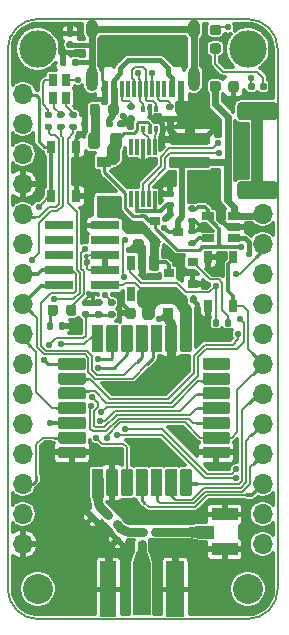
<source format=gtl>
G04 #@! TF.GenerationSoftware,KiCad,Pcbnew,(5.1.8)-1*
G04 #@! TF.CreationDate,2020-12-02T12:09:07+01:00*
G04 #@! TF.ProjectId,Penguino-STM32WL-LoRa-E5,50656e67-7569-46e6-9f2d-53544d333257,0.1*
G04 #@! TF.SameCoordinates,PX8198450PY59a5380*
G04 #@! TF.FileFunction,Copper,L1,Top*
G04 #@! TF.FilePolarity,Positive*
%FSLAX46Y46*%
G04 Gerber Fmt 4.6, Leading zero omitted, Abs format (unit mm)*
G04 Created by KiCad (PCBNEW (5.1.8)-1) date 2020-12-02 12:09:07*
%MOMM*%
%LPD*%
G01*
G04 APERTURE LIST*
G04 #@! TA.AperFunction,Profile*
%ADD10C,0.150000*%
G04 #@! TD*
G04 #@! TA.AperFunction,SMDPad,CuDef*
%ADD11R,0.600000X1.450000*%
G04 #@! TD*
G04 #@! TA.AperFunction,SMDPad,CuDef*
%ADD12R,0.300000X1.450000*%
G04 #@! TD*
G04 #@! TA.AperFunction,ComponentPad*
%ADD13O,1.000000X2.100000*%
G04 #@! TD*
G04 #@! TA.AperFunction,ComponentPad*
%ADD14O,1.000000X1.600000*%
G04 #@! TD*
G04 #@! TA.AperFunction,SMDPad,CuDef*
%ADD15R,0.800000X1.000000*%
G04 #@! TD*
G04 #@! TA.AperFunction,SMDPad,CuDef*
%ADD16R,2.200000X1.050000*%
G04 #@! TD*
G04 #@! TA.AperFunction,SMDPad,CuDef*
%ADD17R,1.050000X1.000000*%
G04 #@! TD*
G04 #@! TA.AperFunction,SMDPad,CuDef*
%ADD18R,1.350000X4.700000*%
G04 #@! TD*
G04 #@! TA.AperFunction,SMDPad,CuDef*
%ADD19R,1.500000X4.700000*%
G04 #@! TD*
G04 #@! TA.AperFunction,SMDPad,CuDef*
%ADD20R,1.500000X4.400000*%
G04 #@! TD*
G04 #@! TA.AperFunction,SMDPad,CuDef*
%ADD21R,0.900000X0.800000*%
G04 #@! TD*
G04 #@! TA.AperFunction,SMDPad,CuDef*
%ADD22R,0.660000X1.050000*%
G04 #@! TD*
G04 #@! TA.AperFunction,SMDPad,CuDef*
%ADD23R,1.060000X0.650000*%
G04 #@! TD*
G04 #@! TA.AperFunction,SMDPad,CuDef*
%ADD24R,0.300000X1.400000*%
G04 #@! TD*
G04 #@! TA.AperFunction,ComponentPad*
%ADD25C,3.175000*%
G04 #@! TD*
G04 #@! TA.AperFunction,ComponentPad*
%ADD26C,2.540000*%
G04 #@! TD*
G04 #@! TA.AperFunction,ComponentPad*
%ADD27O,1.700000X1.700000*%
G04 #@! TD*
G04 #@! TA.AperFunction,SMDPad,CuDef*
%ADD28R,0.650000X1.220000*%
G04 #@! TD*
G04 #@! TA.AperFunction,SMDPad,CuDef*
%ADD29R,2.400000X0.740000*%
G04 #@! TD*
G04 #@! TA.AperFunction,SMDPad,CuDef*
%ADD30R,1.200000X0.900000*%
G04 #@! TD*
G04 #@! TA.AperFunction,SMDPad,CuDef*
%ADD31R,0.375000X0.500000*%
G04 #@! TD*
G04 #@! TA.AperFunction,SMDPad,CuDef*
%ADD32R,0.300000X0.650000*%
G04 #@! TD*
G04 #@! TA.AperFunction,ViaPad*
%ADD33C,0.550000*%
G04 #@! TD*
G04 #@! TA.AperFunction,Conductor*
%ADD34C,1.000000*%
G04 #@! TD*
G04 #@! TA.AperFunction,Conductor*
%ADD35C,0.250000*%
G04 #@! TD*
G04 #@! TA.AperFunction,Conductor*
%ADD36C,0.400000*%
G04 #@! TD*
G04 #@! TA.AperFunction,Conductor*
%ADD37C,0.180000*%
G04 #@! TD*
G04 #@! TA.AperFunction,Conductor*
%ADD38C,0.350000*%
G04 #@! TD*
G04 #@! TA.AperFunction,Conductor*
%ADD39C,0.500000*%
G04 #@! TD*
G04 #@! TA.AperFunction,Conductor*
%ADD40C,0.609600*%
G04 #@! TD*
G04 #@! TA.AperFunction,Conductor*
%ADD41C,0.300000*%
G04 #@! TD*
G04 #@! TA.AperFunction,Conductor*
%ADD42C,0.200000*%
G04 #@! TD*
G04 #@! TA.AperFunction,Conductor*
%ADD43C,0.800000*%
G04 #@! TD*
G04 #@! TA.AperFunction,Conductor*
%ADD44C,0.860000*%
G04 #@! TD*
G04 #@! TA.AperFunction,Conductor*
%ADD45C,0.152400*%
G04 #@! TD*
G04 #@! TA.AperFunction,Conductor*
%ADD46C,0.025400*%
G04 #@! TD*
G04 #@! TA.AperFunction,Conductor*
%ADD47C,0.100000*%
G04 #@! TD*
G04 #@! TA.AperFunction,Conductor*
%ADD48C,0.254000*%
G04 #@! TD*
G04 APERTURE END LIST*
D10*
X-8890000Y-25380000D02*
G75*
G02*
X-11430000Y-22840000I0J2540000D01*
G01*
X11430000Y-22840000D02*
G75*
G02*
X8890000Y-25380000I-2540000J0D01*
G01*
X8890000Y25420000D02*
G75*
G02*
X11430000Y22880000I0J-2540000D01*
G01*
X-11430000Y22880000D02*
G75*
G02*
X-8890000Y25420000I2540000J0D01*
G01*
X-11430000Y-22840000D02*
X-11430000Y22880000D01*
X8890000Y-25380000D02*
X-8890000Y-25380000D01*
X11430000Y22880000D02*
X11430000Y-22840000D01*
X-8890000Y25420000D02*
X8890000Y25420000D01*
D11*
X-3240000Y19465000D03*
X-2440000Y19465000D03*
X2460000Y19465000D03*
X3260000Y19465000D03*
X3260000Y19465000D03*
X2460000Y19465000D03*
X-2440000Y19465000D03*
X-3240000Y19465000D03*
D12*
X1760000Y19465000D03*
X1260000Y19465000D03*
X760000Y19465000D03*
X-240000Y19465000D03*
X-740000Y19465000D03*
X-1240000Y19465000D03*
X-1740000Y19465000D03*
X260000Y19465000D03*
D13*
X-4310000Y20380000D03*
X4330000Y20380000D03*
D14*
X4330000Y24560000D03*
X-4310000Y24560000D03*
G04 #@! TA.AperFunction,SMDPad,CuDef*
G36*
G01*
X4000000Y9630000D02*
X4370000Y9630000D01*
G75*
G02*
X4505000Y9495000I0J-135000D01*
G01*
X4505000Y9225000D01*
G75*
G02*
X4370000Y9090000I-135000J0D01*
G01*
X4000000Y9090000D01*
G75*
G02*
X3865000Y9225000I0J135000D01*
G01*
X3865000Y9495000D01*
G75*
G02*
X4000000Y9630000I135000J0D01*
G01*
G37*
G04 #@! TD.AperFunction*
G04 #@! TA.AperFunction,SMDPad,CuDef*
G36*
G01*
X4000000Y8610000D02*
X4370000Y8610000D01*
G75*
G02*
X4505000Y8475000I0J-135000D01*
G01*
X4505000Y8205000D01*
G75*
G02*
X4370000Y8070000I-135000J0D01*
G01*
X4000000Y8070000D01*
G75*
G02*
X3865000Y8205000I0J135000D01*
G01*
X3865000Y8475000D01*
G75*
G02*
X4000000Y8610000I135000J0D01*
G01*
G37*
G04 #@! TD.AperFunction*
G04 #@! TA.AperFunction,SMDPad,CuDef*
G36*
G01*
X7235000Y19450000D02*
X7235000Y19950000D01*
G75*
G02*
X7460000Y20175000I225000J0D01*
G01*
X7910000Y20175000D01*
G75*
G02*
X8135000Y19950000I0J-225000D01*
G01*
X8135000Y19450000D01*
G75*
G02*
X7910000Y19225000I-225000J0D01*
G01*
X7460000Y19225000D01*
G75*
G02*
X7235000Y19450000I0J225000D01*
G01*
G37*
G04 #@! TD.AperFunction*
G04 #@! TA.AperFunction,SMDPad,CuDef*
G36*
G01*
X5685000Y19450000D02*
X5685000Y19950000D01*
G75*
G02*
X5910000Y20175000I225000J0D01*
G01*
X6360000Y20175000D01*
G75*
G02*
X6585000Y19950000I0J-225000D01*
G01*
X6585000Y19450000D01*
G75*
G02*
X6360000Y19225000I-225000J0D01*
G01*
X5910000Y19225000D01*
G75*
G02*
X5685000Y19450000I0J225000D01*
G01*
G37*
G04 #@! TD.AperFunction*
G04 #@! TA.AperFunction,SMDPad,CuDef*
G36*
G01*
X-640000Y6775000D02*
X-140000Y6775000D01*
G75*
G02*
X85000Y6550000I0J-225000D01*
G01*
X85000Y6100000D01*
G75*
G02*
X-140000Y5875000I-225000J0D01*
G01*
X-640000Y5875000D01*
G75*
G02*
X-865000Y6100000I0J225000D01*
G01*
X-865000Y6550000D01*
G75*
G02*
X-640000Y6775000I225000J0D01*
G01*
G37*
G04 #@! TD.AperFunction*
G04 #@! TA.AperFunction,SMDPad,CuDef*
G36*
G01*
X-640000Y8325000D02*
X-140000Y8325000D01*
G75*
G02*
X85000Y8100000I0J-225000D01*
G01*
X85000Y7650000D01*
G75*
G02*
X-140000Y7425000I-225000J0D01*
G01*
X-640000Y7425000D01*
G75*
G02*
X-865000Y7650000I0J225000D01*
G01*
X-865000Y8100000D01*
G75*
G02*
X-640000Y8325000I225000J0D01*
G01*
G37*
G04 #@! TD.AperFunction*
G04 #@! TA.AperFunction,SMDPad,CuDef*
G36*
G01*
X960000Y750000D02*
X960000Y250000D01*
G75*
G02*
X735000Y25000I-225000J0D01*
G01*
X285000Y25000D01*
G75*
G02*
X60000Y250000I0J225000D01*
G01*
X60000Y750000D01*
G75*
G02*
X285000Y975000I225000J0D01*
G01*
X735000Y975000D01*
G75*
G02*
X960000Y750000I0J-225000D01*
G01*
G37*
G04 #@! TD.AperFunction*
G04 #@! TA.AperFunction,SMDPad,CuDef*
G36*
G01*
X-590000Y750000D02*
X-590000Y250000D01*
G75*
G02*
X-815000Y25000I-225000J0D01*
G01*
X-1265000Y25000D01*
G75*
G02*
X-1490000Y250000I0J225000D01*
G01*
X-1490000Y750000D01*
G75*
G02*
X-1265000Y975000I225000J0D01*
G01*
X-815000Y975000D01*
G75*
G02*
X-590000Y750000I0J-225000D01*
G01*
G37*
G04 #@! TD.AperFunction*
G04 #@! TA.AperFunction,SMDPad,CuDef*
G36*
G01*
X5893750Y23362500D02*
X6406250Y23362500D01*
G75*
G02*
X6625000Y23143750I0J-218750D01*
G01*
X6625000Y22706250D01*
G75*
G02*
X6406250Y22487500I-218750J0D01*
G01*
X5893750Y22487500D01*
G75*
G02*
X5675000Y22706250I0J218750D01*
G01*
X5675000Y23143750D01*
G75*
G02*
X5893750Y23362500I218750J0D01*
G01*
G37*
G04 #@! TD.AperFunction*
G04 #@! TA.AperFunction,SMDPad,CuDef*
G36*
G01*
X5893750Y24937500D02*
X6406250Y24937500D01*
G75*
G02*
X6625000Y24718750I0J-218750D01*
G01*
X6625000Y24281250D01*
G75*
G02*
X6406250Y24062500I-218750J0D01*
G01*
X5893750Y24062500D01*
G75*
G02*
X5675000Y24281250I0J218750D01*
G01*
X5675000Y24718750D01*
G75*
G02*
X5893750Y24937500I218750J0D01*
G01*
G37*
G04 #@! TD.AperFunction*
D15*
X-7565000Y18770000D03*
X-7565000Y20270000D03*
X-6465000Y20270000D03*
X-6465000Y18770000D03*
G04 #@! TA.AperFunction,SMDPad,CuDef*
G36*
G01*
X-8065000Y493750D02*
X-8065000Y1006250D01*
G75*
G02*
X-7846250Y1225000I218750J0D01*
G01*
X-7408750Y1225000D01*
G75*
G02*
X-7190000Y1006250I0J-218750D01*
G01*
X-7190000Y493750D01*
G75*
G02*
X-7408750Y275000I-218750J0D01*
G01*
X-7846250Y275000D01*
G75*
G02*
X-8065000Y493750I0J218750D01*
G01*
G37*
G04 #@! TD.AperFunction*
G04 #@! TA.AperFunction,SMDPad,CuDef*
G36*
G01*
X-6490000Y493750D02*
X-6490000Y1006250D01*
G75*
G02*
X-6271250Y1225000I218750J0D01*
G01*
X-5833750Y1225000D01*
G75*
G02*
X-5615000Y1006250I0J-218750D01*
G01*
X-5615000Y493750D01*
G75*
G02*
X-5833750Y275000I-218750J0D01*
G01*
X-6271250Y275000D01*
G75*
G02*
X-6490000Y493750I0J218750D01*
G01*
G37*
G04 #@! TD.AperFunction*
G04 #@! TA.AperFunction,SMDPad,CuDef*
G36*
G01*
X-4615000Y14643750D02*
X-4615000Y15556250D01*
G75*
G02*
X-4371250Y15800000I243750J0D01*
G01*
X-3883750Y15800000D01*
G75*
G02*
X-3640000Y15556250I0J-243750D01*
G01*
X-3640000Y14643750D01*
G75*
G02*
X-3883750Y14400000I-243750J0D01*
G01*
X-4371250Y14400000D01*
G75*
G02*
X-4615000Y14643750I0J243750D01*
G01*
G37*
G04 #@! TD.AperFunction*
G04 #@! TA.AperFunction,SMDPad,CuDef*
G36*
G01*
X-2740000Y14643750D02*
X-2740000Y15556250D01*
G75*
G02*
X-2496250Y15800000I243750J0D01*
G01*
X-2008750Y15800000D01*
G75*
G02*
X-1765000Y15556250I0J-243750D01*
G01*
X-1765000Y14643750D01*
G75*
G02*
X-2008750Y14400000I-243750J0D01*
G01*
X-2496250Y14400000D01*
G75*
G02*
X-2740000Y14643750I0J243750D01*
G01*
G37*
G04 #@! TD.AperFunction*
G04 #@! TA.AperFunction,SMDPad,CuDef*
G36*
G01*
X-2052500Y18006250D02*
X-2052500Y17493750D01*
G75*
G02*
X-2271250Y17275000I-218750J0D01*
G01*
X-2708750Y17275000D01*
G75*
G02*
X-2927500Y17493750I0J218750D01*
G01*
X-2927500Y18006250D01*
G75*
G02*
X-2708750Y18225000I218750J0D01*
G01*
X-2271250Y18225000D01*
G75*
G02*
X-2052500Y18006250I0J-218750D01*
G01*
G37*
G04 #@! TD.AperFunction*
G04 #@! TA.AperFunction,SMDPad,CuDef*
G36*
G01*
X-3627500Y18006250D02*
X-3627500Y17493750D01*
G75*
G02*
X-3846250Y17275000I-218750J0D01*
G01*
X-4283750Y17275000D01*
G75*
G02*
X-4502500Y17493750I0J218750D01*
G01*
X-4502500Y18006250D01*
G75*
G02*
X-4283750Y18225000I218750J0D01*
G01*
X-3846250Y18225000D01*
G75*
G02*
X-3627500Y18006250I0J-218750D01*
G01*
G37*
G04 #@! TD.AperFunction*
G04 #@! TA.AperFunction,SMDPad,CuDef*
G36*
G01*
X5460000Y12770000D02*
X2460000Y12770000D01*
G75*
G02*
X2210000Y13020000I0J250000D01*
G01*
X2210000Y13520000D01*
G75*
G02*
X2460000Y13770000I250000J0D01*
G01*
X5460000Y13770000D01*
G75*
G02*
X5710000Y13520000I0J-250000D01*
G01*
X5710000Y13020000D01*
G75*
G02*
X5460000Y12770000I-250000J0D01*
G01*
G37*
G04 #@! TD.AperFunction*
G04 #@! TA.AperFunction,SMDPad,CuDef*
G36*
G01*
X5460000Y14770000D02*
X2460000Y14770000D01*
G75*
G02*
X2210000Y15020000I0J250000D01*
G01*
X2210000Y15520000D01*
G75*
G02*
X2460000Y15770000I250000J0D01*
G01*
X5460000Y15770000D01*
G75*
G02*
X5710000Y15520000I0J-250000D01*
G01*
X5710000Y15020000D01*
G75*
G02*
X5460000Y14770000I-250000J0D01*
G01*
G37*
G04 #@! TD.AperFunction*
G04 #@! TA.AperFunction,SMDPad,CuDef*
G36*
G01*
X11160000Y10170000D02*
X8260000Y10170000D01*
G75*
G02*
X8010000Y10420000I0J250000D01*
G01*
X8010000Y11420000D01*
G75*
G02*
X8260000Y11670000I250000J0D01*
G01*
X11160000Y11670000D01*
G75*
G02*
X11410000Y11420000I0J-250000D01*
G01*
X11410000Y10420000D01*
G75*
G02*
X11160000Y10170000I-250000J0D01*
G01*
G37*
G04 #@! TD.AperFunction*
G04 #@! TA.AperFunction,SMDPad,CuDef*
G36*
G01*
X11160000Y16870000D02*
X8260000Y16870000D01*
G75*
G02*
X8010000Y17120000I0J250000D01*
G01*
X8010000Y18120000D01*
G75*
G02*
X8260000Y18370000I250000J0D01*
G01*
X11160000Y18370000D01*
G75*
G02*
X11410000Y18120000I0J-250000D01*
G01*
X11410000Y17120000D01*
G75*
G02*
X11160000Y16870000I-250000J0D01*
G01*
G37*
G04 #@! TD.AperFunction*
D16*
X6935000Y-19475000D03*
D17*
X5410000Y-18000000D03*
D16*
X6935000Y-16525000D03*
D18*
X-2912500Y-22880000D03*
D19*
X2737500Y-22880000D03*
D20*
X-87500Y-22857000D03*
D21*
X1010000Y8350000D03*
X1010000Y6450000D03*
X3010000Y7400000D03*
G04 #@! TA.AperFunction,SMDPad,CuDef*
G36*
G01*
X4370000Y7180000D02*
X4000000Y7180000D01*
G75*
G02*
X3865000Y7315000I0J135000D01*
G01*
X3865000Y7585000D01*
G75*
G02*
X4000000Y7720000I135000J0D01*
G01*
X4370000Y7720000D01*
G75*
G02*
X4505000Y7585000I0J-135000D01*
G01*
X4505000Y7315000D01*
G75*
G02*
X4370000Y7180000I-135000J0D01*
G01*
G37*
G04 #@! TD.AperFunction*
G04 #@! TA.AperFunction,SMDPad,CuDef*
G36*
G01*
X4370000Y6160000D02*
X4000000Y6160000D01*
G75*
G02*
X3865000Y6295000I0J135000D01*
G01*
X3865000Y6565000D01*
G75*
G02*
X4000000Y6700000I135000J0D01*
G01*
X4370000Y6700000D01*
G75*
G02*
X4505000Y6565000I0J-135000D01*
G01*
X4505000Y6295000D01*
G75*
G02*
X4370000Y6160000I-135000J0D01*
G01*
G37*
G04 #@! TD.AperFunction*
G04 #@! TA.AperFunction,SMDPad,CuDef*
G36*
G01*
X-5985000Y21552000D02*
X-5985000Y21922000D01*
G75*
G02*
X-5850000Y22057000I135000J0D01*
G01*
X-5580000Y22057000D01*
G75*
G02*
X-5445000Y21922000I0J-135000D01*
G01*
X-5445000Y21552000D01*
G75*
G02*
X-5580000Y21417000I-135000J0D01*
G01*
X-5850000Y21417000D01*
G75*
G02*
X-5985000Y21552000I0J135000D01*
G01*
G37*
G04 #@! TD.AperFunction*
G04 #@! TA.AperFunction,SMDPad,CuDef*
G36*
G01*
X-7005000Y21552000D02*
X-7005000Y21922000D01*
G75*
G02*
X-6870000Y22057000I135000J0D01*
G01*
X-6600000Y22057000D01*
G75*
G02*
X-6465000Y21922000I0J-135000D01*
G01*
X-6465000Y21552000D01*
G75*
G02*
X-6600000Y21417000I-135000J0D01*
G01*
X-6870000Y21417000D01*
G75*
G02*
X-7005000Y21552000I0J135000D01*
G01*
G37*
G04 #@! TD.AperFunction*
G04 #@! TA.AperFunction,SMDPad,CuDef*
G36*
G01*
X9940001Y19515000D02*
X9940001Y19885000D01*
G75*
G02*
X10075001Y20020000I135000J0D01*
G01*
X10345001Y20020000D01*
G75*
G02*
X10480001Y19885000I0J-135000D01*
G01*
X10480001Y19515000D01*
G75*
G02*
X10345001Y19380000I-135000J0D01*
G01*
X10075001Y19380000D01*
G75*
G02*
X9940001Y19515000I0J135000D01*
G01*
G37*
G04 #@! TD.AperFunction*
G04 #@! TA.AperFunction,SMDPad,CuDef*
G36*
G01*
X8920001Y19515000D02*
X8920001Y19885000D01*
G75*
G02*
X9055001Y20020000I135000J0D01*
G01*
X9325001Y20020000D01*
G75*
G02*
X9460001Y19885000I0J-135000D01*
G01*
X9460001Y19515000D01*
G75*
G02*
X9325001Y19380000I-135000J0D01*
G01*
X9055001Y19380000D01*
G75*
G02*
X8920001Y19515000I0J135000D01*
G01*
G37*
G04 #@! TD.AperFunction*
G04 #@! TA.AperFunction,SMDPad,CuDef*
G36*
G01*
X-7125000Y17590000D02*
X-6755000Y17590000D01*
G75*
G02*
X-6620000Y17455000I0J-135000D01*
G01*
X-6620000Y17185000D01*
G75*
G02*
X-6755000Y17050000I-135000J0D01*
G01*
X-7125000Y17050000D01*
G75*
G02*
X-7260000Y17185000I0J135000D01*
G01*
X-7260000Y17455000D01*
G75*
G02*
X-7125000Y17590000I135000J0D01*
G01*
G37*
G04 #@! TD.AperFunction*
G04 #@! TA.AperFunction,SMDPad,CuDef*
G36*
G01*
X-7125000Y16570000D02*
X-6755000Y16570000D01*
G75*
G02*
X-6620000Y16435000I0J-135000D01*
G01*
X-6620000Y16165000D01*
G75*
G02*
X-6755000Y16030000I-135000J0D01*
G01*
X-7125000Y16030000D01*
G75*
G02*
X-7260000Y16165000I0J135000D01*
G01*
X-7260000Y16435000D01*
G75*
G02*
X-7125000Y16570000I135000J0D01*
G01*
G37*
G04 #@! TD.AperFunction*
G04 #@! TA.AperFunction,SMDPad,CuDef*
G36*
G01*
X-6075000Y16560000D02*
X-5705000Y16560000D01*
G75*
G02*
X-5570000Y16425000I0J-135000D01*
G01*
X-5570000Y16155000D01*
G75*
G02*
X-5705000Y16020000I-135000J0D01*
G01*
X-6075000Y16020000D01*
G75*
G02*
X-6210000Y16155000I0J135000D01*
G01*
X-6210000Y16425000D01*
G75*
G02*
X-6075000Y16560000I135000J0D01*
G01*
G37*
G04 #@! TD.AperFunction*
G04 #@! TA.AperFunction,SMDPad,CuDef*
G36*
G01*
X-6075000Y17580000D02*
X-5705000Y17580000D01*
G75*
G02*
X-5570000Y17445000I0J-135000D01*
G01*
X-5570000Y17175000D01*
G75*
G02*
X-5705000Y17040000I-135000J0D01*
G01*
X-6075000Y17040000D01*
G75*
G02*
X-6210000Y17175000I0J135000D01*
G01*
X-6210000Y17445000D01*
G75*
G02*
X-6075000Y17580000I135000J0D01*
G01*
G37*
G04 #@! TD.AperFunction*
G04 #@! TA.AperFunction,SMDPad,CuDef*
G36*
G01*
X-8175000Y17580000D02*
X-7805000Y17580000D01*
G75*
G02*
X-7670000Y17445000I0J-135000D01*
G01*
X-7670000Y17175000D01*
G75*
G02*
X-7805000Y17040000I-135000J0D01*
G01*
X-8175000Y17040000D01*
G75*
G02*
X-8310000Y17175000I0J135000D01*
G01*
X-8310000Y17445000D01*
G75*
G02*
X-8175000Y17580000I135000J0D01*
G01*
G37*
G04 #@! TD.AperFunction*
G04 #@! TA.AperFunction,SMDPad,CuDef*
G36*
G01*
X-8175000Y16560000D02*
X-7805000Y16560000D01*
G75*
G02*
X-7670000Y16425000I0J-135000D01*
G01*
X-7670000Y16155000D01*
G75*
G02*
X-7805000Y16020000I-135000J0D01*
G01*
X-8175000Y16020000D01*
G75*
G02*
X-8310000Y16155000I0J135000D01*
G01*
X-8310000Y16425000D01*
G75*
G02*
X-8175000Y16560000I135000J0D01*
G01*
G37*
G04 #@! TD.AperFunction*
G04 #@! TA.AperFunction,SMDPad,CuDef*
G36*
G01*
X-7110000Y-735000D02*
X-7110000Y-365000D01*
G75*
G02*
X-6975000Y-230000I135000J0D01*
G01*
X-6705000Y-230000D01*
G75*
G02*
X-6570000Y-365000I0J-135000D01*
G01*
X-6570000Y-735000D01*
G75*
G02*
X-6705000Y-870000I-135000J0D01*
G01*
X-6975000Y-870000D01*
G75*
G02*
X-7110000Y-735000I0J135000D01*
G01*
G37*
G04 #@! TD.AperFunction*
G04 #@! TA.AperFunction,SMDPad,CuDef*
G36*
G01*
X-8130000Y-735000D02*
X-8130000Y-365000D01*
G75*
G02*
X-7995000Y-230000I135000J0D01*
G01*
X-7725000Y-230000D01*
G75*
G02*
X-7590000Y-365000I0J-135000D01*
G01*
X-7590000Y-735000D01*
G75*
G02*
X-7725000Y-870000I-135000J0D01*
G01*
X-7995000Y-870000D01*
G75*
G02*
X-8130000Y-735000I0J135000D01*
G01*
G37*
G04 #@! TD.AperFunction*
G04 #@! TA.AperFunction,SMDPad,CuDef*
G36*
G01*
X6950000Y-485000D02*
X6950000Y-115000D01*
G75*
G02*
X7085000Y20000I135000J0D01*
G01*
X7355000Y20000D01*
G75*
G02*
X7490000Y-115000I0J-135000D01*
G01*
X7490000Y-485000D01*
G75*
G02*
X7355000Y-620000I-135000J0D01*
G01*
X7085000Y-620000D01*
G75*
G02*
X6950000Y-485000I0J135000D01*
G01*
G37*
G04 #@! TD.AperFunction*
G04 #@! TA.AperFunction,SMDPad,CuDef*
G36*
G01*
X5930000Y-485000D02*
X5930000Y-115000D01*
G75*
G02*
X6065000Y20000I135000J0D01*
G01*
X6335000Y20000D01*
G75*
G02*
X6470000Y-115000I0J-135000D01*
G01*
X6470000Y-485000D01*
G75*
G02*
X6335000Y-620000I-135000J0D01*
G01*
X6065000Y-620000D01*
G75*
G02*
X5930000Y-485000I0J135000D01*
G01*
G37*
G04 #@! TD.AperFunction*
G04 #@! TA.AperFunction,SMDPad,CuDef*
G36*
G01*
X97500Y-19280000D02*
X-272500Y-19280000D01*
G75*
G02*
X-407500Y-19145000I0J135000D01*
G01*
X-407500Y-18875000D01*
G75*
G02*
X-272500Y-18740000I135000J0D01*
G01*
X97500Y-18740000D01*
G75*
G02*
X232500Y-18875000I0J-135000D01*
G01*
X232500Y-19145000D01*
G75*
G02*
X97500Y-19280000I-135000J0D01*
G01*
G37*
G04 #@! TD.AperFunction*
G04 #@! TA.AperFunction,SMDPad,CuDef*
G36*
G01*
X97500Y-18260000D02*
X-272500Y-18260000D01*
G75*
G02*
X-407500Y-18125000I0J135000D01*
G01*
X-407500Y-17855000D01*
G75*
G02*
X-272500Y-17720000I135000J0D01*
G01*
X97500Y-17720000D01*
G75*
G02*
X232500Y-17855000I0J-135000D01*
G01*
X232500Y-18125000D01*
G75*
G02*
X97500Y-18260000I-135000J0D01*
G01*
G37*
G04 #@! TD.AperFunction*
G04 #@! TA.AperFunction,SMDPad,CuDef*
G36*
G01*
X-2812000Y1685000D02*
X-2442000Y1685000D01*
G75*
G02*
X-2307000Y1550000I0J-135000D01*
G01*
X-2307000Y1280000D01*
G75*
G02*
X-2442000Y1145000I-135000J0D01*
G01*
X-2812000Y1145000D01*
G75*
G02*
X-2947000Y1280000I0J135000D01*
G01*
X-2947000Y1550000D01*
G75*
G02*
X-2812000Y1685000I135000J0D01*
G01*
G37*
G04 #@! TD.AperFunction*
G04 #@! TA.AperFunction,SMDPad,CuDef*
G36*
G01*
X-2812000Y665000D02*
X-2442000Y665000D01*
G75*
G02*
X-2307000Y530000I0J-135000D01*
G01*
X-2307000Y260000D01*
G75*
G02*
X-2442000Y125000I-135000J0D01*
G01*
X-2812000Y125000D01*
G75*
G02*
X-2947000Y260000I0J135000D01*
G01*
X-2947000Y530000D01*
G75*
G02*
X-2812000Y665000I135000J0D01*
G01*
G37*
G04 #@! TD.AperFunction*
G04 #@! TA.AperFunction,SMDPad,CuDef*
G36*
G01*
X-3542000Y121001D02*
X-3912000Y121001D01*
G75*
G02*
X-4047000Y256001I0J135000D01*
G01*
X-4047000Y526001D01*
G75*
G02*
X-3912000Y661001I135000J0D01*
G01*
X-3542000Y661001D01*
G75*
G02*
X-3407000Y526001I0J-135000D01*
G01*
X-3407000Y256001D01*
G75*
G02*
X-3542000Y121001I-135000J0D01*
G01*
G37*
G04 #@! TD.AperFunction*
G04 #@! TA.AperFunction,SMDPad,CuDef*
G36*
G01*
X-3542000Y1141001D02*
X-3912000Y1141001D01*
G75*
G02*
X-4047000Y1276001I0J135000D01*
G01*
X-4047000Y1546001D01*
G75*
G02*
X-3912000Y1681001I135000J0D01*
G01*
X-3542000Y1681001D01*
G75*
G02*
X-3407000Y1546001I0J-135000D01*
G01*
X-3407000Y1276001D01*
G75*
G02*
X-3542000Y1141001I-135000J0D01*
G01*
G37*
G04 #@! TD.AperFunction*
G04 #@! TA.AperFunction,SMDPad,CuDef*
G36*
G01*
X-270000Y-18185000D02*
X-270000Y-17815000D01*
G75*
G02*
X-135000Y-17680000I135000J0D01*
G01*
X135000Y-17680000D01*
G75*
G02*
X270000Y-17815000I0J-135000D01*
G01*
X270000Y-18185000D01*
G75*
G02*
X135000Y-18320000I-135000J0D01*
G01*
X-135000Y-18320000D01*
G75*
G02*
X-270000Y-18185000I0J135000D01*
G01*
G37*
G04 #@! TD.AperFunction*
G04 #@! TA.AperFunction,SMDPad,CuDef*
G36*
G01*
X750000Y-18185000D02*
X750000Y-17815000D01*
G75*
G02*
X885000Y-17680000I135000J0D01*
G01*
X1155000Y-17680000D01*
G75*
G02*
X1290000Y-17815000I0J-135000D01*
G01*
X1290000Y-18185000D01*
G75*
G02*
X1155000Y-18320000I-135000J0D01*
G01*
X885000Y-18320000D01*
G75*
G02*
X750000Y-18185000I0J135000D01*
G01*
G37*
G04 #@! TD.AperFunction*
G04 #@! TA.AperFunction,SMDPad,CuDef*
G36*
G01*
X-2578891Y-16699480D02*
X-2840520Y-16961109D01*
G75*
G02*
X-3031438Y-16961109I-95459J95459D01*
G01*
X-3222357Y-16770190D01*
G75*
G02*
X-3222357Y-16579272I95459J95459D01*
G01*
X-2960728Y-16317643D01*
G75*
G02*
X-2769810Y-16317643I95459J-95459D01*
G01*
X-2578891Y-16508562D01*
G75*
G02*
X-2578891Y-16699480I-95459J-95459D01*
G01*
G37*
G04 #@! TD.AperFunction*
G04 #@! TA.AperFunction,SMDPad,CuDef*
G36*
G01*
X-1857643Y-17420728D02*
X-2119272Y-17682357D01*
G75*
G02*
X-2310190Y-17682357I-95459J95459D01*
G01*
X-2501109Y-17491438D01*
G75*
G02*
X-2501109Y-17300520I95459J95459D01*
G01*
X-2239480Y-17038891D01*
G75*
G02*
X-2048562Y-17038891I95459J-95459D01*
G01*
X-1857643Y-17229810D01*
G75*
G02*
X-1857643Y-17420728I-95459J-95459D01*
G01*
G37*
G04 #@! TD.AperFunction*
D22*
X-7760000Y10425000D03*
X-5620000Y10425000D03*
X-7760000Y14575000D03*
X-5620000Y14575000D03*
X5540000Y1125000D03*
X7680000Y1125000D03*
X5540000Y5275000D03*
X7680000Y5275000D03*
D23*
X5510000Y6850000D03*
X5510000Y8750000D03*
X7710000Y8750000D03*
X7710000Y7800000D03*
X7710000Y6850000D03*
D21*
X2210000Y3900000D03*
X4210000Y4850000D03*
X4210000Y2950000D03*
D24*
X1010000Y14600000D03*
X510000Y14600000D03*
X10000Y14600000D03*
X-490000Y14600000D03*
X-990000Y14600000D03*
X-990000Y10200000D03*
X-490000Y10200000D03*
X10000Y10200000D03*
X510000Y10200000D03*
X1010000Y10200000D03*
D25*
X-8890000Y22880000D03*
X8890000Y22880000D03*
D26*
X8890000Y-22840000D03*
X-8890000Y-22840000D03*
D27*
X-10160000Y19070000D03*
X-10160000Y16530000D03*
X-10160000Y13990000D03*
X-10160000Y11450000D03*
X-10160000Y8910000D03*
X-10160000Y6370000D03*
X-10160000Y3830000D03*
X-10160000Y1290000D03*
X-10160000Y-1250000D03*
X-10160000Y-3790000D03*
X-10160000Y-6330000D03*
X-10160000Y-8870000D03*
X-10160000Y-11410000D03*
X-10160000Y-13950000D03*
X-10160000Y-16490000D03*
X-10160000Y-19030000D03*
X10160000Y-19030000D03*
X10160000Y-16490000D03*
X10160000Y-13950000D03*
X10160000Y-11410000D03*
X10160000Y-8870000D03*
X10160000Y-6330000D03*
X10160000Y-3790000D03*
X10160000Y-1250000D03*
X10160000Y1290000D03*
X10160000Y3830000D03*
X10160000Y6370000D03*
X10160000Y8910000D03*
G04 #@! TA.AperFunction,SMDPad,CuDef*
G36*
G01*
X-4992500Y1663000D02*
X-4652500Y1663000D01*
G75*
G02*
X-4512500Y1523000I0J-140000D01*
G01*
X-4512500Y1243000D01*
G75*
G02*
X-4652500Y1103000I-140000J0D01*
G01*
X-4992500Y1103000D01*
G75*
G02*
X-5132500Y1243000I0J140000D01*
G01*
X-5132500Y1523000D01*
G75*
G02*
X-4992500Y1663000I140000J0D01*
G01*
G37*
G04 #@! TD.AperFunction*
G04 #@! TA.AperFunction,SMDPad,CuDef*
G36*
G01*
X-4992500Y703000D02*
X-4652500Y703000D01*
G75*
G02*
X-4512500Y563000I0J-140000D01*
G01*
X-4512500Y283000D01*
G75*
G02*
X-4652500Y143000I-140000J0D01*
G01*
X-4992500Y143000D01*
G75*
G02*
X-5132500Y283000I0J140000D01*
G01*
X-5132500Y563000D01*
G75*
G02*
X-4992500Y703000I140000J0D01*
G01*
G37*
G04 #@! TD.AperFunction*
D28*
X885000Y4760000D03*
X-65000Y4760000D03*
X-1015000Y4760000D03*
X-1015000Y2140000D03*
X885000Y2140000D03*
G04 #@! TA.AperFunction,SMDPad,CuDef*
G36*
G01*
X2480000Y9390000D02*
X2140000Y9390000D01*
G75*
G02*
X2000000Y9530000I0J140000D01*
G01*
X2000000Y9810000D01*
G75*
G02*
X2140000Y9950000I140000J0D01*
G01*
X2480000Y9950000D01*
G75*
G02*
X2620000Y9810000I0J-140000D01*
G01*
X2620000Y9530000D01*
G75*
G02*
X2480000Y9390000I-140000J0D01*
G01*
G37*
G04 #@! TD.AperFunction*
G04 #@! TA.AperFunction,SMDPad,CuDef*
G36*
G01*
X2480000Y10350000D02*
X2140000Y10350000D01*
G75*
G02*
X2000000Y10490000I0J140000D01*
G01*
X2000000Y10770000D01*
G75*
G02*
X2140000Y10910000I140000J0D01*
G01*
X2480000Y10910000D01*
G75*
G02*
X2620000Y10770000I0J-140000D01*
G01*
X2620000Y10490000D01*
G75*
G02*
X2480000Y10350000I-140000J0D01*
G01*
G37*
G04 #@! TD.AperFunction*
G04 #@! TA.AperFunction,SMDPad,CuDef*
G36*
G01*
X-6329500Y23518500D02*
X-5989500Y23518500D01*
G75*
G02*
X-5849500Y23378500I0J-140000D01*
G01*
X-5849500Y23098500D01*
G75*
G02*
X-5989500Y22958500I-140000J0D01*
G01*
X-6329500Y22958500D01*
G75*
G02*
X-6469500Y23098500I0J140000D01*
G01*
X-6469500Y23378500D01*
G75*
G02*
X-6329500Y23518500I140000J0D01*
G01*
G37*
G04 #@! TD.AperFunction*
G04 #@! TA.AperFunction,SMDPad,CuDef*
G36*
G01*
X-6329500Y24478500D02*
X-5989500Y24478500D01*
G75*
G02*
X-5849500Y24338500I0J-140000D01*
G01*
X-5849500Y24058500D01*
G75*
G02*
X-5989500Y23918500I-140000J0D01*
G01*
X-6329500Y23918500D01*
G75*
G02*
X-6469500Y24058500I0J140000D01*
G01*
X-6469500Y24338500D01*
G75*
G02*
X-6329500Y24478500I140000J0D01*
G01*
G37*
G04 #@! TD.AperFunction*
G04 #@! TA.AperFunction,SMDPad,CuDef*
G36*
G01*
X-3120000Y16380000D02*
X-3120000Y16720000D01*
G75*
G02*
X-2980000Y16860000I140000J0D01*
G01*
X-2700000Y16860000D01*
G75*
G02*
X-2560000Y16720000I0J-140000D01*
G01*
X-2560000Y16380000D01*
G75*
G02*
X-2700000Y16240000I-140000J0D01*
G01*
X-2980000Y16240000D01*
G75*
G02*
X-3120000Y16380000I0J140000D01*
G01*
G37*
G04 #@! TD.AperFunction*
G04 #@! TA.AperFunction,SMDPad,CuDef*
G36*
G01*
X-2160000Y16380000D02*
X-2160000Y16720000D01*
G75*
G02*
X-2020000Y16860000I140000J0D01*
G01*
X-1740000Y16860000D01*
G75*
G02*
X-1600000Y16720000I0J-140000D01*
G01*
X-1600000Y16380000D01*
G75*
G02*
X-1740000Y16240000I-140000J0D01*
G01*
X-2020000Y16240000D01*
G75*
G02*
X-2160000Y16380000I0J140000D01*
G01*
G37*
G04 #@! TD.AperFunction*
G04 #@! TA.AperFunction,SMDPad,CuDef*
G36*
G01*
X-4640000Y16720000D02*
X-4640000Y16380000D01*
G75*
G02*
X-4780000Y16240000I-140000J0D01*
G01*
X-5060000Y16240000D01*
G75*
G02*
X-5200000Y16380000I0J140000D01*
G01*
X-5200000Y16720000D01*
G75*
G02*
X-5060000Y16860000I140000J0D01*
G01*
X-4780000Y16860000D01*
G75*
G02*
X-4640000Y16720000I0J-140000D01*
G01*
G37*
G04 #@! TD.AperFunction*
G04 #@! TA.AperFunction,SMDPad,CuDef*
G36*
G01*
X-3680000Y16720000D02*
X-3680000Y16380000D01*
G75*
G02*
X-3820000Y16240000I-140000J0D01*
G01*
X-4100000Y16240000D01*
G75*
G02*
X-4240000Y16380000I0J140000D01*
G01*
X-4240000Y16720000D01*
G75*
G02*
X-4100000Y16860000I140000J0D01*
G01*
X-3820000Y16860000D01*
G75*
G02*
X-3680000Y16720000I0J-140000D01*
G01*
G37*
G04 #@! TD.AperFunction*
G04 #@! TA.AperFunction,SMDPad,CuDef*
G36*
G01*
X3050000Y1530000D02*
X3050000Y1870000D01*
G75*
G02*
X3190000Y2010000I140000J0D01*
G01*
X3470000Y2010000D01*
G75*
G02*
X3610000Y1870000I0J-140000D01*
G01*
X3610000Y1530000D01*
G75*
G02*
X3470000Y1390000I-140000J0D01*
G01*
X3190000Y1390000D01*
G75*
G02*
X3050000Y1530000I0J140000D01*
G01*
G37*
G04 #@! TD.AperFunction*
G04 #@! TA.AperFunction,SMDPad,CuDef*
G36*
G01*
X4010000Y1530000D02*
X4010000Y1870000D01*
G75*
G02*
X4150000Y2010000I140000J0D01*
G01*
X4430000Y2010000D01*
G75*
G02*
X4570000Y1870000I0J-140000D01*
G01*
X4570000Y1530000D01*
G75*
G02*
X4430000Y1390000I-140000J0D01*
G01*
X4150000Y1390000D01*
G75*
G02*
X4010000Y1530000I0J140000D01*
G01*
G37*
G04 #@! TD.AperFunction*
G04 #@! TA.AperFunction,SMDPad,CuDef*
G36*
G01*
X4135000Y750000D02*
X4135000Y250000D01*
G75*
G02*
X3910000Y25000I-225000J0D01*
G01*
X3460000Y25000D01*
G75*
G02*
X3235000Y250000I0J225000D01*
G01*
X3235000Y750000D01*
G75*
G02*
X3460000Y975000I225000J0D01*
G01*
X3910000Y975000D01*
G75*
G02*
X4135000Y750000I0J-225000D01*
G01*
G37*
G04 #@! TD.AperFunction*
G04 #@! TA.AperFunction,SMDPad,CuDef*
G36*
G01*
X2585000Y750000D02*
X2585000Y250000D01*
G75*
G02*
X2360000Y25000I-225000J0D01*
G01*
X1910000Y25000D01*
G75*
G02*
X1685000Y250000I0J225000D01*
G01*
X1685000Y750000D01*
G75*
G02*
X1910000Y975000I225000J0D01*
G01*
X2360000Y975000D01*
G75*
G02*
X2585000Y750000I0J-225000D01*
G01*
G37*
G04 #@! TD.AperFunction*
G04 #@! TA.AperFunction,SMDPad,CuDef*
G36*
G01*
X-3502807Y-15792391D02*
X-3262391Y-16032807D01*
G75*
G02*
X-3262391Y-16230797I-98995J-98995D01*
G01*
X-3460381Y-16428787D01*
G75*
G02*
X-3658371Y-16428787I-98995J98995D01*
G01*
X-3898787Y-16188371D01*
G75*
G02*
X-3898787Y-15990381I98995J98995D01*
G01*
X-3700797Y-15792391D01*
G75*
G02*
X-3502807Y-15792391I98995J-98995D01*
G01*
G37*
G04 #@! TD.AperFunction*
G04 #@! TA.AperFunction,SMDPad,CuDef*
G36*
G01*
X-4181629Y-16471213D02*
X-3941213Y-16711629D01*
G75*
G02*
X-3941213Y-16909619I-98995J-98995D01*
G01*
X-4139203Y-17107609D01*
G75*
G02*
X-4337193Y-17107609I-98995J98995D01*
G01*
X-4577609Y-16867193D01*
G75*
G02*
X-4577609Y-16669203I98995J98995D01*
G01*
X-4379619Y-16471213D01*
G75*
G02*
X-4181629Y-16471213I98995J-98995D01*
G01*
G37*
G04 #@! TD.AperFunction*
G04 #@! TA.AperFunction,SMDPad,CuDef*
G36*
G01*
X-2081629Y-18341213D02*
X-1841213Y-18581629D01*
G75*
G02*
X-1841213Y-18779619I-98995J-98995D01*
G01*
X-2039203Y-18977609D01*
G75*
G02*
X-2237193Y-18977609I-98995J98995D01*
G01*
X-2477609Y-18737193D01*
G75*
G02*
X-2477609Y-18539203I98995J98995D01*
G01*
X-2279619Y-18341213D01*
G75*
G02*
X-2081629Y-18341213I98995J-98995D01*
G01*
G37*
G04 #@! TD.AperFunction*
G04 #@! TA.AperFunction,SMDPad,CuDef*
G36*
G01*
X-1402807Y-17662391D02*
X-1162391Y-17902807D01*
G75*
G02*
X-1162391Y-18100797I-98995J-98995D01*
G01*
X-1360381Y-18298787D01*
G75*
G02*
X-1558371Y-18298787I-98995J98995D01*
G01*
X-1798787Y-18058371D01*
G75*
G02*
X-1798787Y-17860381I98995J98995D01*
G01*
X-1600797Y-17662391D01*
G75*
G02*
X-1402807Y-17662391I98995J-98995D01*
G01*
G37*
G04 #@! TD.AperFunction*
G04 #@! TA.AperFunction,SMDPad,CuDef*
G36*
G01*
X4062500Y-2777000D02*
X3262500Y-2777000D01*
G75*
G02*
X3162500Y-2677000I0J100000D01*
G01*
X3162500Y-577000D01*
G75*
G02*
X3262500Y-477000I100000J0D01*
G01*
X4062500Y-477000D01*
G75*
G02*
X4162500Y-577000I0J-100000D01*
G01*
X4162500Y-2677000D01*
G75*
G02*
X4062500Y-2777000I-100000J0D01*
G01*
G37*
G04 #@! TD.AperFunction*
G04 #@! TA.AperFunction,SMDPad,CuDef*
G36*
G01*
X2812500Y-2777000D02*
X2012500Y-2777000D01*
G75*
G02*
X1912500Y-2677000I0J100000D01*
G01*
X1912500Y-577000D01*
G75*
G02*
X2012500Y-477000I100000J0D01*
G01*
X2812500Y-477000D01*
G75*
G02*
X2912500Y-577000I0J-100000D01*
G01*
X2912500Y-2677000D01*
G75*
G02*
X2812500Y-2777000I-100000J0D01*
G01*
G37*
G04 #@! TD.AperFunction*
G04 #@! TA.AperFunction,SMDPad,CuDef*
G36*
G01*
X1562500Y-2777000D02*
X762500Y-2777000D01*
G75*
G02*
X662500Y-2677000I0J100000D01*
G01*
X662500Y-577000D01*
G75*
G02*
X762500Y-477000I100000J0D01*
G01*
X1562500Y-477000D01*
G75*
G02*
X1662500Y-577000I0J-100000D01*
G01*
X1662500Y-2677000D01*
G75*
G02*
X1562500Y-2777000I-100000J0D01*
G01*
G37*
G04 #@! TD.AperFunction*
G04 #@! TA.AperFunction,SMDPad,CuDef*
G36*
G01*
X312500Y-2777000D02*
X-487500Y-2777000D01*
G75*
G02*
X-587500Y-2677000I0J100000D01*
G01*
X-587500Y-577000D01*
G75*
G02*
X-487500Y-477000I100000J0D01*
G01*
X312500Y-477000D01*
G75*
G02*
X412500Y-577000I0J-100000D01*
G01*
X412500Y-2677000D01*
G75*
G02*
X312500Y-2777000I-100000J0D01*
G01*
G37*
G04 #@! TD.AperFunction*
G04 #@! TA.AperFunction,SMDPad,CuDef*
G36*
G01*
X-937500Y-2777000D02*
X-1737500Y-2777000D01*
G75*
G02*
X-1837500Y-2677000I0J100000D01*
G01*
X-1837500Y-577000D01*
G75*
G02*
X-1737500Y-477000I100000J0D01*
G01*
X-937500Y-477000D01*
G75*
G02*
X-837500Y-577000I0J-100000D01*
G01*
X-837500Y-2677000D01*
G75*
G02*
X-937500Y-2777000I-100000J0D01*
G01*
G37*
G04 #@! TD.AperFunction*
G04 #@! TA.AperFunction,SMDPad,CuDef*
G36*
G01*
X-2187500Y-2777000D02*
X-2987500Y-2777000D01*
G75*
G02*
X-3087500Y-2677000I0J100000D01*
G01*
X-3087500Y-577000D01*
G75*
G02*
X-2987500Y-477000I100000J0D01*
G01*
X-2187500Y-477000D01*
G75*
G02*
X-2087500Y-577000I0J-100000D01*
G01*
X-2087500Y-2677000D01*
G75*
G02*
X-2187500Y-2777000I-100000J0D01*
G01*
G37*
G04 #@! TD.AperFunction*
G04 #@! TA.AperFunction,SMDPad,CuDef*
G36*
G01*
X-3437500Y-2777000D02*
X-4237500Y-2777000D01*
G75*
G02*
X-4337500Y-2677000I0J100000D01*
G01*
X-4337500Y-577000D01*
G75*
G02*
X-4237500Y-477000I100000J0D01*
G01*
X-3437500Y-477000D01*
G75*
G02*
X-3337500Y-577000I0J-100000D01*
G01*
X-3337500Y-2677000D01*
G75*
G02*
X-3437500Y-2777000I-100000J0D01*
G01*
G37*
G04 #@! TD.AperFunction*
G04 #@! TA.AperFunction,SMDPad,CuDef*
G36*
G01*
X1562500Y-14977000D02*
X762500Y-14977000D01*
G75*
G02*
X662500Y-14877000I0J100000D01*
G01*
X662500Y-12777000D01*
G75*
G02*
X762500Y-12677000I100000J0D01*
G01*
X1562500Y-12677000D01*
G75*
G02*
X1662500Y-12777000I0J-100000D01*
G01*
X1662500Y-14877000D01*
G75*
G02*
X1562500Y-14977000I-100000J0D01*
G01*
G37*
G04 #@! TD.AperFunction*
G04 #@! TA.AperFunction,SMDPad,CuDef*
G36*
G01*
X312500Y-14977000D02*
X-487500Y-14977000D01*
G75*
G02*
X-587500Y-14877000I0J100000D01*
G01*
X-587500Y-12777000D01*
G75*
G02*
X-487500Y-12677000I100000J0D01*
G01*
X312500Y-12677000D01*
G75*
G02*
X412500Y-12777000I0J-100000D01*
G01*
X412500Y-14877000D01*
G75*
G02*
X312500Y-14977000I-100000J0D01*
G01*
G37*
G04 #@! TD.AperFunction*
G04 #@! TA.AperFunction,SMDPad,CuDef*
G36*
G01*
X-937500Y-14977000D02*
X-1737500Y-14977000D01*
G75*
G02*
X-1837500Y-14877000I0J100000D01*
G01*
X-1837500Y-12777000D01*
G75*
G02*
X-1737500Y-12677000I100000J0D01*
G01*
X-937500Y-12677000D01*
G75*
G02*
X-837500Y-12777000I0J-100000D01*
G01*
X-837500Y-14877000D01*
G75*
G02*
X-937500Y-14977000I-100000J0D01*
G01*
G37*
G04 #@! TD.AperFunction*
G04 #@! TA.AperFunction,SMDPad,CuDef*
G36*
G01*
X-2187500Y-14977000D02*
X-2987500Y-14977000D01*
G75*
G02*
X-3087500Y-14877000I0J100000D01*
G01*
X-3087500Y-12777000D01*
G75*
G02*
X-2987500Y-12677000I100000J0D01*
G01*
X-2187500Y-12677000D01*
G75*
G02*
X-2087500Y-12777000I0J-100000D01*
G01*
X-2087500Y-14877000D01*
G75*
G02*
X-2187500Y-14977000I-100000J0D01*
G01*
G37*
G04 #@! TD.AperFunction*
G04 #@! TA.AperFunction,SMDPad,CuDef*
G36*
G01*
X2812500Y-14977000D02*
X2012500Y-14977000D01*
G75*
G02*
X1912500Y-14877000I0J100000D01*
G01*
X1912500Y-12777000D01*
G75*
G02*
X2012500Y-12677000I100000J0D01*
G01*
X2812500Y-12677000D01*
G75*
G02*
X2912500Y-12777000I0J-100000D01*
G01*
X2912500Y-14877000D01*
G75*
G02*
X2812500Y-14977000I-100000J0D01*
G01*
G37*
G04 #@! TD.AperFunction*
G04 #@! TA.AperFunction,SMDPad,CuDef*
G36*
G01*
X-3437500Y-14977000D02*
X-4237500Y-14977000D01*
G75*
G02*
X-4337500Y-14877000I0J100000D01*
G01*
X-4337500Y-12777000D01*
G75*
G02*
X-4237500Y-12677000I100000J0D01*
G01*
X-3437500Y-12677000D01*
G75*
G02*
X-3337500Y-12777000I0J-100000D01*
G01*
X-3337500Y-14877000D01*
G75*
G02*
X-3437500Y-14977000I-100000J0D01*
G01*
G37*
G04 #@! TD.AperFunction*
G04 #@! TA.AperFunction,SMDPad,CuDef*
G36*
G01*
X4062500Y-14977000D02*
X3262500Y-14977000D01*
G75*
G02*
X3162500Y-14877000I0J100000D01*
G01*
X3162500Y-12777000D01*
G75*
G02*
X3262500Y-12677000I100000J0D01*
G01*
X4062500Y-12677000D01*
G75*
G02*
X4162500Y-12777000I0J-100000D01*
G01*
X4162500Y-14877000D01*
G75*
G02*
X4062500Y-14977000I-100000J0D01*
G01*
G37*
G04 #@! TD.AperFunction*
G04 #@! TA.AperFunction,SMDPad,CuDef*
G36*
G01*
X-4837500Y-5877000D02*
X-4837500Y-6677000D01*
G75*
G02*
X-4937500Y-6777000I-100000J0D01*
G01*
X-7037500Y-6777000D01*
G75*
G02*
X-7137500Y-6677000I0J100000D01*
G01*
X-7137500Y-5877000D01*
G75*
G02*
X-7037500Y-5777000I100000J0D01*
G01*
X-4937500Y-5777000D01*
G75*
G02*
X-4837500Y-5877000I0J-100000D01*
G01*
G37*
G04 #@! TD.AperFunction*
G04 #@! TA.AperFunction,SMDPad,CuDef*
G36*
G01*
X-4837500Y-7127000D02*
X-4837500Y-7927000D01*
G75*
G02*
X-4937500Y-8027000I-100000J0D01*
G01*
X-7037500Y-8027000D01*
G75*
G02*
X-7137500Y-7927000I0J100000D01*
G01*
X-7137500Y-7127000D01*
G75*
G02*
X-7037500Y-7027000I100000J0D01*
G01*
X-4937500Y-7027000D01*
G75*
G02*
X-4837500Y-7127000I0J-100000D01*
G01*
G37*
G04 #@! TD.AperFunction*
G04 #@! TA.AperFunction,SMDPad,CuDef*
G36*
G01*
X-4837500Y-8377000D02*
X-4837500Y-9177000D01*
G75*
G02*
X-4937500Y-9277000I-100000J0D01*
G01*
X-7037500Y-9277000D01*
G75*
G02*
X-7137500Y-9177000I0J100000D01*
G01*
X-7137500Y-8377000D01*
G75*
G02*
X-7037500Y-8277000I100000J0D01*
G01*
X-4937500Y-8277000D01*
G75*
G02*
X-4837500Y-8377000I0J-100000D01*
G01*
G37*
G04 #@! TD.AperFunction*
G04 #@! TA.AperFunction,SMDPad,CuDef*
G36*
G01*
X-4837500Y-9627000D02*
X-4837500Y-10427000D01*
G75*
G02*
X-4937500Y-10527000I-100000J0D01*
G01*
X-7037500Y-10527000D01*
G75*
G02*
X-7137500Y-10427000I0J100000D01*
G01*
X-7137500Y-9627000D01*
G75*
G02*
X-7037500Y-9527000I100000J0D01*
G01*
X-4937500Y-9527000D01*
G75*
G02*
X-4837500Y-9627000I0J-100000D01*
G01*
G37*
G04 #@! TD.AperFunction*
G04 #@! TA.AperFunction,SMDPad,CuDef*
G36*
G01*
X-4837500Y-4627000D02*
X-4837500Y-5427000D01*
G75*
G02*
X-4937500Y-5527000I-100000J0D01*
G01*
X-7037500Y-5527000D01*
G75*
G02*
X-7137500Y-5427000I0J100000D01*
G01*
X-7137500Y-4627000D01*
G75*
G02*
X-7037500Y-4527000I100000J0D01*
G01*
X-4937500Y-4527000D01*
G75*
G02*
X-4837500Y-4627000I0J-100000D01*
G01*
G37*
G04 #@! TD.AperFunction*
G04 #@! TA.AperFunction,SMDPad,CuDef*
G36*
G01*
X-4837500Y-10877000D02*
X-4837500Y-11677000D01*
G75*
G02*
X-4937500Y-11777000I-100000J0D01*
G01*
X-7037500Y-11777000D01*
G75*
G02*
X-7137500Y-11677000I0J100000D01*
G01*
X-7137500Y-10877000D01*
G75*
G02*
X-7037500Y-10777000I100000J0D01*
G01*
X-4937500Y-10777000D01*
G75*
G02*
X-4837500Y-10877000I0J-100000D01*
G01*
G37*
G04 #@! TD.AperFunction*
G04 #@! TA.AperFunction,SMDPad,CuDef*
G36*
G01*
X-4837500Y-3377000D02*
X-4837500Y-4177000D01*
G75*
G02*
X-4937500Y-4277000I-100000J0D01*
G01*
X-7037500Y-4277000D01*
G75*
G02*
X-7137500Y-4177000I0J100000D01*
G01*
X-7137500Y-3377000D01*
G75*
G02*
X-7037500Y-3277000I100000J0D01*
G01*
X-4937500Y-3277000D01*
G75*
G02*
X-4837500Y-3377000I0J-100000D01*
G01*
G37*
G04 #@! TD.AperFunction*
G04 #@! TA.AperFunction,SMDPad,CuDef*
G36*
G01*
X7362500Y-7127000D02*
X7362500Y-7927000D01*
G75*
G02*
X7262500Y-8027000I-100000J0D01*
G01*
X5162500Y-8027000D01*
G75*
G02*
X5062500Y-7927000I0J100000D01*
G01*
X5062500Y-7127000D01*
G75*
G02*
X5162500Y-7027000I100000J0D01*
G01*
X7262500Y-7027000D01*
G75*
G02*
X7362500Y-7127000I0J-100000D01*
G01*
G37*
G04 #@! TD.AperFunction*
G04 #@! TA.AperFunction,SMDPad,CuDef*
G36*
G01*
X7362500Y-5877000D02*
X7362500Y-6677000D01*
G75*
G02*
X7262500Y-6777000I-100000J0D01*
G01*
X5162500Y-6777000D01*
G75*
G02*
X5062500Y-6677000I0J100000D01*
G01*
X5062500Y-5877000D01*
G75*
G02*
X5162500Y-5777000I100000J0D01*
G01*
X7262500Y-5777000D01*
G75*
G02*
X7362500Y-5877000I0J-100000D01*
G01*
G37*
G04 #@! TD.AperFunction*
G04 #@! TA.AperFunction,SMDPad,CuDef*
G36*
G01*
X7362500Y-10877000D02*
X7362500Y-11677000D01*
G75*
G02*
X7262500Y-11777000I-100000J0D01*
G01*
X5162500Y-11777000D01*
G75*
G02*
X5062500Y-11677000I0J100000D01*
G01*
X5062500Y-10877000D01*
G75*
G02*
X5162500Y-10777000I100000J0D01*
G01*
X7262500Y-10777000D01*
G75*
G02*
X7362500Y-10877000I0J-100000D01*
G01*
G37*
G04 #@! TD.AperFunction*
G04 #@! TA.AperFunction,SMDPad,CuDef*
G36*
G01*
X7362500Y-3377000D02*
X7362500Y-4177000D01*
G75*
G02*
X7262500Y-4277000I-100000J0D01*
G01*
X5162500Y-4277000D01*
G75*
G02*
X5062500Y-4177000I0J100000D01*
G01*
X5062500Y-3377000D01*
G75*
G02*
X5162500Y-3277000I100000J0D01*
G01*
X7262500Y-3277000D01*
G75*
G02*
X7362500Y-3377000I0J-100000D01*
G01*
G37*
G04 #@! TD.AperFunction*
G04 #@! TA.AperFunction,SMDPad,CuDef*
G36*
G01*
X7362500Y-9627000D02*
X7362500Y-10427000D01*
G75*
G02*
X7262500Y-10527000I-100000J0D01*
G01*
X5162500Y-10527000D01*
G75*
G02*
X5062500Y-10427000I0J100000D01*
G01*
X5062500Y-9627000D01*
G75*
G02*
X5162500Y-9527000I100000J0D01*
G01*
X7262500Y-9527000D01*
G75*
G02*
X7362500Y-9627000I0J-100000D01*
G01*
G37*
G04 #@! TD.AperFunction*
G04 #@! TA.AperFunction,SMDPad,CuDef*
G36*
G01*
X7362500Y-4627000D02*
X7362500Y-5427000D01*
G75*
G02*
X7262500Y-5527000I-100000J0D01*
G01*
X5162500Y-5527000D01*
G75*
G02*
X5062500Y-5427000I0J100000D01*
G01*
X5062500Y-4627000D01*
G75*
G02*
X5162500Y-4527000I100000J0D01*
G01*
X7262500Y-4527000D01*
G75*
G02*
X7362500Y-4627000I0J-100000D01*
G01*
G37*
G04 #@! TD.AperFunction*
G04 #@! TA.AperFunction,SMDPad,CuDef*
G36*
G01*
X7362500Y-8377000D02*
X7362500Y-9177000D01*
G75*
G02*
X7262500Y-9277000I-100000J0D01*
G01*
X5162500Y-9277000D01*
G75*
G02*
X5062500Y-9177000I0J100000D01*
G01*
X5062500Y-8377000D01*
G75*
G02*
X5162500Y-8277000I100000J0D01*
G01*
X7262500Y-8277000D01*
G75*
G02*
X7362500Y-8377000I0J-100000D01*
G01*
G37*
G04 #@! TD.AperFunction*
D29*
X-3190000Y2860000D03*
X-7090000Y2860000D03*
X-3190000Y4130000D03*
X-7090000Y4130000D03*
X-3190000Y5400000D03*
X-7090000Y5400000D03*
X-3190000Y6670000D03*
X-7090000Y6670000D03*
X-3190000Y7940000D03*
X-7090000Y7940000D03*
D30*
X-3290000Y10050000D03*
X-3290000Y13350000D03*
G04 #@! TA.AperFunction,SMDPad,CuDef*
G36*
G01*
X2470000Y16695000D02*
X2100000Y16695000D01*
G75*
G02*
X1965000Y16830000I0J135000D01*
G01*
X1965000Y17100000D01*
G75*
G02*
X2100000Y17235000I135000J0D01*
G01*
X2470000Y17235000D01*
G75*
G02*
X2605000Y17100000I0J-135000D01*
G01*
X2605000Y16830000D01*
G75*
G02*
X2470000Y16695000I-135000J0D01*
G01*
G37*
G04 #@! TD.AperFunction*
G04 #@! TA.AperFunction,SMDPad,CuDef*
G36*
G01*
X2470000Y17715000D02*
X2100000Y17715000D01*
G75*
G02*
X1965000Y17850000I0J135000D01*
G01*
X1965000Y18120000D01*
G75*
G02*
X2100000Y18255000I135000J0D01*
G01*
X2470000Y18255000D01*
G75*
G02*
X2605000Y18120000I0J-135000D01*
G01*
X2605000Y17850000D01*
G75*
G02*
X2470000Y17715000I-135000J0D01*
G01*
G37*
G04 #@! TD.AperFunction*
G04 #@! TA.AperFunction,SMDPad,CuDef*
G36*
G01*
X-805000Y17740000D02*
X-1175000Y17740000D01*
G75*
G02*
X-1310000Y17875000I0J135000D01*
G01*
X-1310000Y18145000D01*
G75*
G02*
X-1175000Y18280000I135000J0D01*
G01*
X-805000Y18280000D01*
G75*
G02*
X-670000Y18145000I0J-135000D01*
G01*
X-670000Y17875000D01*
G75*
G02*
X-805000Y17740000I-135000J0D01*
G01*
G37*
G04 #@! TD.AperFunction*
G04 #@! TA.AperFunction,SMDPad,CuDef*
G36*
G01*
X-805000Y16720000D02*
X-1175000Y16720000D01*
G75*
G02*
X-1310000Y16855000I0J135000D01*
G01*
X-1310000Y17125000D01*
G75*
G02*
X-1175000Y17260000I135000J0D01*
G01*
X-805000Y17260000D01*
G75*
G02*
X-670000Y17125000I0J-135000D01*
G01*
X-670000Y16855000D01*
G75*
G02*
X-805000Y16720000I-135000J0D01*
G01*
G37*
G04 #@! TD.AperFunction*
D31*
X1117500Y17830000D03*
X42500Y17830000D03*
D32*
X580000Y16055000D03*
X580000Y17905000D03*
D31*
X42500Y16130000D03*
X1117500Y16130000D03*
D33*
X9710000Y13150000D03*
X9710000Y14475000D03*
X9710000Y15775000D03*
X1160000Y17075000D03*
X-6690000Y22500000D03*
X-6990000Y24200000D03*
X-1080000Y16350000D03*
X-5165000Y15650000D03*
X2335000Y-3275000D03*
X3210000Y-3275000D03*
X1610000Y-3300000D03*
X-1840000Y500000D03*
X-2740000Y22750000D03*
X2760000Y22900000D03*
X6610000Y8800000D03*
X4910000Y7850000D03*
X4460000Y-11200000D03*
X7860000Y-11275000D03*
X-2615000Y-12100000D03*
X-2615000Y-15525000D03*
X-4340000Y-11275000D03*
X-7590000Y-11275000D03*
X-6040000Y-12325000D03*
X-1840000Y1425000D03*
X1385000Y25000D03*
X3960000Y16400000D03*
X1685000Y15275000D03*
X6300000Y16370000D03*
X5160000Y16450000D03*
X10000Y13325000D03*
X-1650000Y17225000D03*
X6910000Y18690000D03*
X7650000Y18680000D03*
X6385000Y-12350000D03*
X-3289000Y18446000D03*
X-4705000Y18649000D03*
X6630000Y5260000D03*
X3270000Y3920000D03*
X-4490000Y2040000D03*
X-6030000Y-510000D03*
X5210000Y0D03*
X2310000Y11500000D03*
X1587448Y10650000D03*
X5260000Y2950000D03*
X4610000Y875000D03*
X-1890000Y-12000000D03*
X-1865000Y-11100000D03*
X-2815000Y-11100000D03*
X-3590000Y-11400000D03*
X-3790000Y-12200000D03*
X-4790000Y-12900000D03*
X7060000Y-12350000D03*
X5635000Y-12350000D03*
X3010000Y-9500000D03*
X2385000Y-11875000D03*
X1110000Y-11875000D03*
X-90000Y-11900000D03*
X110000Y3650000D03*
X-4742779Y4875000D03*
X5610000Y7675000D03*
X6260000Y12300000D03*
X4060000Y12250000D03*
X4358500Y10798500D03*
X6160000Y10775000D03*
X6360000Y9700000D03*
X-740000Y11450000D03*
X-1615000Y12450000D03*
X-1490000Y13475000D03*
X-490000Y12350000D03*
X10560000Y21175000D03*
X4485000Y17825000D03*
X185000Y23075000D03*
X-10290000Y20950000D03*
X-8665000Y13575000D03*
X-8615000Y11350000D03*
X-3265000Y11500000D03*
X-4690000Y13100000D03*
X-4690000Y11350000D03*
X5710000Y-1250000D03*
X-5490000Y19200000D03*
X-5090000Y17800000D03*
X-4790000Y-13700000D03*
X-4810000Y-14440000D03*
X-3520000Y-17250000D03*
X-2760000Y-18010000D03*
X760000Y-18860000D03*
X860000Y-19850000D03*
X-1040000Y-19850000D03*
X-1340000Y-20800000D03*
X-1340000Y-21700000D03*
X-1340000Y-22650000D03*
X-1340000Y-23600000D03*
X-1340000Y-24650000D03*
X1160000Y-21750000D03*
X1160000Y-23650000D03*
X1160000Y-20850000D03*
X1160000Y-22700000D03*
X1160000Y-24700000D03*
X1510000Y-18850000D03*
X2260000Y-18850000D03*
X3060000Y-18850000D03*
X3960000Y-18850000D03*
X4910000Y-18950000D03*
X4960000Y-17000000D03*
X1560000Y-17125000D03*
X3110000Y-17125000D03*
X2310000Y-17125000D03*
X4010000Y-17125000D03*
X560000Y-17150000D03*
X-165000Y-17125000D03*
X-1715000Y-16625000D03*
X-2215000Y-16100000D03*
X8290000Y15900000D03*
X8030000Y12360000D03*
X-10450000Y-21091800D03*
X-8390000Y-17500000D03*
X-8040000Y-18700000D03*
X-8342800Y-20389400D03*
X-7390000Y-12350000D03*
X-8140000Y-15450000D03*
X-5440000Y-17150000D03*
X-6590000Y-19600000D03*
X-7140000Y-21100000D03*
X-6990000Y-24700000D03*
X-6740000Y-14350000D03*
X-5570000Y-23300000D03*
X-5533200Y-16175000D03*
X-5533200Y-18282200D03*
X-1550000Y-19280000D03*
X-4290000Y-21200000D03*
X-5590000Y-24000000D03*
X-2800000Y-19290000D03*
X-1318800Y23159400D03*
X-1318800Y-5639000D03*
X-616400Y-10555800D03*
X788400Y-4936600D03*
X1490800Y23159400D03*
X5002800Y-20389400D03*
X4010000Y-22850000D03*
X5705200Y-23901400D03*
X6407600Y-21091800D03*
X10622000Y-21091800D03*
X-5570000Y-22600000D03*
X-4190000Y-24700000D03*
X-8390000Y-24700000D03*
X2710000Y-19800000D03*
X6210000Y-22500000D03*
X9110000Y-20600000D03*
X8710000Y-19500000D03*
X6910000Y-15500000D03*
X5210000Y-16200000D03*
X-390000Y-16300000D03*
X-1190000Y-15700000D03*
X910000Y-10600000D03*
X3910000Y-10300000D03*
X1010000Y3650000D03*
X-4590000Y10100000D03*
X3010000Y-4400000D03*
X2110000Y-4400000D03*
X1210000Y-4100000D03*
X2210000Y-5300000D03*
X1310000Y-5800000D03*
X3610000Y-3900000D03*
X110000Y-5800000D03*
X3210000Y5100000D03*
X3360000Y17000000D03*
X4510000Y17000000D03*
X5660000Y17150000D03*
X3310000Y17900000D03*
X4210000Y-24700000D03*
X5510000Y-24700000D03*
X6910000Y-24700000D03*
X8210000Y-24700000D03*
X4210000Y-20850000D03*
X4260000Y-19750000D03*
X7660000Y-21000000D03*
X5460000Y-21600000D03*
X-4440000Y-17750000D03*
X-5540000Y-14850000D03*
X-7040000Y-18300000D03*
X7910000Y-10450000D03*
X4757590Y-1202410D03*
X5660000Y4150000D03*
X6560000Y4350000D03*
X-6640000Y-13000000D03*
X-5540000Y-13050000D03*
X-4940000Y6900000D03*
X-3440000Y21550000D03*
X-2490000Y21850000D03*
X-1138251Y5850873D03*
X2010000Y5740000D03*
X-4590000Y-15860000D03*
X-4770000Y-15170000D03*
X-1140000Y-17100000D03*
X-950000Y-18870000D03*
X-4080000Y-18900000D03*
X-1465000Y6675000D03*
X-1610151Y3564068D03*
X1837128Y7748864D03*
X8330192Y6107213D03*
X9160000Y20450000D03*
X-262556Y2200000D03*
X-240000Y1500000D03*
X-4889103Y5947738D03*
X7910000Y3850000D03*
X6210000Y2850000D03*
X-7930000Y-2160000D03*
X7235000Y24700000D03*
X8957618Y5525016D03*
X-5515000Y20275000D03*
X-3220000Y2050000D03*
X8210000Y24999D03*
X8042581Y-1250000D03*
X-8341215Y-3482013D03*
X-7552955Y1671358D03*
X-3040000Y-10025000D03*
X-6965000Y-2125000D03*
X-9390000Y4975000D03*
X-8828415Y9488415D03*
X-3920332Y-10067410D03*
X-3800469Y-4090569D03*
X-1485773Y-9257590D03*
X7900000Y-12720000D03*
X-3800469Y-3375652D03*
X-2192403Y-9771465D03*
X7909998Y-13475000D03*
X-7850000Y-8820000D03*
X-4293208Y-6621384D03*
X-3597403Y-8582783D03*
X-3511718Y-7885617D03*
X1887402Y8525000D03*
X2310000Y8947598D03*
X-365000Y20825004D03*
X760000Y20825000D03*
X6410000Y14950000D03*
X6452410Y14100000D03*
X-4404485Y-7314926D03*
D34*
X9710000Y10920000D02*
X9710000Y13150000D01*
X9710000Y13150000D02*
X9710000Y14475000D01*
X9710000Y14475000D02*
X9710000Y15775000D01*
X9710000Y15775000D02*
X9710000Y17650000D01*
D35*
X985000Y17250000D02*
X1160000Y17075000D01*
X830000Y17250000D02*
X985000Y17250000D01*
D36*
X-6735000Y22455000D02*
X-6690000Y22500000D01*
X-6735000Y21737000D02*
X-6735000Y22455000D01*
X-6988500Y24198500D02*
X-6990000Y24200000D01*
X-6159500Y24198500D02*
X-6988500Y24198500D01*
D35*
X-1440000Y16550000D02*
X-1190000Y16300000D01*
X-1880000Y16550000D02*
X-1440000Y16550000D01*
X-990000Y16500000D02*
X-1190000Y16300000D01*
X-990000Y16990000D02*
X-990000Y16500000D01*
D37*
X1270000Y16965000D02*
X1160000Y17075000D01*
X2285000Y16965000D02*
X1270000Y16965000D01*
D38*
X-4920000Y15895000D02*
X-5165000Y15650000D01*
X-4920000Y16550000D02*
X-4920000Y15895000D01*
X-5620000Y15195000D02*
X-5165000Y15650000D01*
X-5620000Y14575000D02*
X-5620000Y15195000D01*
D39*
X-65000Y4760000D02*
X-65000Y5975000D01*
X-65000Y5975000D02*
X-390000Y6300000D01*
D40*
X2610000Y-3350000D02*
X2560000Y-3300000D01*
X3310000Y-3350000D02*
X2610000Y-3350000D01*
X2510000Y-3350000D02*
X2560000Y-3300000D01*
X1810000Y-3350000D02*
X2510000Y-3350000D01*
D39*
X-1040000Y500000D02*
X-1840000Y500000D01*
D41*
X4510000Y7450000D02*
X4910000Y7850000D01*
X4420000Y8340000D02*
X4910000Y7850000D01*
X4185000Y8340000D02*
X4420000Y8340000D01*
D39*
X4562000Y-11277000D02*
X4535000Y-11250000D01*
X6106000Y-11277000D02*
X4562000Y-11277000D01*
X7933000Y-11277000D02*
X7935000Y-11275000D01*
X6106000Y-11277000D02*
X7933000Y-11277000D01*
X-4292000Y-11277000D02*
X-4290000Y-11275000D01*
X-6094000Y-11277000D02*
X-4292000Y-11277000D01*
X-7563000Y-11277000D02*
X-7590000Y-11250000D01*
X-6094000Y-11277000D02*
X-7563000Y-11277000D01*
D38*
X-6094000Y-12329000D02*
X-6140000Y-12375000D01*
X-6094000Y-11277000D02*
X-6094000Y-12329000D01*
X-1040000Y625000D02*
X-1840000Y1425000D01*
X-1040000Y500000D02*
X-1040000Y625000D01*
D36*
X7710000Y7800000D02*
X7221092Y7800000D01*
X7221092Y7800000D02*
X6610000Y8411092D01*
X6610000Y8411092D02*
X6610000Y8800000D01*
D40*
X2185000Y450000D02*
X2185000Y-100000D01*
X2135000Y500000D02*
X2185000Y450000D01*
D35*
X1860000Y500000D02*
X1385000Y25000D01*
X2135000Y500000D02*
X1860000Y500000D01*
X2060000Y25000D02*
X2185000Y-100000D01*
X1385000Y25000D02*
X2060000Y25000D01*
D37*
X-1380000Y16990000D02*
X-1615000Y17225000D01*
X-990000Y16990000D02*
X-1380000Y16990000D01*
D36*
X8418271Y7800000D02*
X8420361Y7797910D01*
X7710000Y7800000D02*
X8418271Y7800000D01*
D40*
X2385000Y-3125000D02*
X2560000Y-3300000D01*
X2385000Y-300000D02*
X2385000Y-3125000D01*
X2185000Y-100000D02*
X2385000Y-300000D01*
D39*
X-2615000Y-15475000D02*
X-2540000Y-15550000D01*
X-2615000Y-12275000D02*
X-2615000Y-15475000D01*
X-2490000Y-12150000D02*
X-2615000Y-12275000D01*
D41*
X-4241001Y1981001D02*
X-4300000Y2040000D01*
X-4241001Y1411001D02*
X-4241001Y1981001D01*
D36*
X-3727000Y1411001D02*
X-4241001Y1411001D01*
X-4241001Y1411001D02*
X-4761001Y1411001D01*
D35*
X-6070000Y-550000D02*
X-6030000Y-510000D01*
X-6840000Y-550000D02*
X-6070000Y-550000D01*
D37*
X5540000Y330000D02*
X5210000Y0D01*
X5540000Y1125000D02*
X5540000Y330000D01*
D41*
X2310000Y10630000D02*
X2310000Y11500000D01*
X2310000Y10630000D02*
X1607448Y10630000D01*
X1607448Y10630000D02*
X1587448Y10650000D01*
D37*
X5260000Y2800000D02*
X5260000Y2950000D01*
D35*
X5535000Y1275000D02*
X5535000Y1075000D01*
D36*
X-173428Y6183428D02*
X-173428Y5394578D01*
D35*
X-426251Y5647401D02*
X-173428Y5394578D01*
X-3190000Y5400000D02*
X-2942599Y5647401D01*
D39*
X-290000Y6300000D02*
X-173428Y6183428D01*
D36*
X-173428Y6366846D02*
X-173428Y6183428D01*
D42*
X-4742779Y4282779D02*
X-4742779Y4875000D01*
X-4590000Y4130000D02*
X-4742779Y4282779D01*
X-3190000Y4130000D02*
X-4590000Y4130000D01*
D43*
X2135000Y-50000D02*
X2385000Y-300000D01*
X2135000Y500000D02*
X2135000Y-50000D01*
X2412500Y-327500D02*
X2385000Y-300000D01*
X2412500Y-1427000D02*
X2412500Y-327500D01*
X2412500Y-3197500D02*
X2335000Y-3275000D01*
X2412500Y-1427000D02*
X2412500Y-3197500D01*
D42*
X-4490000Y2040000D02*
X-4890000Y1640000D01*
X-4890000Y1640000D02*
X-4890000Y1500000D01*
D35*
X110000Y3650000D02*
X110000Y4500000D01*
X110000Y4500000D02*
X-90000Y4700000D01*
D40*
X-65000Y4760000D02*
X-65000Y6075000D01*
D44*
X3960000Y15270000D02*
X3960000Y16400000D01*
D39*
X6300000Y16370000D02*
X5230000Y15300000D01*
X5230000Y15300000D02*
X4210000Y15300000D01*
D40*
X1685000Y15275000D02*
X3135000Y15275000D01*
X2285000Y16965000D02*
X2285000Y16025000D01*
X2285000Y16025000D02*
X3010000Y15300000D01*
X-2890000Y-19600000D02*
X-2890000Y-22800000D01*
X2710000Y-19800000D02*
X2710000Y-22050000D01*
D36*
X4290000Y1700000D02*
X4290000Y1620000D01*
X4610000Y1300000D02*
X4610000Y875000D01*
X4290000Y1620000D02*
X4610000Y1300000D01*
D42*
X-4742779Y5247221D02*
X-4742779Y4875000D01*
X-4590000Y5400000D02*
X-4742779Y5247221D01*
X-3190000Y5400000D02*
X-4590000Y5400000D01*
D35*
X-2740000Y22250000D02*
X-2740000Y22750000D01*
X-3440000Y21550000D02*
X-2740000Y22250000D01*
D39*
X3200000Y18010000D02*
X3310000Y17900000D01*
X3200000Y19560000D02*
X3200000Y18010000D01*
X-3200000Y18535000D02*
X-3289000Y18446000D01*
X-3200000Y19560000D02*
X-3200000Y18535000D01*
D36*
X-3289000Y18446000D02*
X-3493000Y18650000D01*
X-4704000Y18650000D02*
X-4705000Y18649000D01*
X-3493000Y18650000D02*
X-4704000Y18650000D01*
X-1880000Y16550000D02*
X-1690000Y16550000D01*
X-1690000Y16550000D02*
X-1290000Y16950000D01*
X-1190000Y16700000D02*
X-1190000Y16350000D01*
X-1615000Y17125000D02*
X-1190000Y16700000D01*
X-1615000Y17225000D02*
X-1615000Y17125000D01*
D37*
X-1690000Y17050000D02*
X-1615000Y17125000D01*
X-1690000Y16550000D02*
X-1690000Y17050000D01*
D41*
X-390000Y6325000D02*
X-664124Y6325000D01*
X-664124Y6325000D02*
X-1138251Y5850873D01*
D39*
X-90000Y5600000D02*
X-340873Y5850873D01*
X-340873Y5850873D02*
X-1138251Y5850873D01*
D41*
X10000Y14600000D02*
X10000Y13325000D01*
X580000Y17905000D02*
X580000Y17158000D01*
X663000Y17075000D02*
X1160000Y17075000D01*
X580000Y17158000D02*
X663000Y17075000D01*
D35*
X-3467401Y21214153D02*
X-3467401Y21522599D01*
X-3482401Y21199153D02*
X-3467401Y21214153D01*
X-3482401Y20620847D02*
X-3482401Y21199153D01*
X-3467401Y20605847D02*
X-3482401Y20620847D01*
X-3467401Y21522599D02*
X-3440000Y21550000D01*
X-3467401Y20277401D02*
X-3467401Y20605847D01*
X-3200000Y20010000D02*
X-3467401Y20277401D01*
X-3200000Y19560000D02*
X-3200000Y20010000D01*
D41*
X1685000Y16550000D02*
X1685000Y15275000D01*
X1160000Y17075000D02*
X1685000Y16550000D01*
D40*
X7710000Y8750000D02*
X9910000Y8750000D01*
X7710000Y8750000D02*
X7710000Y9500000D01*
X7122790Y10087210D02*
X7122790Y12437210D01*
X7710000Y9500000D02*
X7122790Y10087210D01*
X6135000Y19700000D02*
X6135000Y18185000D01*
X7192201Y12506621D02*
X7122790Y12437210D01*
X7192201Y17127799D02*
X7192201Y12506621D01*
X6135000Y18185000D02*
X7192201Y17127799D01*
X7192201Y10156621D02*
X7122790Y10087210D01*
X7192201Y12506621D02*
X7192201Y10156621D01*
X7192201Y10017799D02*
X7710000Y9500000D01*
X7192201Y10156621D02*
X7192201Y10017799D01*
X7122790Y13300000D02*
X3660000Y13300000D01*
X7122790Y12437210D02*
X7122790Y13300000D01*
D39*
X3310000Y8642000D02*
X3310000Y12900000D01*
X3310000Y12900000D02*
X3710000Y13300000D01*
X3022410Y8354410D02*
X3310000Y8642000D01*
X3022410Y7412410D02*
X3022410Y8354410D01*
D41*
X3010000Y7400000D02*
X3022410Y7412410D01*
X3010000Y7400000D02*
X2185992Y7400000D01*
X2185992Y7400000D02*
X1837128Y7748864D01*
D42*
X-1692402Y6447598D02*
X-1465000Y6675000D01*
X-1692402Y3646319D02*
X-1692402Y6447598D01*
X-1610151Y3564068D02*
X-1692402Y3646319D01*
D40*
X-2790000Y14525000D02*
X-2240000Y15075000D01*
X-2790000Y13825000D02*
X-2790000Y14525000D01*
X-3240000Y13375000D02*
X-2790000Y13825000D01*
X-2415000Y13375000D02*
X-3240000Y13375000D01*
X-2252500Y13537500D02*
X-2415000Y13375000D01*
X-2252500Y15100000D02*
X-2252500Y13537500D01*
D35*
X5685000Y8450000D02*
X5410000Y8725000D01*
X6460000Y7675000D02*
X5685000Y8450000D01*
X6164322Y6150000D02*
X6460000Y6445678D01*
D42*
X6460000Y6445678D02*
X6745678Y6160000D01*
X8277405Y6160000D02*
X8330192Y6107213D01*
X6745678Y6160000D02*
X8277405Y6160000D01*
D37*
X9160000Y20450000D02*
X9160000Y19820000D01*
D35*
X6174322Y6160000D02*
X6164322Y6150000D01*
X6745678Y6160000D02*
X6174322Y6160000D01*
X6735678Y6150000D02*
X6745678Y6160000D01*
X5860000Y6150000D02*
X6735678Y6150000D01*
X5860000Y6150000D02*
X6164322Y6150000D01*
D38*
X4520000Y9360000D02*
X4560000Y9400000D01*
X4185000Y9360000D02*
X4520000Y9360000D01*
D41*
X4660000Y9500000D02*
X4560000Y9400000D01*
X5260000Y9500000D02*
X4660000Y9500000D01*
X5510000Y9250000D02*
X5260000Y9500000D01*
X5510000Y8750000D02*
X5510000Y9250000D01*
X160000Y8700000D02*
X560000Y8300000D01*
X560000Y8300000D02*
X960000Y8300000D01*
X960000Y8300000D02*
X970000Y8310000D01*
D35*
X-3290000Y13350000D02*
X-3290000Y12500000D01*
X-3290000Y12500000D02*
X-1465000Y10675000D01*
X-1465000Y9375000D02*
X-790000Y8700000D01*
X-1465000Y10675000D02*
X-1465000Y9375000D01*
X-790000Y8700000D02*
X160000Y8700000D01*
D41*
X160000Y8700000D02*
X-190000Y8700000D01*
D35*
X5060678Y6150000D02*
X5860000Y6150000D01*
D41*
X6778465Y6107213D02*
X6735678Y6150000D01*
X8330192Y6107213D02*
X6778465Y6107213D01*
X5510000Y8625000D02*
X6460000Y7675000D01*
X5510000Y8750000D02*
X5510000Y8625000D01*
X6460000Y7675000D02*
X6460000Y6445678D01*
X5017891Y6107213D02*
X4985339Y6074661D01*
X6778465Y6107213D02*
X5017891Y6107213D01*
D35*
X4985339Y6074661D02*
X5060678Y6150000D01*
X4780678Y5870000D02*
X4985339Y6074661D01*
X2890000Y5870000D02*
X4780678Y5870000D01*
X1010000Y7750000D02*
X2890000Y5870000D01*
X1010000Y8350000D02*
X1010000Y7750000D01*
X-490000Y16000000D02*
X-490000Y16575000D01*
X-742402Y15747598D02*
X-490000Y16000000D01*
X-1604902Y15747598D02*
X-742402Y15747598D01*
X-2252500Y15100000D02*
X-1604902Y15747598D01*
X580000Y16055000D02*
X580000Y16504000D01*
X580000Y16504000D02*
X386000Y16698000D01*
X-367000Y16698000D02*
X-490000Y16575000D01*
X386000Y16698000D02*
X-367000Y16698000D01*
D40*
X510000Y500000D02*
X510000Y950000D01*
X510000Y950000D02*
X860000Y1300000D01*
X3330000Y1700000D02*
X2385000Y1700000D01*
X860000Y1300000D02*
X860000Y1950000D01*
X1685000Y1700000D02*
X960000Y1700000D01*
D35*
X510000Y500000D02*
X685000Y500000D01*
D40*
X3660000Y-1050000D02*
X3710000Y-1100000D01*
X3660000Y850000D02*
X3660000Y-1050000D01*
X3330000Y1180000D02*
X3660000Y850000D01*
X3330000Y1700000D02*
X3330000Y1180000D01*
X2385000Y1700000D02*
X1685000Y1700000D01*
D39*
X885000Y2140000D02*
X-202556Y2140000D01*
X-202556Y2140000D02*
X-262556Y2200000D01*
D45*
X-262556Y2659021D02*
X-262556Y2200000D01*
X-678535Y3075000D02*
X-262556Y2659021D01*
X-1490000Y3075000D02*
X-678535Y3075000D01*
X-1690000Y2875000D02*
X-1490000Y3075000D01*
X-3215000Y2875000D02*
X-1690000Y2875000D01*
D35*
X-7860000Y-550000D02*
X-7860000Y470000D01*
X-7860000Y470000D02*
X-7560000Y770000D01*
D45*
X-6052500Y750000D02*
X-6052500Y1061917D01*
X-6052500Y1061917D02*
X-5018610Y2095807D01*
X-5246389Y5590452D02*
X-4889103Y5947738D01*
X-5018610Y2095807D02*
X-5018610Y4063884D01*
X-5018610Y4063884D02*
X-5246389Y4291663D01*
X-5246389Y4291663D02*
X-5246389Y5590452D01*
D37*
X85000Y16225000D02*
X60000Y16250000D01*
X510000Y14600000D02*
X510000Y15303000D01*
X510000Y15303000D02*
X56000Y15757000D01*
X56000Y15757000D02*
X56000Y16110000D01*
X1010000Y14600000D02*
X1010000Y15553000D01*
X1010000Y15553000D02*
X1129000Y15672000D01*
X1129000Y15672000D02*
X1129000Y16126000D01*
X10160000Y6370000D02*
X10160000Y5700000D01*
D42*
X10085000Y6200000D02*
X10060000Y6225000D01*
X10085000Y5675000D02*
X10085000Y6200000D01*
X7910000Y3850000D02*
X8260000Y3850000D01*
D45*
X6200000Y-300000D02*
X6200000Y2840000D01*
X6200000Y2840000D02*
X6210000Y2850000D01*
D38*
X10160000Y6370000D02*
X10160000Y5750000D01*
X10160000Y5750000D02*
X9655000Y5245000D01*
D42*
X9655000Y5245000D02*
X10085000Y5675000D01*
X8260000Y3850000D02*
X9655000Y5245000D01*
D45*
X5635000Y2275000D02*
X6210000Y2850000D01*
X3685000Y2275000D02*
X5635000Y2275000D01*
X2860000Y3100000D02*
X3685000Y2275000D01*
X-1040000Y3975000D02*
X-165000Y3100000D01*
X-165000Y3100000D02*
X2860000Y3100000D01*
X-1040000Y4850000D02*
X-1040000Y3975000D01*
D39*
X-3290000Y10050000D02*
X-3004645Y10050000D01*
X-3004645Y10050000D02*
X-754645Y7800000D01*
X-754645Y7800000D02*
X-14322Y7800000D01*
X-14322Y7800000D02*
X910000Y6875678D01*
X910000Y6875678D02*
X910000Y4700000D01*
X1260000Y6500000D02*
X1010000Y6500000D01*
D41*
X2210000Y3900000D02*
X2210000Y4580000D01*
X2210000Y4580000D02*
X1980000Y4810000D01*
X1980000Y4810000D02*
X930000Y4810000D01*
D36*
X-6159500Y23238500D02*
X-4428500Y23238500D01*
X-5715000Y21737000D02*
X-4427000Y21737000D01*
D40*
X-4310000Y20380000D02*
X-4310000Y24629000D01*
X-4310000Y24560000D02*
X4285000Y24560000D01*
X4285000Y24560000D02*
X4319000Y24594000D01*
X4330000Y20380000D02*
X4330000Y24546000D01*
X-3960000Y16550000D02*
X-3960000Y17520000D01*
X-3960000Y17520000D02*
X-4090000Y17650000D01*
X-3960000Y16550000D02*
X-3960000Y15405000D01*
D43*
X-4065000Y17750000D02*
X-4065000Y15025000D01*
D35*
X-2627000Y395000D02*
X-4865000Y395000D01*
D45*
X-7370000Y-1600000D02*
X-7930000Y-2160000D01*
X-5040000Y-1600000D02*
X-7370000Y-1600000D01*
X-4820000Y-1380000D02*
X-5040000Y-1600000D01*
X-4820000Y400000D02*
X-4820000Y-1380000D01*
D37*
X6120000Y21610000D02*
X6120000Y22930000D01*
X6762599Y20967401D02*
X6120000Y21610000D01*
X9692599Y20967401D02*
X6762599Y20967401D01*
X10210001Y20449999D02*
X9692599Y20967401D01*
X10210001Y19700000D02*
X10210001Y20449999D01*
D42*
X7235000Y24700000D02*
X6210000Y24700000D01*
X6210000Y24700000D02*
X6085000Y24575000D01*
D36*
X8957599Y6532401D02*
X8957599Y5525035D01*
X8640000Y6850000D02*
X8957599Y6532401D01*
X7710000Y6850000D02*
X8640000Y6850000D01*
X8957599Y5525035D02*
X8957618Y5525016D01*
D37*
X-6940000Y17320000D02*
X-6940000Y17350000D01*
X-6940000Y17350000D02*
X-7515000Y17925000D01*
X-7515000Y17925000D02*
X-7515000Y18775000D01*
X-8245000Y20225000D02*
X-7440000Y20225000D01*
X-8440000Y20030000D02*
X-8245000Y20225000D01*
X-8440000Y18200000D02*
X-8440000Y20030000D01*
X-7990000Y17750000D02*
X-8440000Y18200000D01*
X-7990000Y17310000D02*
X-7990000Y17750000D01*
X-5520000Y20270000D02*
X-5515000Y20275000D01*
X-6465000Y20270000D02*
X-5520000Y20270000D01*
X-5890000Y17310000D02*
X-5890000Y17450000D01*
X-5890000Y17450000D02*
X-6465000Y18025000D01*
X-6465000Y18025000D02*
X-6465000Y18700000D01*
D43*
X1020000Y-18000000D02*
X5410000Y-18000000D01*
X-87500Y-19010000D02*
X-87500Y-21550000D01*
D37*
X-2627000Y1415000D02*
X-2627000Y1457000D01*
X-2627000Y1457000D02*
X-3220000Y2050000D01*
D38*
X4185000Y6430000D02*
X4340000Y6430000D01*
X4340000Y6430000D02*
X4760000Y6850000D01*
X4760000Y6850000D02*
X5660000Y6850000D01*
D39*
X-2840000Y16550000D02*
X-2840000Y16875000D01*
X-2840000Y16875000D02*
X-2490000Y17225000D01*
X-2490000Y17225000D02*
X-2490000Y17725000D01*
D40*
X-2440000Y17855000D02*
X-2400000Y17815000D01*
X-2440000Y19520000D02*
X-2440000Y17855000D01*
D36*
X2443000Y20395000D02*
X2443000Y19458000D01*
X2115000Y20723000D02*
X2443000Y20395000D01*
X2115000Y21307000D02*
X2115000Y20723000D01*
X1459000Y21963000D02*
X2115000Y21307000D01*
X-1222000Y21963000D02*
X1459000Y21963000D01*
X-1912000Y20822000D02*
X-1912000Y21273000D01*
X-2440000Y20294000D02*
X-1912000Y20822000D01*
X-1912000Y21273000D02*
X-1222000Y21963000D01*
X-2440000Y19465000D02*
X-2440000Y20294000D01*
D41*
X-10160000Y1290000D02*
X-8610000Y2840000D01*
X-8610000Y2840000D02*
X-7030000Y2840000D01*
D35*
X-10120000Y1290000D02*
X-9290000Y460000D01*
X-10160000Y1290000D02*
X-10120000Y1290000D01*
D45*
X-9290000Y460000D02*
X-10000000Y1170000D01*
X-8924811Y94811D02*
X-9290000Y460000D01*
X-8924811Y-2391588D02*
X-8924811Y94811D01*
X-4608890Y-3240884D02*
X-4871361Y-2978413D01*
X-4608890Y-4430528D02*
X-4608890Y-3240884D01*
X-4006005Y-5033413D02*
X-4608890Y-4430528D01*
X-8337986Y-2978413D02*
X-8924811Y-2391588D01*
X-868743Y-5033413D02*
X-4006005Y-5033413D01*
X-4871361Y-2978413D02*
X-8337986Y-2978413D01*
X890000Y-1699500D02*
X890000Y-3274670D01*
X1162500Y-1427000D02*
X890000Y-1699500D01*
D35*
X890000Y-3274670D02*
X890000Y-1750000D01*
X890000Y-1750000D02*
X1090000Y-1550000D01*
X890000Y-3274670D02*
X885330Y-3274670D01*
X885330Y-3274670D02*
X352335Y-3807665D01*
D45*
X352335Y-3812335D02*
X-868743Y-5033413D01*
D41*
X-8510000Y4150000D02*
X-7030000Y4150000D01*
X-8830000Y3830000D02*
X-8510000Y4150000D01*
X-10160000Y3830000D02*
X-8830000Y3830000D01*
D45*
X-8211730Y-2673602D02*
X-8620000Y-2265332D01*
X-1573602Y-4703602D02*
X-3904749Y-4703602D01*
X-3904749Y-4703602D02*
X-4304079Y-4304272D01*
X-8620000Y-2265332D02*
X-8620000Y1354816D01*
X-8620000Y1354816D02*
X-7794686Y2180130D01*
X-4304079Y-3114628D02*
X-4745105Y-2673602D01*
X-5655832Y3799940D02*
X-5935892Y4080000D01*
X-4304079Y-4304272D02*
X-4304079Y-3114628D01*
X-7794686Y2180130D02*
X-5860452Y2180130D01*
X-5655832Y2384750D02*
X-5655832Y3799940D01*
X-5860452Y2180130D02*
X-5655832Y2384750D01*
X-5935892Y4080000D02*
X-7260000Y4080000D01*
X-4745105Y-2673602D02*
X-8211730Y-2673602D01*
D35*
X-87500Y-1427000D02*
X-87500Y-3217500D01*
X-480000Y-3610000D02*
X-87500Y-3217500D01*
D45*
X-480000Y-3610000D02*
X-1573602Y-4703602D01*
X5426966Y-14893035D02*
X4430001Y-15890000D01*
X4430001Y-15890000D02*
X490000Y-15890000D01*
X9216965Y-14893035D02*
X5426966Y-14893035D01*
X-100000Y-15300000D02*
X-100000Y-13870000D01*
D41*
X10160000Y-13950000D02*
X9216965Y-14893035D01*
X9216965Y-14893035D02*
X8843035Y-14893035D01*
D35*
X-87500Y-15312500D02*
X140000Y-15540000D01*
X-87500Y-13627000D02*
X-87500Y-15312500D01*
D45*
X140000Y-15540000D02*
X-100000Y-15300000D01*
X490000Y-15890000D02*
X140000Y-15540000D01*
X1465189Y-15585189D02*
X4303745Y-15585189D01*
X8404240Y-14588224D02*
X9048224Y-13944240D01*
X9048224Y-13944240D02*
X9048224Y-12551776D01*
X5300710Y-14588224D02*
X8404240Y-14588224D01*
X4303745Y-15585189D02*
X5300710Y-14588224D01*
D35*
X10160000Y-11440000D02*
X9335000Y-12265000D01*
X10160000Y-11410000D02*
X10160000Y-11440000D01*
D45*
X9048224Y-12551776D02*
X9335000Y-12265000D01*
D35*
X1162500Y-15282500D02*
X1280000Y-15400000D01*
X1162500Y-13627000D02*
X1162500Y-15282500D01*
D45*
X1280000Y-15400000D02*
X1465189Y-15585189D01*
X2510000Y-15040000D02*
X2510000Y-13800000D01*
D35*
X10160000Y-8870000D02*
X9200000Y-9830000D01*
X2412500Y-14942500D02*
X2635000Y-15165000D01*
X2412500Y-13627000D02*
X2412500Y-14942500D01*
D45*
X2635000Y-15165000D02*
X2510000Y-15040000D01*
X2750378Y-15280378D02*
X2635000Y-15165000D01*
X4177488Y-15280378D02*
X2750378Y-15280378D01*
X5174453Y-14283413D02*
X4177488Y-15280378D01*
X8277984Y-14283413D02*
X5174453Y-14283413D01*
X8743413Y-13817984D02*
X8277984Y-14283413D01*
X8743413Y-10286587D02*
X8743413Y-13817984D01*
X9200000Y-9830000D02*
X8743413Y-10286587D01*
D37*
X-5640000Y-6250000D02*
X-5493982Y-6103982D01*
X4642411Y-4842489D02*
X4642411Y-3237689D01*
X-3099613Y-7078137D02*
X2406763Y-7078137D01*
X5347689Y-2532410D02*
X7952590Y-2532410D01*
X-4073768Y-6103982D02*
X-3099613Y-7078137D01*
X8559981Y-1925019D02*
X8559981Y-324982D01*
X7952590Y-2532410D02*
X8559981Y-1925019D01*
X8559981Y-324982D02*
X8210000Y24999D01*
X4642411Y-3237689D02*
X5347689Y-2532410D01*
X2406763Y-7078137D02*
X4642411Y-4842489D01*
X-5493982Y-6103982D02*
X-4546018Y-6103982D01*
D35*
X-4546018Y-6103982D02*
X-5463982Y-6103982D01*
D37*
X-4546018Y-6103982D02*
X-4073768Y-6103982D01*
X5260000Y-2150000D02*
X7600000Y-2150000D01*
X4310000Y-3100000D02*
X5260000Y-2150000D01*
X8042581Y-1707419D02*
X8042581Y-1250000D01*
X2114273Y-6745727D02*
X4310000Y-4550000D01*
X-2744273Y-6745727D02*
X2114273Y-6745727D01*
X7600000Y-2150000D02*
X8042581Y-1707419D01*
X-4463000Y-5027000D02*
X-2744273Y-6745727D01*
X4310000Y-4550000D02*
X4310000Y-3100000D01*
D35*
X-6187500Y-5027000D02*
X-4637000Y-5027000D01*
D37*
X-4637000Y-5027000D02*
X-4463000Y-5027000D01*
D43*
X-3837500Y-15202500D02*
X-3837500Y-13627000D01*
X-3837500Y-15202500D02*
X-3836046Y-15261729D01*
X-3836046Y-15261729D02*
X-3831688Y-15320817D01*
X-3831688Y-15320817D02*
X-3824435Y-15379619D01*
X-3824435Y-15379619D02*
X-3814306Y-15437994D01*
X-3814306Y-15437994D02*
X-3801325Y-15495802D01*
X-3801325Y-15495802D02*
X-3785523Y-15552904D01*
X-3785523Y-15552904D02*
X-3766938Y-15609161D01*
X-3766938Y-15609161D02*
X-3745615Y-15664439D01*
X-3745615Y-15664439D02*
X-3721605Y-15718604D01*
X-3721605Y-15718604D02*
X-3694967Y-15771525D01*
X-3694967Y-15771525D02*
X-3665764Y-15823076D01*
X-3665764Y-15823076D02*
X-3634066Y-15873132D01*
X-3634066Y-15873132D02*
X-3599951Y-15921572D01*
X-3599951Y-15921572D02*
X-3563500Y-15968279D01*
X-3563500Y-15968279D02*
X-3524801Y-16013142D01*
X-3524801Y-16013142D02*
X-3483947Y-16056053D01*
X-3483947Y-16056053D02*
X-2950000Y-16590000D01*
X-1893554Y-17646446D02*
X-2179376Y-17360624D01*
X-1893554Y-17646446D02*
X-1850644Y-17687299D01*
X-1850644Y-17687299D02*
X-1805781Y-17725998D01*
X-1805781Y-17725998D02*
X-1759074Y-17762449D01*
X-1759074Y-17762449D02*
X-1710634Y-17796565D01*
X-1710634Y-17796565D02*
X-1660578Y-17828262D01*
X-1660578Y-17828262D02*
X-1609027Y-17857465D01*
X-1609027Y-17857465D02*
X-1556106Y-17884104D01*
X-1556106Y-17884104D02*
X-1501941Y-17908114D01*
X-1501941Y-17908114D02*
X-1446663Y-17929437D01*
X-1446663Y-17929437D02*
X-1390405Y-17948021D01*
X-1390405Y-17948021D02*
X-1333304Y-17963824D01*
X-1333304Y-17963824D02*
X-1275496Y-17976805D01*
X-1275496Y-17976805D02*
X-1217120Y-17986934D01*
X-1217120Y-17986934D02*
X-1158318Y-17994187D01*
X-1158318Y-17994187D02*
X-1099230Y-17998545D01*
X-1099230Y-17998545D02*
X-1040000Y-18000000D01*
X-1040000Y-18000000D02*
X10000Y-18000000D01*
D35*
X-8046228Y-3777000D02*
X-6187500Y-3777000D01*
X-8341215Y-3482013D02*
X-8046228Y-3777000D01*
D38*
X7680000Y1090000D02*
X7690000Y1080000D01*
D41*
X7680000Y1125000D02*
X7680000Y1955000D01*
X7680000Y1955000D02*
X7235000Y2400000D01*
X7235000Y2400000D02*
X7235000Y4650000D01*
X7235000Y4650000D02*
X7735000Y5150000D01*
X7735000Y5150000D02*
X7735000Y5225000D01*
D37*
X8892392Y692608D02*
X8892392Y-2522392D01*
X8460000Y1125000D02*
X8892392Y692608D01*
X7680000Y1125000D02*
X8460000Y1125000D01*
D45*
X10140000Y-3845000D02*
X10140000Y-3780000D01*
D35*
X10160000Y-3825000D02*
X9357500Y-4627500D01*
X10160000Y-3790000D02*
X10160000Y-3825000D01*
D45*
X9357500Y-4627500D02*
X10140000Y-3845000D01*
D35*
X10160000Y-3790000D02*
X9215000Y-2845000D01*
D37*
X8892392Y-2522392D02*
X9215000Y-2845000D01*
X-5893642Y1671358D02*
X-7552955Y1671358D01*
X-5337221Y2227779D02*
X-5893642Y1671358D01*
X-5337221Y3931912D02*
X-5337221Y2227779D01*
X-5565000Y4159691D02*
X-5337221Y3931912D01*
X-5565000Y9078678D02*
X-5565000Y4159691D01*
X-6365000Y9878678D02*
X-5565000Y9078678D01*
X-6365000Y15295000D02*
X-6365000Y9878678D01*
X-5890000Y15770000D02*
X-6365000Y15295000D01*
X-5890000Y16290000D02*
X-5890000Y15770000D01*
X-3040000Y-9884246D02*
X-3040000Y-10025000D01*
X3587688Y-8740188D02*
X-1895942Y-8740188D01*
X6012500Y-10027000D02*
X4874500Y-10027000D01*
X4874500Y-10027000D02*
X3587688Y-8740188D01*
X-1895942Y-8740188D02*
X-3040000Y-9884246D01*
D45*
X7990000Y-5995000D02*
X9357500Y-4627500D01*
X7990000Y-9560000D02*
X7990000Y-5995000D01*
X7523000Y-10027000D02*
X7990000Y-9560000D01*
X6012500Y-10027000D02*
X7523000Y-10027000D01*
D37*
X-3837500Y-1427000D02*
X-4242000Y-1427000D01*
X-4940000Y-2125000D02*
X-6965000Y-2125000D01*
X-4242000Y-1427000D02*
X-4940000Y-2125000D01*
X-7965000Y15800000D02*
X-7965000Y16175000D01*
X-7740000Y15575000D02*
X-7965000Y15800000D01*
X-7468678Y15575000D02*
X-7740000Y15575000D01*
X-7115000Y9745100D02*
X-7115000Y15221322D01*
X-7360100Y9500000D02*
X-7115000Y9745100D01*
X-7960000Y9500000D02*
X-7360100Y9500000D01*
X-8800000Y8660000D02*
X-7960000Y9500000D01*
X-7115000Y15221322D02*
X-7468678Y15575000D01*
X-10160000Y8910000D02*
X-9910000Y8660000D01*
D35*
X-9090000Y8660000D02*
X-9800000Y8660000D01*
D37*
X-9910000Y8660000D02*
X-9090000Y8660000D01*
X-9090000Y8660000D02*
X-8800000Y8660000D01*
X-10010000Y-1756982D02*
X-10010000Y-1260000D01*
X-6890000Y15550000D02*
X-6890000Y16300000D01*
X-6765000Y15425000D02*
X-6890000Y15550000D01*
X-6765000Y9625000D02*
X-6765000Y15425000D01*
X-7222410Y9167590D02*
X-6765000Y9625000D01*
X-7802410Y9167590D02*
X-7222410Y9167590D01*
X-8790000Y8180000D02*
X-7802410Y9167590D01*
X-8790000Y5575000D02*
X-8790000Y8180000D01*
X-9390000Y4975000D02*
X-8790000Y5575000D01*
D35*
X-10160000Y-1606982D02*
X-9518491Y-2248491D01*
X-10160000Y-1250000D02*
X-10160000Y-1606982D01*
D37*
X-9518491Y-2248491D02*
X-10010000Y-1756982D01*
X-9017024Y-2749958D02*
X-9518491Y-2248491D01*
X-9017024Y-6202976D02*
X-9017024Y-2749958D01*
X-7693000Y-7527000D02*
X-9017024Y-6202976D01*
D35*
X-6187500Y-7527000D02*
X-7383000Y-7527000D01*
D37*
X-7383000Y-7527000D02*
X-7693000Y-7527000D01*
D45*
X5681398Y3378602D02*
X4210000Y4850000D01*
X6426730Y3378602D02*
X5681398Y3378602D01*
X6713602Y3091730D02*
X6426730Y3378602D01*
X6713602Y746398D02*
X6713602Y3091730D01*
X7220000Y240000D02*
X6713602Y746398D01*
X7220000Y-300000D02*
X7220000Y240000D01*
D41*
X-7760000Y10425000D02*
X-7760000Y14605000D01*
D35*
X-7760000Y14575000D02*
X-8340000Y14575000D01*
X-8340000Y14575000D02*
X-8815000Y15050000D01*
X-8815000Y15050000D02*
X-8815000Y18750000D01*
X-8815000Y18750000D02*
X-9065000Y19000000D01*
X-9065000Y19000000D02*
X-10015000Y19000000D01*
X-10015000Y19000000D02*
X-10040000Y19000000D01*
D37*
X-8553416Y9763414D02*
X-8828415Y9488415D01*
X-7916830Y10400000D02*
X-8553416Y9763414D01*
X-7740000Y10400000D02*
X-7916830Y10400000D01*
X-3445341Y-10542401D02*
X-3920332Y-10067410D01*
X-1647599Y-10542401D02*
X-3445341Y-10542401D01*
X-1337500Y-10852500D02*
X-1647599Y-10542401D01*
X-1337500Y-13627000D02*
X-1337500Y-10852500D01*
D35*
X-1337500Y-2972500D02*
X-2455569Y-4090569D01*
X-1337500Y-1427000D02*
X-1337500Y-2972500D01*
X-2455569Y-4090569D02*
X-3800469Y-4090569D01*
D37*
X7550000Y-13070000D02*
X7900000Y-12720000D01*
X5460000Y-13070000D02*
X7550000Y-13070000D01*
X1647590Y-9257590D02*
X5460000Y-13070000D01*
X-1485773Y-9257590D02*
X1647590Y-9257590D01*
X5310000Y-13475000D02*
X7909998Y-13475000D01*
X1610000Y-9775000D02*
X5310000Y-13475000D01*
X-2188868Y-9775000D02*
X1610000Y-9775000D01*
X-2192403Y-9771465D02*
X-2188868Y-9775000D01*
D35*
X-2705652Y-3375652D02*
X-3800469Y-3375652D01*
X-2587500Y-3257500D02*
X-2705652Y-3375652D01*
X-2587500Y-1427000D02*
X-2587500Y-3257500D01*
D45*
X9785000Y-6325000D02*
X10185000Y-6325000D01*
D35*
X9780000Y-6330000D02*
X9005000Y-7105000D01*
X10160000Y-6330000D02*
X9780000Y-6330000D01*
D45*
X9005000Y-7105000D02*
X9785000Y-6325000D01*
X8413609Y-7696391D02*
X9005000Y-7105000D01*
X8413609Y-13691721D02*
X8413609Y-7696391D01*
X8126728Y-13978602D02*
X8413609Y-13691721D01*
X3662500Y-13627000D02*
X4014102Y-13978602D01*
D41*
X4628602Y-13978602D02*
X3838602Y-13978602D01*
D45*
X4014102Y-13978602D02*
X4628602Y-13978602D01*
X4628602Y-13978602D02*
X8126728Y-13978602D01*
X-7850000Y-8820000D02*
X-7850000Y-8820000D01*
X-6160000Y-8820000D02*
X-6110000Y-8870000D01*
X-7850000Y-8820000D02*
X-6160000Y-8820000D01*
D38*
X-7850000Y-8820000D02*
X-6220000Y-8820000D01*
D45*
X-9300000Y-13940000D02*
X-10400000Y-13940000D01*
X-9015000Y-13655000D02*
X-9300000Y-13940000D01*
X-8467000Y-10027000D02*
X-9015000Y-10575000D01*
D35*
X-6187500Y-10027000D02*
X-7527000Y-10027000D01*
D45*
X-7527000Y-10027000D02*
X-8467000Y-10027000D01*
D35*
X-9310000Y-13950000D02*
X-9015000Y-13655000D01*
X-10160000Y-13950000D02*
X-9310000Y-13950000D01*
X-9015000Y-13655000D02*
X-9015000Y-13245000D01*
D45*
X-9015000Y-10575000D02*
X-9015000Y-13245000D01*
D35*
X4570000Y-7540000D02*
X6020000Y-7540000D01*
D37*
X6210000Y-7540000D02*
X4570000Y-7540000D01*
X-3794473Y-7436643D02*
X-3794473Y-7120119D01*
X-4114812Y-7756982D02*
X-3794473Y-7436643D01*
X4570000Y-7540000D02*
X4034633Y-8075367D01*
X-3794473Y-7120119D02*
X-4293208Y-6621384D01*
X4034633Y-8075367D02*
X-2171322Y-8075368D01*
X-2171322Y-8075368D02*
X-3245954Y-9150000D01*
X-4114812Y-7756982D02*
X-4114812Y-9025188D01*
X-3990000Y-9150000D02*
X-3245954Y-9150000D01*
X-4114812Y-9025188D02*
X-3990000Y-9150000D01*
D35*
X4600000Y-6310000D02*
X6050000Y-6310000D01*
D37*
X6230000Y-6310000D02*
X4600000Y-6310000D01*
X3167042Y-7742958D02*
X-2368670Y-7742958D01*
X-2368670Y-7742958D02*
X-3208495Y-8582783D01*
X-3208495Y-8582783D02*
X-3597403Y-8582783D01*
X4600000Y-6310000D02*
X3167042Y-7742958D01*
X6170000Y-5050000D02*
X5970000Y-5250000D01*
D35*
X4910000Y-5250000D02*
X5510000Y-5250000D01*
D37*
X5970000Y-5250000D02*
X4910000Y-5250000D01*
X4910000Y-5250000D02*
X4705000Y-5250000D01*
X-3036649Y-7410548D02*
X-3511718Y-7885617D01*
X2544452Y-7410548D02*
X-3036649Y-7410548D01*
X4705000Y-5250000D02*
X2544452Y-7410548D01*
D38*
X1510000Y9190000D02*
X2000000Y9680000D01*
X2000000Y9680000D02*
X2330000Y9680000D01*
X1510000Y9190000D02*
X1050000Y9190000D01*
D41*
X1010000Y9230000D02*
X1050000Y9190000D01*
X1010000Y10200000D02*
X1010000Y9230000D01*
X-490000Y9200000D02*
X-460000Y9170000D01*
X-490000Y10200000D02*
X-490000Y9200000D01*
X950000Y9170000D02*
X1010000Y9230000D01*
X-460000Y9170000D02*
X950000Y9170000D01*
D38*
X2310000Y8947598D02*
X2310000Y9675000D01*
D40*
X2310000Y8947598D02*
X1917201Y8554799D01*
D39*
X2310000Y9670000D02*
X2310000Y8947598D01*
D37*
X-340000Y20800004D02*
X-365000Y20825004D01*
X-340000Y20400000D02*
X-340000Y20800004D01*
X-340000Y20400000D02*
X-340000Y20380000D01*
X-340000Y20380000D02*
X-230000Y20270000D01*
X-230000Y20270000D02*
X-230000Y19370000D01*
X760000Y19365000D02*
X760000Y20825000D01*
X42500Y17830000D02*
X42500Y18227500D01*
X42500Y18227500D02*
X-230000Y18500000D01*
X-230000Y18500000D02*
X-230000Y19380000D01*
X-915000Y20425000D02*
X-720000Y20230000D01*
X-720000Y20230000D02*
X-720000Y19330000D01*
X-915000Y21125000D02*
X-915000Y20425000D01*
X-12402Y21392402D02*
X-647598Y21392402D01*
X-647598Y21392402D02*
X-915000Y21125000D01*
X242597Y21137403D02*
X-12402Y21392402D01*
X242597Y20367403D02*
X242597Y21137403D01*
X260000Y20350000D02*
X242597Y20367403D01*
X260000Y19365000D02*
X260000Y20350000D01*
X257000Y18592000D02*
X257000Y19391000D01*
X376599Y18472401D02*
X257000Y18592000D01*
X854599Y18472401D02*
X376599Y18472401D01*
X1117500Y18209500D02*
X854599Y18472401D01*
X1117500Y17830000D02*
X1117500Y18209500D01*
X2285000Y17985000D02*
X2285000Y18075000D01*
X2302000Y18289000D02*
X2302000Y17995000D01*
X2110000Y18481000D02*
X2302000Y18289000D01*
X1447000Y18481000D02*
X2110000Y18481000D01*
X1260000Y18668000D02*
X1447000Y18481000D01*
X1260000Y19465000D02*
X1260000Y18668000D01*
X-1745000Y18583000D02*
X-1745000Y19367000D01*
X-1664000Y18502000D02*
X-1745000Y18583000D01*
X-1588322Y18502000D02*
X-1664000Y18502000D01*
X-1134599Y18497599D02*
X-1583921Y18497599D01*
X-1583921Y18497599D02*
X-1588322Y18502000D01*
X-990000Y18353000D02*
X-1134599Y18497599D01*
X-990000Y18010000D02*
X-990000Y18353000D01*
X10000Y10200000D02*
X10000Y11450000D01*
X10000Y11450000D02*
X1510000Y12950000D01*
X1510000Y12950000D02*
X1510000Y13750000D01*
X1510000Y13750000D02*
X2260000Y14500000D01*
X5960000Y14500000D02*
X6410000Y14950000D01*
X2260000Y14500000D02*
X5960000Y14500000D01*
X1910000Y12800000D02*
X1910000Y13666376D01*
X1910000Y13666376D02*
X2343624Y14100000D01*
X510000Y11400000D02*
X1910000Y12800000D01*
X510000Y10200000D02*
X510000Y11400000D01*
X2343624Y14100000D02*
X6452410Y14100000D01*
D35*
X4533000Y-8777000D02*
X5983000Y-8777000D01*
D37*
X6012500Y-8777000D02*
X4533000Y-8777000D01*
X-4472410Y-7382851D02*
X-4404485Y-7314926D01*
X-4472410Y-9262502D02*
X-4472410Y-7382851D01*
X-2033632Y-8407778D02*
X-3108265Y-9482411D01*
X3917778Y-8407778D02*
X-2033632Y-8407778D01*
X-3108265Y-9482411D02*
X-4252501Y-9482411D01*
X4287000Y-8777000D02*
X3917778Y-8407778D01*
X-4252501Y-9482411D02*
X-4472410Y-9262502D01*
X4533000Y-8777000D02*
X4287000Y-8777000D01*
D46*
X649296Y-20659183D02*
X647323Y-21757300D01*
X-821865Y-21757300D01*
X-824295Y-20659208D01*
X-461081Y-19652700D01*
X291040Y-19652700D01*
X649296Y-20659183D01*
G04 #@! TA.AperFunction,Conductor*
D47*
G36*
X649296Y-20659183D02*
G01*
X647323Y-21757300D01*
X-821865Y-21757300D01*
X-824295Y-20659208D01*
X-461081Y-19652700D01*
X291040Y-19652700D01*
X649296Y-20659183D01*
G37*
G04 #@! TD.AperFunction*
D46*
X5922300Y-18487300D02*
X4885733Y-18487300D01*
X3864818Y-18368704D01*
X3872582Y-17621422D01*
X4885675Y-17512700D01*
X5922300Y-17512700D01*
X5922300Y-18487300D01*
G04 #@! TA.AperFunction,Conductor*
D47*
G36*
X5922300Y-18487300D02*
G01*
X4885733Y-18487300D01*
X3864818Y-18368704D01*
X3872582Y-17621422D01*
X4885675Y-17512700D01*
X5922300Y-17512700D01*
X5922300Y-18487300D01*
G37*
G04 #@! TD.AperFunction*
D46*
X-3352697Y-14909006D02*
X-3449266Y-15210300D01*
X-4225983Y-15210300D01*
X-4325300Y-14925847D01*
X-4325300Y-13451700D01*
X-3350717Y-13451700D01*
X-3352697Y-14909006D01*
G04 #@! TA.AperFunction,Conductor*
D47*
G36*
X-3352697Y-14909006D02*
G01*
X-3449266Y-15210300D01*
X-4225983Y-15210300D01*
X-4325300Y-14925847D01*
X-4325300Y-13451700D01*
X-3350717Y-13451700D01*
X-3352697Y-14909006D01*
G37*
G04 #@! TD.AperFunction*
D48*
X2704143Y2658754D02*
X2768438Y2618007D01*
X3468835Y1961385D01*
X3474316Y1956078D01*
X3573484Y1856910D01*
X3617533Y1790987D01*
X3633000Y1713227D01*
X3633000Y1464060D01*
X3635090Y1441116D01*
X3654673Y1334502D01*
X3661549Y1310574D01*
X3670981Y1291609D01*
X3727175Y1198914D01*
X3740856Y1180377D01*
X3981618Y909519D01*
X4019721Y846666D01*
X4033000Y774374D01*
X4033000Y-2337491D01*
X4017533Y-2415251D01*
X3980570Y-2470570D01*
X3925251Y-2507533D01*
X3847491Y-2523000D01*
X3472509Y-2523000D01*
X3394749Y-2507533D01*
X3339430Y-2470570D01*
X3302467Y-2415251D01*
X3287000Y-2337491D01*
X3287000Y-586932D01*
X3286049Y-571415D01*
X3277092Y-498654D01*
X3274251Y-483369D01*
X3244055Y-362587D01*
X3237000Y-305276D01*
X3237000Y406108D01*
X3233778Y434533D01*
X3203722Y565415D01*
X3194220Y592397D01*
X2906273Y1186289D01*
X2894014Y1206523D01*
X2827732Y1295917D01*
X2811015Y1314366D01*
X2793141Y1327899D01*
X2698834Y1386982D01*
X2676542Y1398068D01*
X2654963Y1404155D01*
X2545607Y1424796D01*
X2522052Y1427000D01*
X1434264Y1427000D01*
X1409488Y1424560D01*
X1294683Y1401724D01*
X1270858Y1394497D01*
X1248901Y1382761D01*
X1151574Y1317729D01*
X1132329Y1301935D01*
X1008065Y1177671D01*
X992271Y1158426D01*
X927239Y1061099D01*
X915503Y1039142D01*
X908276Y1015317D01*
X885440Y900512D01*
X883000Y875736D01*
X883000Y436773D01*
X867533Y359013D01*
X823484Y293090D01*
X716910Y186516D01*
X650987Y142467D01*
X573227Y127000D01*
X222509Y127000D01*
X144749Y142467D01*
X89430Y179430D01*
X52467Y234749D01*
X37000Y312509D01*
X37000Y814590D01*
X34844Y837892D01*
X14645Y946111D01*
X7700Y970019D01*
X-2166Y989577D01*
X-60042Y1083223D01*
X-75144Y1103016D01*
X-91402Y1117698D01*
X-179163Y1184161D01*
X-199040Y1196510D01*
X-256859Y1225419D01*
X-316353Y1270475D01*
X-349306Y1323796D01*
X-363000Y1397161D01*
X-363000Y2263227D01*
X-347533Y2340987D01*
X-303484Y2406910D01*
X-96910Y2613484D01*
X-30987Y2657533D01*
X46773Y2673000D01*
X2629377Y2673000D01*
X2704143Y2658754D01*
G04 #@! TA.AperFunction,Conductor*
D47*
G36*
X2704143Y2658754D02*
G01*
X2768438Y2618007D01*
X3468835Y1961385D01*
X3474316Y1956078D01*
X3573484Y1856910D01*
X3617533Y1790987D01*
X3633000Y1713227D01*
X3633000Y1464060D01*
X3635090Y1441116D01*
X3654673Y1334502D01*
X3661549Y1310574D01*
X3670981Y1291609D01*
X3727175Y1198914D01*
X3740856Y1180377D01*
X3981618Y909519D01*
X4019721Y846666D01*
X4033000Y774374D01*
X4033000Y-2337491D01*
X4017533Y-2415251D01*
X3980570Y-2470570D01*
X3925251Y-2507533D01*
X3847491Y-2523000D01*
X3472509Y-2523000D01*
X3394749Y-2507533D01*
X3339430Y-2470570D01*
X3302467Y-2415251D01*
X3287000Y-2337491D01*
X3287000Y-586932D01*
X3286049Y-571415D01*
X3277092Y-498654D01*
X3274251Y-483369D01*
X3244055Y-362587D01*
X3237000Y-305276D01*
X3237000Y406108D01*
X3233778Y434533D01*
X3203722Y565415D01*
X3194220Y592397D01*
X2906273Y1186289D01*
X2894014Y1206523D01*
X2827732Y1295917D01*
X2811015Y1314366D01*
X2793141Y1327899D01*
X2698834Y1386982D01*
X2676542Y1398068D01*
X2654963Y1404155D01*
X2545607Y1424796D01*
X2522052Y1427000D01*
X1434264Y1427000D01*
X1409488Y1424560D01*
X1294683Y1401724D01*
X1270858Y1394497D01*
X1248901Y1382761D01*
X1151574Y1317729D01*
X1132329Y1301935D01*
X1008065Y1177671D01*
X992271Y1158426D01*
X927239Y1061099D01*
X915503Y1039142D01*
X908276Y1015317D01*
X885440Y900512D01*
X883000Y875736D01*
X883000Y436773D01*
X867533Y359013D01*
X823484Y293090D01*
X716910Y186516D01*
X650987Y142467D01*
X573227Y127000D01*
X222509Y127000D01*
X144749Y142467D01*
X89430Y179430D01*
X52467Y234749D01*
X37000Y312509D01*
X37000Y814590D01*
X34844Y837892D01*
X14645Y946111D01*
X7700Y970019D01*
X-2166Y989577D01*
X-60042Y1083223D01*
X-75144Y1103016D01*
X-91402Y1117698D01*
X-179163Y1184161D01*
X-199040Y1196510D01*
X-256859Y1225419D01*
X-316353Y1270475D01*
X-349306Y1323796D01*
X-363000Y1397161D01*
X-363000Y2263227D01*
X-347533Y2340987D01*
X-303484Y2406910D01*
X-96910Y2613484D01*
X-30987Y2657533D01*
X46773Y2673000D01*
X2629377Y2673000D01*
X2704143Y2658754D01*
G37*
G04 #@! TD.AperFunction*
D38*
X-4499582Y-10243124D02*
X-4454172Y-10352754D01*
X-4388247Y-10451418D01*
X-4304340Y-10535325D01*
X-4205676Y-10601250D01*
X-4096046Y-10646660D01*
X-3979663Y-10669810D01*
X-3908225Y-10669810D01*
X-3754983Y-10823052D01*
X-3741915Y-10838975D01*
X-3725994Y-10852041D01*
X-3725993Y-10852042D01*
X-3678358Y-10891135D01*
X-3605846Y-10929894D01*
X-3527166Y-10953761D01*
X-3445341Y-10961820D01*
X-3424842Y-10959801D01*
X-1820491Y-10959801D01*
X-1754899Y-11025394D01*
X-1754900Y-12335477D01*
X-1822327Y-12280141D01*
X-1904846Y-12236034D01*
X-1994384Y-12208873D01*
X-2087500Y-12199702D01*
X-2393750Y-12202000D01*
X-2512500Y-12320750D01*
X-2512500Y-13752000D01*
X-2492500Y-13752000D01*
X-2492500Y-13902000D01*
X-2512500Y-13902000D01*
X-2512500Y-15333250D01*
X-2393750Y-15452000D01*
X-2087500Y-15454298D01*
X-1994384Y-15445127D01*
X-1904846Y-15417966D01*
X-1822327Y-15373859D01*
X-1749999Y-15314501D01*
X-1742597Y-15305482D01*
X-1737500Y-15305984D01*
X-937500Y-15305984D01*
X-853809Y-15297741D01*
X-773335Y-15273330D01*
X-712500Y-15240813D01*
X-651665Y-15273330D01*
X-571191Y-15297741D01*
X-540927Y-15300722D01*
X-542087Y-15312500D01*
X-533353Y-15401185D01*
X-507484Y-15486463D01*
X-465476Y-15565055D01*
X-438803Y-15597555D01*
X-408941Y-15633942D01*
X-391686Y-15648103D01*
X-164186Y-15875603D01*
X-112554Y-15917976D01*
X-33964Y-15959984D01*
X-701Y-15970074D01*
X190591Y-16161367D01*
X203231Y-16176769D01*
X264687Y-16227204D01*
X321079Y-16257346D01*
X334802Y-16264681D01*
X410881Y-16287759D01*
X490000Y-16295552D01*
X509818Y-16293600D01*
X4410183Y-16293600D01*
X4430001Y-16295552D01*
X4449819Y-16293600D01*
X4509120Y-16287759D01*
X4585199Y-16264681D01*
X4655314Y-16227204D01*
X4716770Y-16176769D01*
X4729414Y-16161362D01*
X4890776Y-16000000D01*
X5357702Y-16000000D01*
X5360000Y-16331250D01*
X5478750Y-16450000D01*
X6860000Y-16450000D01*
X6860000Y-15643750D01*
X7010000Y-15643750D01*
X7010000Y-16450000D01*
X8391250Y-16450000D01*
X8510000Y-16331250D01*
X8512298Y-16000000D01*
X8503127Y-15906884D01*
X8475966Y-15817346D01*
X8431859Y-15734827D01*
X8372501Y-15662499D01*
X8300173Y-15603141D01*
X8217654Y-15559034D01*
X8128116Y-15531873D01*
X8035000Y-15522702D01*
X7128750Y-15525000D01*
X7010000Y-15643750D01*
X6860000Y-15643750D01*
X6741250Y-15525000D01*
X5835000Y-15522702D01*
X5741884Y-15531873D01*
X5652346Y-15559034D01*
X5569827Y-15603141D01*
X5497499Y-15662499D01*
X5438141Y-15734827D01*
X5394034Y-15817346D01*
X5366873Y-15906884D01*
X5357702Y-16000000D01*
X4890776Y-16000000D01*
X5594143Y-15296635D01*
X8585385Y-15296635D01*
X8659458Y-15336228D01*
X8749448Y-15363527D01*
X8819590Y-15370435D01*
X9193530Y-15370435D01*
X9216965Y-15372743D01*
X9240400Y-15370435D01*
X9240410Y-15370435D01*
X9310552Y-15363527D01*
X9400542Y-15336228D01*
X9439697Y-15315299D01*
X9483477Y-15291899D01*
X9530591Y-15253232D01*
X9556170Y-15232240D01*
X9571118Y-15214027D01*
X9736256Y-15048888D01*
X9816565Y-15082153D01*
X10044036Y-15127400D01*
X10275964Y-15127400D01*
X10503435Y-15082153D01*
X10717708Y-14993398D01*
X10910549Y-14864546D01*
X11027601Y-14747494D01*
X11027601Y-15692506D01*
X10910549Y-15575454D01*
X10717708Y-15446602D01*
X10503435Y-15357847D01*
X10275964Y-15312600D01*
X10044036Y-15312600D01*
X9816565Y-15357847D01*
X9602292Y-15446602D01*
X9409451Y-15575454D01*
X9245454Y-15739451D01*
X9116602Y-15932292D01*
X9027847Y-16146565D01*
X8982600Y-16374036D01*
X8982600Y-16605964D01*
X9027847Y-16833435D01*
X9116602Y-17047708D01*
X9245454Y-17240549D01*
X9409451Y-17404546D01*
X9602292Y-17533398D01*
X9816565Y-17622153D01*
X10044036Y-17667400D01*
X10275964Y-17667400D01*
X10503435Y-17622153D01*
X10717708Y-17533398D01*
X10910549Y-17404546D01*
X11027601Y-17287494D01*
X11027601Y-18232506D01*
X10910549Y-18115454D01*
X10717708Y-17986602D01*
X10503435Y-17897847D01*
X10275964Y-17852600D01*
X10044036Y-17852600D01*
X9816565Y-17897847D01*
X9602292Y-17986602D01*
X9409451Y-18115454D01*
X9245454Y-18279451D01*
X9116602Y-18472292D01*
X9027847Y-18686565D01*
X8982600Y-18914036D01*
X8982600Y-19145964D01*
X9027847Y-19373435D01*
X9116602Y-19587708D01*
X9245454Y-19780549D01*
X9409451Y-19944546D01*
X9602292Y-20073398D01*
X9816565Y-20162153D01*
X10044036Y-20207400D01*
X10275964Y-20207400D01*
X10503435Y-20162153D01*
X10717708Y-20073398D01*
X10910549Y-19944546D01*
X11027601Y-19827494D01*
X11027601Y-22820314D01*
X10984997Y-23254819D01*
X10864526Y-23653840D01*
X10668846Y-24021862D01*
X10405408Y-24344867D01*
X10084253Y-24610550D01*
X9717604Y-24808796D01*
X9319438Y-24932049D01*
X8886050Y-24977600D01*
X3964529Y-24977600D01*
X3962500Y-23073750D01*
X3843750Y-22955000D01*
X2812500Y-22955000D01*
X2812500Y-22975000D01*
X2662500Y-22975000D01*
X2662500Y-22955000D01*
X1631250Y-22955000D01*
X1512500Y-23073750D01*
X1510471Y-24977600D01*
X991484Y-24977600D01*
X991484Y-20657000D01*
X985163Y-20592818D01*
X966442Y-20531103D01*
X965853Y-20530000D01*
X1510202Y-20530000D01*
X1512500Y-22686250D01*
X1631250Y-22805000D01*
X2662500Y-22805000D01*
X2662500Y-20173750D01*
X2812500Y-20173750D01*
X2812500Y-22805000D01*
X3843750Y-22805000D01*
X3962500Y-22686250D01*
X3962503Y-22682670D01*
X7292600Y-22682670D01*
X7292600Y-22997330D01*
X7353987Y-23305944D01*
X7474403Y-23596653D01*
X7649219Y-23858283D01*
X7871717Y-24080781D01*
X8133347Y-24255597D01*
X8424056Y-24376013D01*
X8732670Y-24437400D01*
X9047330Y-24437400D01*
X9355944Y-24376013D01*
X9646653Y-24255597D01*
X9908283Y-24080781D01*
X10130781Y-23858283D01*
X10305597Y-23596653D01*
X10426013Y-23305944D01*
X10487400Y-22997330D01*
X10487400Y-22682670D01*
X10426013Y-22374056D01*
X10305597Y-22083347D01*
X10130781Y-21821717D01*
X9908283Y-21599219D01*
X9646653Y-21424403D01*
X9355944Y-21303987D01*
X9047330Y-21242600D01*
X8732670Y-21242600D01*
X8424056Y-21303987D01*
X8133347Y-21424403D01*
X7871717Y-21599219D01*
X7649219Y-21821717D01*
X7474403Y-22083347D01*
X7353987Y-22374056D01*
X7292600Y-22682670D01*
X3962503Y-22682670D01*
X3964798Y-20530000D01*
X3955627Y-20436884D01*
X3928466Y-20347346D01*
X3884359Y-20264827D01*
X3825001Y-20192499D01*
X3752673Y-20133141D01*
X3670154Y-20089034D01*
X3580616Y-20061873D01*
X3487500Y-20052702D01*
X2931250Y-20055000D01*
X2812500Y-20173750D01*
X2662500Y-20173750D01*
X2543750Y-20055000D01*
X1987500Y-20052702D01*
X1894384Y-20061873D01*
X1804846Y-20089034D01*
X1722327Y-20133141D01*
X1649999Y-20192499D01*
X1590641Y-20264827D01*
X1546534Y-20347346D01*
X1519373Y-20436884D01*
X1510202Y-20530000D01*
X965853Y-20530000D01*
X961257Y-20521402D01*
X775665Y-20000000D01*
X5357702Y-20000000D01*
X5366873Y-20093116D01*
X5394034Y-20182654D01*
X5438141Y-20265173D01*
X5497499Y-20337501D01*
X5569827Y-20396859D01*
X5652346Y-20440966D01*
X5741884Y-20468127D01*
X5835000Y-20477298D01*
X6741250Y-20475000D01*
X6860000Y-20356250D01*
X6860000Y-19550000D01*
X7010000Y-19550000D01*
X7010000Y-20356250D01*
X7128750Y-20475000D01*
X8035000Y-20477298D01*
X8128116Y-20468127D01*
X8217654Y-20440966D01*
X8300173Y-20396859D01*
X8372501Y-20337501D01*
X8431859Y-20265173D01*
X8475966Y-20182654D01*
X8503127Y-20093116D01*
X8512298Y-20000000D01*
X8510000Y-19668750D01*
X8391250Y-19550000D01*
X7010000Y-19550000D01*
X6860000Y-19550000D01*
X5478750Y-19550000D01*
X5360000Y-19668750D01*
X5357702Y-20000000D01*
X775665Y-20000000D01*
X639900Y-19618585D01*
X639900Y-18974270D01*
X629375Y-18867405D01*
X587781Y-18730289D01*
X586604Y-18728087D01*
X1184142Y-18728087D01*
X1190687Y-18727400D01*
X4005214Y-18727400D01*
X4818055Y-18821825D01*
X4820818Y-18822663D01*
X4885000Y-18828984D01*
X5375336Y-18828984D01*
X5366873Y-18856884D01*
X5357702Y-18950000D01*
X5360000Y-19281250D01*
X5478750Y-19400000D01*
X6860000Y-19400000D01*
X6860000Y-19380000D01*
X7010000Y-19380000D01*
X7010000Y-19400000D01*
X8391250Y-19400000D01*
X8510000Y-19281250D01*
X8512298Y-18950000D01*
X8503127Y-18856884D01*
X8475966Y-18767346D01*
X8431859Y-18684827D01*
X8372501Y-18612499D01*
X8300173Y-18553141D01*
X8235000Y-18518306D01*
X8235000Y-17481694D01*
X8300173Y-17446859D01*
X8372501Y-17387501D01*
X8431859Y-17315173D01*
X8475966Y-17232654D01*
X8503127Y-17143116D01*
X8512298Y-17050000D01*
X8510000Y-16718750D01*
X8391250Y-16600000D01*
X7010000Y-16600000D01*
X7010000Y-16620000D01*
X6860000Y-16620000D01*
X6860000Y-16600000D01*
X5478750Y-16600000D01*
X5360000Y-16718750D01*
X5357702Y-17050000D01*
X5366873Y-17143116D01*
X5375336Y-17171016D01*
X4885000Y-17171016D01*
X4820818Y-17177337D01*
X4819437Y-17177756D01*
X3935663Y-17272600D01*
X984270Y-17272600D01*
X959902Y-17275000D01*
X70098Y-17275000D01*
X45730Y-17272600D01*
X-1031073Y-17272600D01*
X-1063536Y-17271803D01*
X-1087006Y-17270072D01*
X-1110342Y-17267193D01*
X-1133557Y-17263165D01*
X-1156498Y-17258014D01*
X-1179186Y-17251735D01*
X-1201542Y-17244350D01*
X-1223488Y-17235884D01*
X-1245005Y-17226346D01*
X-1266036Y-17215760D01*
X-1286506Y-17204164D01*
X-1306391Y-17191572D01*
X-1325637Y-17178017D01*
X-1344174Y-17163551D01*
X-1362018Y-17148158D01*
X-1385510Y-17125792D01*
X-1690292Y-16821010D01*
X-1697040Y-16815472D01*
X-2404843Y-16107669D01*
X-2410386Y-16100915D01*
X-2963287Y-15548015D01*
X-2985666Y-15524509D01*
X-3001053Y-15506672D01*
X-3015521Y-15488132D01*
X-3029073Y-15468889D01*
X-3038546Y-15453931D01*
X-2781250Y-15452000D01*
X-2662500Y-15333250D01*
X-2662500Y-13902000D01*
X-2682500Y-13902000D01*
X-2682500Y-13752000D01*
X-2662500Y-13752000D01*
X-2662500Y-12320750D01*
X-2781250Y-12202000D01*
X-3087500Y-12199702D01*
X-3180616Y-12208873D01*
X-3270154Y-12236034D01*
X-3352673Y-12280141D01*
X-3425001Y-12339499D01*
X-3432403Y-12348518D01*
X-3437500Y-12348016D01*
X-4237500Y-12348016D01*
X-4321191Y-12356259D01*
X-4401665Y-12380670D01*
X-4475831Y-12420313D01*
X-4540837Y-12473663D01*
X-4594187Y-12538669D01*
X-4633830Y-12612835D01*
X-4658241Y-12693309D01*
X-4666484Y-12777000D01*
X-4666484Y-14877000D01*
X-4665400Y-14888006D01*
X-4665400Y-14928000D01*
X-4662216Y-14973547D01*
X-4647101Y-15035923D01*
X-4563966Y-15274028D01*
X-4564103Y-15279599D01*
X-4562789Y-15297417D01*
X-4562350Y-15315299D01*
X-4560161Y-15333045D01*
X-4558429Y-15356532D01*
X-4557990Y-15374402D01*
X-4555804Y-15392127D01*
X-4554489Y-15409953D01*
X-4551431Y-15427578D01*
X-4548550Y-15450938D01*
X-4547234Y-15468772D01*
X-4544176Y-15486394D01*
X-4541989Y-15504127D01*
X-4538075Y-15521556D01*
X-4534048Y-15544767D01*
X-4531860Y-15562503D01*
X-4527945Y-15579939D01*
X-4524888Y-15597555D01*
X-4520120Y-15614786D01*
X-4514965Y-15637741D01*
X-4511906Y-15655370D01*
X-4507134Y-15672614D01*
X-4503222Y-15690035D01*
X-4497621Y-15706990D01*
X-4491333Y-15729710D01*
X-4487417Y-15747151D01*
X-4481812Y-15764119D01*
X-4477045Y-15781343D01*
X-4470611Y-15798022D01*
X-4463221Y-15820391D01*
X-4458456Y-15837611D01*
X-4452024Y-15854285D01*
X-4446416Y-15871261D01*
X-4439172Y-15887602D01*
X-4430698Y-15909571D01*
X-4427156Y-15920294D01*
X-4463278Y-15931252D01*
X-4545797Y-15975359D01*
X-4618125Y-16034717D01*
X-4677488Y-16097330D01*
X-4677488Y-16265268D01*
X-4259411Y-16683345D01*
X-4245268Y-16669203D01*
X-4139202Y-16775269D01*
X-4153345Y-16789411D01*
X-3735268Y-17207488D01*
X-3567330Y-17207488D01*
X-3504717Y-17148125D01*
X-3466789Y-17101910D01*
X-3439085Y-17129614D01*
X-3432331Y-17135157D01*
X-2724528Y-17842960D01*
X-2718990Y-17849708D01*
X-2577488Y-17991210D01*
X-2577488Y-18135268D01*
X-2159411Y-18553345D01*
X-2145268Y-18539203D01*
X-2039202Y-18645269D01*
X-2053345Y-18659411D01*
X-1635268Y-19077488D01*
X-1467330Y-19077488D01*
X-1404717Y-19018125D01*
X-1345359Y-18945797D01*
X-1301252Y-18863278D01*
X-1274091Y-18773740D01*
X-1268163Y-18713550D01*
X-1265078Y-18713930D01*
X-1247454Y-18716988D01*
X-1229630Y-18718303D01*
X-1211904Y-18720489D01*
X-1194033Y-18720928D01*
X-1170548Y-18722660D01*
X-1152812Y-18724848D01*
X-1134925Y-18725287D01*
X-1117101Y-18726602D01*
X-1099253Y-18726164D01*
X-1084636Y-18726523D01*
X-1075730Y-18727400D01*
X-1048930Y-18727400D01*
X-1022145Y-18728058D01*
X-1013223Y-18727400D01*
X-761236Y-18727400D01*
X-762781Y-18730290D01*
X-804375Y-18867406D01*
X-814900Y-18974271D01*
X-814900Y-19631226D01*
X-1135877Y-20520693D01*
X-1141442Y-20531103D01*
X-1160163Y-20592818D01*
X-1166484Y-20657000D01*
X-1166484Y-24977600D01*
X-1760471Y-24977600D01*
X-1762500Y-23073750D01*
X-1881250Y-22955000D01*
X-2837500Y-22955000D01*
X-2837500Y-22975000D01*
X-2987500Y-22975000D01*
X-2987500Y-22955000D01*
X-3943750Y-22955000D01*
X-4062500Y-23073750D01*
X-4064529Y-24977600D01*
X-8870324Y-24977600D01*
X-9115544Y-24953556D01*
X-9821953Y-24751724D01*
X-10071862Y-24618846D01*
X-10394867Y-24355408D01*
X-10660550Y-24034253D01*
X-10858796Y-23667604D01*
X-10982049Y-23269438D01*
X-11027600Y-22836050D01*
X-11027600Y-22682670D01*
X-10487400Y-22682670D01*
X-10487400Y-22997330D01*
X-10426013Y-23305944D01*
X-10305597Y-23596653D01*
X-10130781Y-23858283D01*
X-9908283Y-24080781D01*
X-9646653Y-24255597D01*
X-9355944Y-24376013D01*
X-9047330Y-24437400D01*
X-8732670Y-24437400D01*
X-8424056Y-24376013D01*
X-8133347Y-24255597D01*
X-7871717Y-24080781D01*
X-7649219Y-23858283D01*
X-7474403Y-23596653D01*
X-7353987Y-23305944D01*
X-7292600Y-22997330D01*
X-7292600Y-22682670D01*
X-7353987Y-22374056D01*
X-7474403Y-22083347D01*
X-7649219Y-21821717D01*
X-7871717Y-21599219D01*
X-8133347Y-21424403D01*
X-8424056Y-21303987D01*
X-8732670Y-21242600D01*
X-9047330Y-21242600D01*
X-9355944Y-21303987D01*
X-9646653Y-21424403D01*
X-9908283Y-21599219D01*
X-10130781Y-21821717D01*
X-10305597Y-22083347D01*
X-10426013Y-22374056D01*
X-10487400Y-22682670D01*
X-11027600Y-22682670D01*
X-11027600Y-20530000D01*
X-4064798Y-20530000D01*
X-4062500Y-22686250D01*
X-3943750Y-22805000D01*
X-2987500Y-22805000D01*
X-2987500Y-20173750D01*
X-2837500Y-20173750D01*
X-2837500Y-22805000D01*
X-1881250Y-22805000D01*
X-1762500Y-22686250D01*
X-1760202Y-20530000D01*
X-1769373Y-20436884D01*
X-1796534Y-20347346D01*
X-1840641Y-20264827D01*
X-1899999Y-20192499D01*
X-1972327Y-20133141D01*
X-2054846Y-20089034D01*
X-2144384Y-20061873D01*
X-2237500Y-20052702D01*
X-2718750Y-20055000D01*
X-2837500Y-20173750D01*
X-2987500Y-20173750D01*
X-3106250Y-20055000D01*
X-3587500Y-20052702D01*
X-3680616Y-20061873D01*
X-3770154Y-20089034D01*
X-3852673Y-20133141D01*
X-3925001Y-20192499D01*
X-3984359Y-20264827D01*
X-4028466Y-20347346D01*
X-4055627Y-20436884D01*
X-4064798Y-20530000D01*
X-11027600Y-20530000D01*
X-11027600Y-20023152D01*
X-10915150Y-20118753D01*
X-10688235Y-20245155D01*
X-10441020Y-20324860D01*
X-10235000Y-20234129D01*
X-10235000Y-19105000D01*
X-10085000Y-19105000D01*
X-10085000Y-20234129D01*
X-9878980Y-20324860D01*
X-9631765Y-20245155D01*
X-9404850Y-20118753D01*
X-9206955Y-19950510D01*
X-9045685Y-19746893D01*
X-8927237Y-19515726D01*
X-8865143Y-19311020D01*
X-8930772Y-19162341D01*
X-2556275Y-19162341D01*
X-2556275Y-19330279D01*
X-2475698Y-19414105D01*
X-2403371Y-19473463D01*
X-2320852Y-19517570D01*
X-2231314Y-19544731D01*
X-2138198Y-19553902D01*
X-2045082Y-19544731D01*
X-1955544Y-19517570D01*
X-1873025Y-19473463D01*
X-1800697Y-19414105D01*
X-1741334Y-19351492D01*
X-1741334Y-19183554D01*
X-2159411Y-18765477D01*
X-2556275Y-19162341D01*
X-8930772Y-19162341D01*
X-8956084Y-19105000D01*
X-10085000Y-19105000D01*
X-10235000Y-19105000D01*
X-10255000Y-19105000D01*
X-10255000Y-18955000D01*
X-10235000Y-18955000D01*
X-10235000Y-17825871D01*
X-10085000Y-17825871D01*
X-10085000Y-18955000D01*
X-8956084Y-18955000D01*
X-8865143Y-18748980D01*
X-8898746Y-18638198D01*
X-3053902Y-18638198D01*
X-3044731Y-18731314D01*
X-3017570Y-18820852D01*
X-2973463Y-18903371D01*
X-2914105Y-18975698D01*
X-2830279Y-19056275D01*
X-2662341Y-19056275D01*
X-2265477Y-18659411D01*
X-2683554Y-18241334D01*
X-2851492Y-18241334D01*
X-2914105Y-18300697D01*
X-2973463Y-18373025D01*
X-3017570Y-18455544D01*
X-3044731Y-18545082D01*
X-3053902Y-18638198D01*
X-8898746Y-18638198D01*
X-8927237Y-18544274D01*
X-9045685Y-18313107D01*
X-9206955Y-18109490D01*
X-9404850Y-17941247D01*
X-9631765Y-17814845D01*
X-9878980Y-17735140D01*
X-10085000Y-17825871D01*
X-10235000Y-17825871D01*
X-10441020Y-17735140D01*
X-10688235Y-17814845D01*
X-10915150Y-17941247D01*
X-11027600Y-18036848D01*
X-11027600Y-17287495D01*
X-10910549Y-17404546D01*
X-10717708Y-17533398D01*
X-10503435Y-17622153D01*
X-10275964Y-17667400D01*
X-10044036Y-17667400D01*
X-9816565Y-17622153D01*
X-9602292Y-17533398D01*
X-9409451Y-17404546D01*
X-9297246Y-17292341D01*
X-4656275Y-17292341D01*
X-4656275Y-17460279D01*
X-4575698Y-17544105D01*
X-4503371Y-17603463D01*
X-4420852Y-17647570D01*
X-4331314Y-17674731D01*
X-4238198Y-17683902D01*
X-4145082Y-17674731D01*
X-4055544Y-17647570D01*
X-3973025Y-17603463D01*
X-3900697Y-17544105D01*
X-3841334Y-17481492D01*
X-3841334Y-17313554D01*
X-4259411Y-16895477D01*
X-4656275Y-17292341D01*
X-9297246Y-17292341D01*
X-9245454Y-17240549D01*
X-9116602Y-17047708D01*
X-9027847Y-16833435D01*
X-9014871Y-16768198D01*
X-5153902Y-16768198D01*
X-5144731Y-16861314D01*
X-5117570Y-16950852D01*
X-5073463Y-17033371D01*
X-5014105Y-17105698D01*
X-4930279Y-17186275D01*
X-4762341Y-17186275D01*
X-4365477Y-16789411D01*
X-4783554Y-16371334D01*
X-4951492Y-16371334D01*
X-5014105Y-16430697D01*
X-5073463Y-16503025D01*
X-5117570Y-16585544D01*
X-5144731Y-16675082D01*
X-5153902Y-16768198D01*
X-9014871Y-16768198D01*
X-8982600Y-16605964D01*
X-8982600Y-16374036D01*
X-9027847Y-16146565D01*
X-9116602Y-15932292D01*
X-9245454Y-15739451D01*
X-9409451Y-15575454D01*
X-9602292Y-15446602D01*
X-9816565Y-15357847D01*
X-10044036Y-15312600D01*
X-10275964Y-15312600D01*
X-10503435Y-15357847D01*
X-10717708Y-15446602D01*
X-10910549Y-15575454D01*
X-11027600Y-15692505D01*
X-11027600Y-14747495D01*
X-10910549Y-14864546D01*
X-10717708Y-14993398D01*
X-10503435Y-15082153D01*
X-10275964Y-15127400D01*
X-10044036Y-15127400D01*
X-9816565Y-15082153D01*
X-9602292Y-14993398D01*
X-9409451Y-14864546D01*
X-9245454Y-14700549D01*
X-9116602Y-14507708D01*
X-9034280Y-14308966D01*
X-8988558Y-14271442D01*
X-8974392Y-14254181D01*
X-8710817Y-13990606D01*
X-8693558Y-13976442D01*
X-8637024Y-13907556D01*
X-8595015Y-13828963D01*
X-8569147Y-13743686D01*
X-8562600Y-13677215D01*
X-8562600Y-13677208D01*
X-8560413Y-13655001D01*
X-8562600Y-13632794D01*
X-8562600Y-13222785D01*
X-8569147Y-13156314D01*
X-8595015Y-13071037D01*
X-8611400Y-13040383D01*
X-8611400Y-11777000D01*
X-7614798Y-11777000D01*
X-7605627Y-11870116D01*
X-7578466Y-11959654D01*
X-7534359Y-12042173D01*
X-7475001Y-12114501D01*
X-7402673Y-12173859D01*
X-7320154Y-12217966D01*
X-7230616Y-12245127D01*
X-7137500Y-12254298D01*
X-6181250Y-12252000D01*
X-6062500Y-12133250D01*
X-6062500Y-11352000D01*
X-5912500Y-11352000D01*
X-5912500Y-12133250D01*
X-5793750Y-12252000D01*
X-4837500Y-12254298D01*
X-4744384Y-12245127D01*
X-4654846Y-12217966D01*
X-4572327Y-12173859D01*
X-4499999Y-12114501D01*
X-4440641Y-12042173D01*
X-4396534Y-11959654D01*
X-4369373Y-11870116D01*
X-4360202Y-11777000D01*
X-4362500Y-11470750D01*
X-4481250Y-11352000D01*
X-5912500Y-11352000D01*
X-6062500Y-11352000D01*
X-7493750Y-11352000D01*
X-7612500Y-11470750D01*
X-7614798Y-11777000D01*
X-8611400Y-11777000D01*
X-8611400Y-10742175D01*
X-8299824Y-10430600D01*
X-7731617Y-10430600D01*
X-7700963Y-10446985D01*
X-7615686Y-10472853D01*
X-7549215Y-10479400D01*
X-7507747Y-10479400D01*
X-7534359Y-10511827D01*
X-7578466Y-10594346D01*
X-7605627Y-10683884D01*
X-7614798Y-10777000D01*
X-7612500Y-11083250D01*
X-7493750Y-11202000D01*
X-6062500Y-11202000D01*
X-6062500Y-11182000D01*
X-5912500Y-11182000D01*
X-5912500Y-11202000D01*
X-4481250Y-11202000D01*
X-4362500Y-11083250D01*
X-4360202Y-10777000D01*
X-4369373Y-10683884D01*
X-4396534Y-10594346D01*
X-4440641Y-10511827D01*
X-4499999Y-10439499D01*
X-4509018Y-10432097D01*
X-4508516Y-10427000D01*
X-4508516Y-10198210D01*
X-4499582Y-10243124D01*
G04 #@! TA.AperFunction,Conductor*
D47*
G36*
X-4499582Y-10243124D02*
G01*
X-4454172Y-10352754D01*
X-4388247Y-10451418D01*
X-4304340Y-10535325D01*
X-4205676Y-10601250D01*
X-4096046Y-10646660D01*
X-3979663Y-10669810D01*
X-3908225Y-10669810D01*
X-3754983Y-10823052D01*
X-3741915Y-10838975D01*
X-3725994Y-10852041D01*
X-3725993Y-10852042D01*
X-3678358Y-10891135D01*
X-3605846Y-10929894D01*
X-3527166Y-10953761D01*
X-3445341Y-10961820D01*
X-3424842Y-10959801D01*
X-1820491Y-10959801D01*
X-1754899Y-11025394D01*
X-1754900Y-12335477D01*
X-1822327Y-12280141D01*
X-1904846Y-12236034D01*
X-1994384Y-12208873D01*
X-2087500Y-12199702D01*
X-2393750Y-12202000D01*
X-2512500Y-12320750D01*
X-2512500Y-13752000D01*
X-2492500Y-13752000D01*
X-2492500Y-13902000D01*
X-2512500Y-13902000D01*
X-2512500Y-15333250D01*
X-2393750Y-15452000D01*
X-2087500Y-15454298D01*
X-1994384Y-15445127D01*
X-1904846Y-15417966D01*
X-1822327Y-15373859D01*
X-1749999Y-15314501D01*
X-1742597Y-15305482D01*
X-1737500Y-15305984D01*
X-937500Y-15305984D01*
X-853809Y-15297741D01*
X-773335Y-15273330D01*
X-712500Y-15240813D01*
X-651665Y-15273330D01*
X-571191Y-15297741D01*
X-540927Y-15300722D01*
X-542087Y-15312500D01*
X-533353Y-15401185D01*
X-507484Y-15486463D01*
X-465476Y-15565055D01*
X-438803Y-15597555D01*
X-408941Y-15633942D01*
X-391686Y-15648103D01*
X-164186Y-15875603D01*
X-112554Y-15917976D01*
X-33964Y-15959984D01*
X-701Y-15970074D01*
X190591Y-16161367D01*
X203231Y-16176769D01*
X264687Y-16227204D01*
X321079Y-16257346D01*
X334802Y-16264681D01*
X410881Y-16287759D01*
X490000Y-16295552D01*
X509818Y-16293600D01*
X4410183Y-16293600D01*
X4430001Y-16295552D01*
X4449819Y-16293600D01*
X4509120Y-16287759D01*
X4585199Y-16264681D01*
X4655314Y-16227204D01*
X4716770Y-16176769D01*
X4729414Y-16161362D01*
X4890776Y-16000000D01*
X5357702Y-16000000D01*
X5360000Y-16331250D01*
X5478750Y-16450000D01*
X6860000Y-16450000D01*
X6860000Y-15643750D01*
X7010000Y-15643750D01*
X7010000Y-16450000D01*
X8391250Y-16450000D01*
X8510000Y-16331250D01*
X8512298Y-16000000D01*
X8503127Y-15906884D01*
X8475966Y-15817346D01*
X8431859Y-15734827D01*
X8372501Y-15662499D01*
X8300173Y-15603141D01*
X8217654Y-15559034D01*
X8128116Y-15531873D01*
X8035000Y-15522702D01*
X7128750Y-15525000D01*
X7010000Y-15643750D01*
X6860000Y-15643750D01*
X6741250Y-15525000D01*
X5835000Y-15522702D01*
X5741884Y-15531873D01*
X5652346Y-15559034D01*
X5569827Y-15603141D01*
X5497499Y-15662499D01*
X5438141Y-15734827D01*
X5394034Y-15817346D01*
X5366873Y-15906884D01*
X5357702Y-16000000D01*
X4890776Y-16000000D01*
X5594143Y-15296635D01*
X8585385Y-15296635D01*
X8659458Y-15336228D01*
X8749448Y-15363527D01*
X8819590Y-15370435D01*
X9193530Y-15370435D01*
X9216965Y-15372743D01*
X9240400Y-15370435D01*
X9240410Y-15370435D01*
X9310552Y-15363527D01*
X9400542Y-15336228D01*
X9439697Y-15315299D01*
X9483477Y-15291899D01*
X9530591Y-15253232D01*
X9556170Y-15232240D01*
X9571118Y-15214027D01*
X9736256Y-15048888D01*
X9816565Y-15082153D01*
X10044036Y-15127400D01*
X10275964Y-15127400D01*
X10503435Y-15082153D01*
X10717708Y-14993398D01*
X10910549Y-14864546D01*
X11027601Y-14747494D01*
X11027601Y-15692506D01*
X10910549Y-15575454D01*
X10717708Y-15446602D01*
X10503435Y-15357847D01*
X10275964Y-15312600D01*
X10044036Y-15312600D01*
X9816565Y-15357847D01*
X9602292Y-15446602D01*
X9409451Y-15575454D01*
X9245454Y-15739451D01*
X9116602Y-15932292D01*
X9027847Y-16146565D01*
X8982600Y-16374036D01*
X8982600Y-16605964D01*
X9027847Y-16833435D01*
X9116602Y-17047708D01*
X9245454Y-17240549D01*
X9409451Y-17404546D01*
X9602292Y-17533398D01*
X9816565Y-17622153D01*
X10044036Y-17667400D01*
X10275964Y-17667400D01*
X10503435Y-17622153D01*
X10717708Y-17533398D01*
X10910549Y-17404546D01*
X11027601Y-17287494D01*
X11027601Y-18232506D01*
X10910549Y-18115454D01*
X10717708Y-17986602D01*
X10503435Y-17897847D01*
X10275964Y-17852600D01*
X10044036Y-17852600D01*
X9816565Y-17897847D01*
X9602292Y-17986602D01*
X9409451Y-18115454D01*
X9245454Y-18279451D01*
X9116602Y-18472292D01*
X9027847Y-18686565D01*
X8982600Y-18914036D01*
X8982600Y-19145964D01*
X9027847Y-19373435D01*
X9116602Y-19587708D01*
X9245454Y-19780549D01*
X9409451Y-19944546D01*
X9602292Y-20073398D01*
X9816565Y-20162153D01*
X10044036Y-20207400D01*
X10275964Y-20207400D01*
X10503435Y-20162153D01*
X10717708Y-20073398D01*
X10910549Y-19944546D01*
X11027601Y-19827494D01*
X11027601Y-22820314D01*
X10984997Y-23254819D01*
X10864526Y-23653840D01*
X10668846Y-24021862D01*
X10405408Y-24344867D01*
X10084253Y-24610550D01*
X9717604Y-24808796D01*
X9319438Y-24932049D01*
X8886050Y-24977600D01*
X3964529Y-24977600D01*
X3962500Y-23073750D01*
X3843750Y-22955000D01*
X2812500Y-22955000D01*
X2812500Y-22975000D01*
X2662500Y-22975000D01*
X2662500Y-22955000D01*
X1631250Y-22955000D01*
X1512500Y-23073750D01*
X1510471Y-24977600D01*
X991484Y-24977600D01*
X991484Y-20657000D01*
X985163Y-20592818D01*
X966442Y-20531103D01*
X965853Y-20530000D01*
X1510202Y-20530000D01*
X1512500Y-22686250D01*
X1631250Y-22805000D01*
X2662500Y-22805000D01*
X2662500Y-20173750D01*
X2812500Y-20173750D01*
X2812500Y-22805000D01*
X3843750Y-22805000D01*
X3962500Y-22686250D01*
X3962503Y-22682670D01*
X7292600Y-22682670D01*
X7292600Y-22997330D01*
X7353987Y-23305944D01*
X7474403Y-23596653D01*
X7649219Y-23858283D01*
X7871717Y-24080781D01*
X8133347Y-24255597D01*
X8424056Y-24376013D01*
X8732670Y-24437400D01*
X9047330Y-24437400D01*
X9355944Y-24376013D01*
X9646653Y-24255597D01*
X9908283Y-24080781D01*
X10130781Y-23858283D01*
X10305597Y-23596653D01*
X10426013Y-23305944D01*
X10487400Y-22997330D01*
X10487400Y-22682670D01*
X10426013Y-22374056D01*
X10305597Y-22083347D01*
X10130781Y-21821717D01*
X9908283Y-21599219D01*
X9646653Y-21424403D01*
X9355944Y-21303987D01*
X9047330Y-21242600D01*
X8732670Y-21242600D01*
X8424056Y-21303987D01*
X8133347Y-21424403D01*
X7871717Y-21599219D01*
X7649219Y-21821717D01*
X7474403Y-22083347D01*
X7353987Y-22374056D01*
X7292600Y-22682670D01*
X3962503Y-22682670D01*
X3964798Y-20530000D01*
X3955627Y-20436884D01*
X3928466Y-20347346D01*
X3884359Y-20264827D01*
X3825001Y-20192499D01*
X3752673Y-20133141D01*
X3670154Y-20089034D01*
X3580616Y-20061873D01*
X3487500Y-20052702D01*
X2931250Y-20055000D01*
X2812500Y-20173750D01*
X2662500Y-20173750D01*
X2543750Y-20055000D01*
X1987500Y-20052702D01*
X1894384Y-20061873D01*
X1804846Y-20089034D01*
X1722327Y-20133141D01*
X1649999Y-20192499D01*
X1590641Y-20264827D01*
X1546534Y-20347346D01*
X1519373Y-20436884D01*
X1510202Y-20530000D01*
X965853Y-20530000D01*
X961257Y-20521402D01*
X775665Y-20000000D01*
X5357702Y-20000000D01*
X5366873Y-20093116D01*
X5394034Y-20182654D01*
X5438141Y-20265173D01*
X5497499Y-20337501D01*
X5569827Y-20396859D01*
X5652346Y-20440966D01*
X5741884Y-20468127D01*
X5835000Y-20477298D01*
X6741250Y-20475000D01*
X6860000Y-20356250D01*
X6860000Y-19550000D01*
X7010000Y-19550000D01*
X7010000Y-20356250D01*
X7128750Y-20475000D01*
X8035000Y-20477298D01*
X8128116Y-20468127D01*
X8217654Y-20440966D01*
X8300173Y-20396859D01*
X8372501Y-20337501D01*
X8431859Y-20265173D01*
X8475966Y-20182654D01*
X8503127Y-20093116D01*
X8512298Y-20000000D01*
X8510000Y-19668750D01*
X8391250Y-19550000D01*
X7010000Y-19550000D01*
X6860000Y-19550000D01*
X5478750Y-19550000D01*
X5360000Y-19668750D01*
X5357702Y-20000000D01*
X775665Y-20000000D01*
X639900Y-19618585D01*
X639900Y-18974270D01*
X629375Y-18867405D01*
X587781Y-18730289D01*
X586604Y-18728087D01*
X1184142Y-18728087D01*
X1190687Y-18727400D01*
X4005214Y-18727400D01*
X4818055Y-18821825D01*
X4820818Y-18822663D01*
X4885000Y-18828984D01*
X5375336Y-18828984D01*
X5366873Y-18856884D01*
X5357702Y-18950000D01*
X5360000Y-19281250D01*
X5478750Y-19400000D01*
X6860000Y-19400000D01*
X6860000Y-19380000D01*
X7010000Y-19380000D01*
X7010000Y-19400000D01*
X8391250Y-19400000D01*
X8510000Y-19281250D01*
X8512298Y-18950000D01*
X8503127Y-18856884D01*
X8475966Y-18767346D01*
X8431859Y-18684827D01*
X8372501Y-18612499D01*
X8300173Y-18553141D01*
X8235000Y-18518306D01*
X8235000Y-17481694D01*
X8300173Y-17446859D01*
X8372501Y-17387501D01*
X8431859Y-17315173D01*
X8475966Y-17232654D01*
X8503127Y-17143116D01*
X8512298Y-17050000D01*
X8510000Y-16718750D01*
X8391250Y-16600000D01*
X7010000Y-16600000D01*
X7010000Y-16620000D01*
X6860000Y-16620000D01*
X6860000Y-16600000D01*
X5478750Y-16600000D01*
X5360000Y-16718750D01*
X5357702Y-17050000D01*
X5366873Y-17143116D01*
X5375336Y-17171016D01*
X4885000Y-17171016D01*
X4820818Y-17177337D01*
X4819437Y-17177756D01*
X3935663Y-17272600D01*
X984270Y-17272600D01*
X959902Y-17275000D01*
X70098Y-17275000D01*
X45730Y-17272600D01*
X-1031073Y-17272600D01*
X-1063536Y-17271803D01*
X-1087006Y-17270072D01*
X-1110342Y-17267193D01*
X-1133557Y-17263165D01*
X-1156498Y-17258014D01*
X-1179186Y-17251735D01*
X-1201542Y-17244350D01*
X-1223488Y-17235884D01*
X-1245005Y-17226346D01*
X-1266036Y-17215760D01*
X-1286506Y-17204164D01*
X-1306391Y-17191572D01*
X-1325637Y-17178017D01*
X-1344174Y-17163551D01*
X-1362018Y-17148158D01*
X-1385510Y-17125792D01*
X-1690292Y-16821010D01*
X-1697040Y-16815472D01*
X-2404843Y-16107669D01*
X-2410386Y-16100915D01*
X-2963287Y-15548015D01*
X-2985666Y-15524509D01*
X-3001053Y-15506672D01*
X-3015521Y-15488132D01*
X-3029073Y-15468889D01*
X-3038546Y-15453931D01*
X-2781250Y-15452000D01*
X-2662500Y-15333250D01*
X-2662500Y-13902000D01*
X-2682500Y-13902000D01*
X-2682500Y-13752000D01*
X-2662500Y-13752000D01*
X-2662500Y-12320750D01*
X-2781250Y-12202000D01*
X-3087500Y-12199702D01*
X-3180616Y-12208873D01*
X-3270154Y-12236034D01*
X-3352673Y-12280141D01*
X-3425001Y-12339499D01*
X-3432403Y-12348518D01*
X-3437500Y-12348016D01*
X-4237500Y-12348016D01*
X-4321191Y-12356259D01*
X-4401665Y-12380670D01*
X-4475831Y-12420313D01*
X-4540837Y-12473663D01*
X-4594187Y-12538669D01*
X-4633830Y-12612835D01*
X-4658241Y-12693309D01*
X-4666484Y-12777000D01*
X-4666484Y-14877000D01*
X-4665400Y-14888006D01*
X-4665400Y-14928000D01*
X-4662216Y-14973547D01*
X-4647101Y-15035923D01*
X-4563966Y-15274028D01*
X-4564103Y-15279599D01*
X-4562789Y-15297417D01*
X-4562350Y-15315299D01*
X-4560161Y-15333045D01*
X-4558429Y-15356532D01*
X-4557990Y-15374402D01*
X-4555804Y-15392127D01*
X-4554489Y-15409953D01*
X-4551431Y-15427578D01*
X-4548550Y-15450938D01*
X-4547234Y-15468772D01*
X-4544176Y-15486394D01*
X-4541989Y-15504127D01*
X-4538075Y-15521556D01*
X-4534048Y-15544767D01*
X-4531860Y-15562503D01*
X-4527945Y-15579939D01*
X-4524888Y-15597555D01*
X-4520120Y-15614786D01*
X-4514965Y-15637741D01*
X-4511906Y-15655370D01*
X-4507134Y-15672614D01*
X-4503222Y-15690035D01*
X-4497621Y-15706990D01*
X-4491333Y-15729710D01*
X-4487417Y-15747151D01*
X-4481812Y-15764119D01*
X-4477045Y-15781343D01*
X-4470611Y-15798022D01*
X-4463221Y-15820391D01*
X-4458456Y-15837611D01*
X-4452024Y-15854285D01*
X-4446416Y-15871261D01*
X-4439172Y-15887602D01*
X-4430698Y-15909571D01*
X-4427156Y-15920294D01*
X-4463278Y-15931252D01*
X-4545797Y-15975359D01*
X-4618125Y-16034717D01*
X-4677488Y-16097330D01*
X-4677488Y-16265268D01*
X-4259411Y-16683345D01*
X-4245268Y-16669203D01*
X-4139202Y-16775269D01*
X-4153345Y-16789411D01*
X-3735268Y-17207488D01*
X-3567330Y-17207488D01*
X-3504717Y-17148125D01*
X-3466789Y-17101910D01*
X-3439085Y-17129614D01*
X-3432331Y-17135157D01*
X-2724528Y-17842960D01*
X-2718990Y-17849708D01*
X-2577488Y-17991210D01*
X-2577488Y-18135268D01*
X-2159411Y-18553345D01*
X-2145268Y-18539203D01*
X-2039202Y-18645269D01*
X-2053345Y-18659411D01*
X-1635268Y-19077488D01*
X-1467330Y-19077488D01*
X-1404717Y-19018125D01*
X-1345359Y-18945797D01*
X-1301252Y-18863278D01*
X-1274091Y-18773740D01*
X-1268163Y-18713550D01*
X-1265078Y-18713930D01*
X-1247454Y-18716988D01*
X-1229630Y-18718303D01*
X-1211904Y-18720489D01*
X-1194033Y-18720928D01*
X-1170548Y-18722660D01*
X-1152812Y-18724848D01*
X-1134925Y-18725287D01*
X-1117101Y-18726602D01*
X-1099253Y-18726164D01*
X-1084636Y-18726523D01*
X-1075730Y-18727400D01*
X-1048930Y-18727400D01*
X-1022145Y-18728058D01*
X-1013223Y-18727400D01*
X-761236Y-18727400D01*
X-762781Y-18730290D01*
X-804375Y-18867406D01*
X-814900Y-18974271D01*
X-814900Y-19631226D01*
X-1135877Y-20520693D01*
X-1141442Y-20531103D01*
X-1160163Y-20592818D01*
X-1166484Y-20657000D01*
X-1166484Y-24977600D01*
X-1760471Y-24977600D01*
X-1762500Y-23073750D01*
X-1881250Y-22955000D01*
X-2837500Y-22955000D01*
X-2837500Y-22975000D01*
X-2987500Y-22975000D01*
X-2987500Y-22955000D01*
X-3943750Y-22955000D01*
X-4062500Y-23073750D01*
X-4064529Y-24977600D01*
X-8870324Y-24977600D01*
X-9115544Y-24953556D01*
X-9821953Y-24751724D01*
X-10071862Y-24618846D01*
X-10394867Y-24355408D01*
X-10660550Y-24034253D01*
X-10858796Y-23667604D01*
X-10982049Y-23269438D01*
X-11027600Y-22836050D01*
X-11027600Y-22682670D01*
X-10487400Y-22682670D01*
X-10487400Y-22997330D01*
X-10426013Y-23305944D01*
X-10305597Y-23596653D01*
X-10130781Y-23858283D01*
X-9908283Y-24080781D01*
X-9646653Y-24255597D01*
X-9355944Y-24376013D01*
X-9047330Y-24437400D01*
X-8732670Y-24437400D01*
X-8424056Y-24376013D01*
X-8133347Y-24255597D01*
X-7871717Y-24080781D01*
X-7649219Y-23858283D01*
X-7474403Y-23596653D01*
X-7353987Y-23305944D01*
X-7292600Y-22997330D01*
X-7292600Y-22682670D01*
X-7353987Y-22374056D01*
X-7474403Y-22083347D01*
X-7649219Y-21821717D01*
X-7871717Y-21599219D01*
X-8133347Y-21424403D01*
X-8424056Y-21303987D01*
X-8732670Y-21242600D01*
X-9047330Y-21242600D01*
X-9355944Y-21303987D01*
X-9646653Y-21424403D01*
X-9908283Y-21599219D01*
X-10130781Y-21821717D01*
X-10305597Y-22083347D01*
X-10426013Y-22374056D01*
X-10487400Y-22682670D01*
X-11027600Y-22682670D01*
X-11027600Y-20530000D01*
X-4064798Y-20530000D01*
X-4062500Y-22686250D01*
X-3943750Y-22805000D01*
X-2987500Y-22805000D01*
X-2987500Y-20173750D01*
X-2837500Y-20173750D01*
X-2837500Y-22805000D01*
X-1881250Y-22805000D01*
X-1762500Y-22686250D01*
X-1760202Y-20530000D01*
X-1769373Y-20436884D01*
X-1796534Y-20347346D01*
X-1840641Y-20264827D01*
X-1899999Y-20192499D01*
X-1972327Y-20133141D01*
X-2054846Y-20089034D01*
X-2144384Y-20061873D01*
X-2237500Y-20052702D01*
X-2718750Y-20055000D01*
X-2837500Y-20173750D01*
X-2987500Y-20173750D01*
X-3106250Y-20055000D01*
X-3587500Y-20052702D01*
X-3680616Y-20061873D01*
X-3770154Y-20089034D01*
X-3852673Y-20133141D01*
X-3925001Y-20192499D01*
X-3984359Y-20264827D01*
X-4028466Y-20347346D01*
X-4055627Y-20436884D01*
X-4064798Y-20530000D01*
X-11027600Y-20530000D01*
X-11027600Y-20023152D01*
X-10915150Y-20118753D01*
X-10688235Y-20245155D01*
X-10441020Y-20324860D01*
X-10235000Y-20234129D01*
X-10235000Y-19105000D01*
X-10085000Y-19105000D01*
X-10085000Y-20234129D01*
X-9878980Y-20324860D01*
X-9631765Y-20245155D01*
X-9404850Y-20118753D01*
X-9206955Y-19950510D01*
X-9045685Y-19746893D01*
X-8927237Y-19515726D01*
X-8865143Y-19311020D01*
X-8930772Y-19162341D01*
X-2556275Y-19162341D01*
X-2556275Y-19330279D01*
X-2475698Y-19414105D01*
X-2403371Y-19473463D01*
X-2320852Y-19517570D01*
X-2231314Y-19544731D01*
X-2138198Y-19553902D01*
X-2045082Y-19544731D01*
X-1955544Y-19517570D01*
X-1873025Y-19473463D01*
X-1800697Y-19414105D01*
X-1741334Y-19351492D01*
X-1741334Y-19183554D01*
X-2159411Y-18765477D01*
X-2556275Y-19162341D01*
X-8930772Y-19162341D01*
X-8956084Y-19105000D01*
X-10085000Y-19105000D01*
X-10235000Y-19105000D01*
X-10255000Y-19105000D01*
X-10255000Y-18955000D01*
X-10235000Y-18955000D01*
X-10235000Y-17825871D01*
X-10085000Y-17825871D01*
X-10085000Y-18955000D01*
X-8956084Y-18955000D01*
X-8865143Y-18748980D01*
X-8898746Y-18638198D01*
X-3053902Y-18638198D01*
X-3044731Y-18731314D01*
X-3017570Y-18820852D01*
X-2973463Y-18903371D01*
X-2914105Y-18975698D01*
X-2830279Y-19056275D01*
X-2662341Y-19056275D01*
X-2265477Y-18659411D01*
X-2683554Y-18241334D01*
X-2851492Y-18241334D01*
X-2914105Y-18300697D01*
X-2973463Y-18373025D01*
X-3017570Y-18455544D01*
X-3044731Y-18545082D01*
X-3053902Y-18638198D01*
X-8898746Y-18638198D01*
X-8927237Y-18544274D01*
X-9045685Y-18313107D01*
X-9206955Y-18109490D01*
X-9404850Y-17941247D01*
X-9631765Y-17814845D01*
X-9878980Y-17735140D01*
X-10085000Y-17825871D01*
X-10235000Y-17825871D01*
X-10441020Y-17735140D01*
X-10688235Y-17814845D01*
X-10915150Y-17941247D01*
X-11027600Y-18036848D01*
X-11027600Y-17287495D01*
X-10910549Y-17404546D01*
X-10717708Y-17533398D01*
X-10503435Y-17622153D01*
X-10275964Y-17667400D01*
X-10044036Y-17667400D01*
X-9816565Y-17622153D01*
X-9602292Y-17533398D01*
X-9409451Y-17404546D01*
X-9297246Y-17292341D01*
X-4656275Y-17292341D01*
X-4656275Y-17460279D01*
X-4575698Y-17544105D01*
X-4503371Y-17603463D01*
X-4420852Y-17647570D01*
X-4331314Y-17674731D01*
X-4238198Y-17683902D01*
X-4145082Y-17674731D01*
X-4055544Y-17647570D01*
X-3973025Y-17603463D01*
X-3900697Y-17544105D01*
X-3841334Y-17481492D01*
X-3841334Y-17313554D01*
X-4259411Y-16895477D01*
X-4656275Y-17292341D01*
X-9297246Y-17292341D01*
X-9245454Y-17240549D01*
X-9116602Y-17047708D01*
X-9027847Y-16833435D01*
X-9014871Y-16768198D01*
X-5153902Y-16768198D01*
X-5144731Y-16861314D01*
X-5117570Y-16950852D01*
X-5073463Y-17033371D01*
X-5014105Y-17105698D01*
X-4930279Y-17186275D01*
X-4762341Y-17186275D01*
X-4365477Y-16789411D01*
X-4783554Y-16371334D01*
X-4951492Y-16371334D01*
X-5014105Y-16430697D01*
X-5073463Y-16503025D01*
X-5117570Y-16585544D01*
X-5144731Y-16675082D01*
X-5153902Y-16768198D01*
X-9014871Y-16768198D01*
X-8982600Y-16605964D01*
X-8982600Y-16374036D01*
X-9027847Y-16146565D01*
X-9116602Y-15932292D01*
X-9245454Y-15739451D01*
X-9409451Y-15575454D01*
X-9602292Y-15446602D01*
X-9816565Y-15357847D01*
X-10044036Y-15312600D01*
X-10275964Y-15312600D01*
X-10503435Y-15357847D01*
X-10717708Y-15446602D01*
X-10910549Y-15575454D01*
X-11027600Y-15692505D01*
X-11027600Y-14747495D01*
X-10910549Y-14864546D01*
X-10717708Y-14993398D01*
X-10503435Y-15082153D01*
X-10275964Y-15127400D01*
X-10044036Y-15127400D01*
X-9816565Y-15082153D01*
X-9602292Y-14993398D01*
X-9409451Y-14864546D01*
X-9245454Y-14700549D01*
X-9116602Y-14507708D01*
X-9034280Y-14308966D01*
X-8988558Y-14271442D01*
X-8974392Y-14254181D01*
X-8710817Y-13990606D01*
X-8693558Y-13976442D01*
X-8637024Y-13907556D01*
X-8595015Y-13828963D01*
X-8569147Y-13743686D01*
X-8562600Y-13677215D01*
X-8562600Y-13677208D01*
X-8560413Y-13655001D01*
X-8562600Y-13632794D01*
X-8562600Y-13222785D01*
X-8569147Y-13156314D01*
X-8595015Y-13071037D01*
X-8611400Y-13040383D01*
X-8611400Y-11777000D01*
X-7614798Y-11777000D01*
X-7605627Y-11870116D01*
X-7578466Y-11959654D01*
X-7534359Y-12042173D01*
X-7475001Y-12114501D01*
X-7402673Y-12173859D01*
X-7320154Y-12217966D01*
X-7230616Y-12245127D01*
X-7137500Y-12254298D01*
X-6181250Y-12252000D01*
X-6062500Y-12133250D01*
X-6062500Y-11352000D01*
X-5912500Y-11352000D01*
X-5912500Y-12133250D01*
X-5793750Y-12252000D01*
X-4837500Y-12254298D01*
X-4744384Y-12245127D01*
X-4654846Y-12217966D01*
X-4572327Y-12173859D01*
X-4499999Y-12114501D01*
X-4440641Y-12042173D01*
X-4396534Y-11959654D01*
X-4369373Y-11870116D01*
X-4360202Y-11777000D01*
X-4362500Y-11470750D01*
X-4481250Y-11352000D01*
X-5912500Y-11352000D01*
X-6062500Y-11352000D01*
X-7493750Y-11352000D01*
X-7612500Y-11470750D01*
X-7614798Y-11777000D01*
X-8611400Y-11777000D01*
X-8611400Y-10742175D01*
X-8299824Y-10430600D01*
X-7731617Y-10430600D01*
X-7700963Y-10446985D01*
X-7615686Y-10472853D01*
X-7549215Y-10479400D01*
X-7507747Y-10479400D01*
X-7534359Y-10511827D01*
X-7578466Y-10594346D01*
X-7605627Y-10683884D01*
X-7614798Y-10777000D01*
X-7612500Y-11083250D01*
X-7493750Y-11202000D01*
X-6062500Y-11202000D01*
X-6062500Y-11182000D01*
X-5912500Y-11182000D01*
X-5912500Y-11202000D01*
X-4481250Y-11202000D01*
X-4362500Y-11083250D01*
X-4360202Y-10777000D01*
X-4369373Y-10683884D01*
X-4396534Y-10594346D01*
X-4440641Y-10511827D01*
X-4499999Y-10439499D01*
X-4509018Y-10432097D01*
X-4508516Y-10427000D01*
X-4508516Y-10198210D01*
X-4499582Y-10243124D01*
G37*
G04 #@! TD.AperFunction*
D38*
X4564860Y-10307653D02*
X4577926Y-10323574D01*
X4641483Y-10375734D01*
X4713995Y-10414493D01*
X4733516Y-10420415D01*
X4733516Y-10427000D01*
X4734018Y-10432097D01*
X4724999Y-10439499D01*
X4665641Y-10511827D01*
X4621534Y-10594346D01*
X4594373Y-10683884D01*
X4585202Y-10777000D01*
X4587500Y-11083250D01*
X4706250Y-11202000D01*
X6137500Y-11202000D01*
X6137500Y-11182000D01*
X6287500Y-11182000D01*
X6287500Y-11202000D01*
X7718750Y-11202000D01*
X7837500Y-11083250D01*
X7839798Y-10777000D01*
X7830627Y-10683884D01*
X7803466Y-10594346D01*
X7759359Y-10511827D01*
X7700001Y-10439499D01*
X7690982Y-10432097D01*
X7691484Y-10427000D01*
X7691484Y-10394580D01*
X7748313Y-10364204D01*
X7809769Y-10313769D01*
X7822413Y-10298362D01*
X8010010Y-10110766D01*
X8010009Y-12127681D01*
X7959331Y-12117600D01*
X7840669Y-12117600D01*
X7724286Y-12140750D01*
X7614656Y-12186160D01*
X7515992Y-12252085D01*
X7432085Y-12335992D01*
X7366160Y-12434656D01*
X7320750Y-12544286D01*
X7299205Y-12652600D01*
X5632893Y-12652600D01*
X5234178Y-12253885D01*
X6018750Y-12252000D01*
X6137500Y-12133250D01*
X6137500Y-11352000D01*
X6287500Y-11352000D01*
X6287500Y-12133250D01*
X6406250Y-12252000D01*
X7362500Y-12254298D01*
X7455616Y-12245127D01*
X7545154Y-12217966D01*
X7627673Y-12173859D01*
X7700001Y-12114501D01*
X7759359Y-12042173D01*
X7803466Y-11959654D01*
X7830627Y-11870116D01*
X7839798Y-11777000D01*
X7837500Y-11470750D01*
X7718750Y-11352000D01*
X6287500Y-11352000D01*
X6137500Y-11352000D01*
X4706250Y-11352000D01*
X4587500Y-11470750D01*
X4586484Y-11606191D01*
X2137880Y-9157588D01*
X3414796Y-9157588D01*
X4564860Y-10307653D01*
G04 #@! TA.AperFunction,Conductor*
D47*
G36*
X4564860Y-10307653D02*
G01*
X4577926Y-10323574D01*
X4641483Y-10375734D01*
X4713995Y-10414493D01*
X4733516Y-10420415D01*
X4733516Y-10427000D01*
X4734018Y-10432097D01*
X4724999Y-10439499D01*
X4665641Y-10511827D01*
X4621534Y-10594346D01*
X4594373Y-10683884D01*
X4585202Y-10777000D01*
X4587500Y-11083250D01*
X4706250Y-11202000D01*
X6137500Y-11202000D01*
X6137500Y-11182000D01*
X6287500Y-11182000D01*
X6287500Y-11202000D01*
X7718750Y-11202000D01*
X7837500Y-11083250D01*
X7839798Y-10777000D01*
X7830627Y-10683884D01*
X7803466Y-10594346D01*
X7759359Y-10511827D01*
X7700001Y-10439499D01*
X7690982Y-10432097D01*
X7691484Y-10427000D01*
X7691484Y-10394580D01*
X7748313Y-10364204D01*
X7809769Y-10313769D01*
X7822413Y-10298362D01*
X8010010Y-10110766D01*
X8010009Y-12127681D01*
X7959331Y-12117600D01*
X7840669Y-12117600D01*
X7724286Y-12140750D01*
X7614656Y-12186160D01*
X7515992Y-12252085D01*
X7432085Y-12335992D01*
X7366160Y-12434656D01*
X7320750Y-12544286D01*
X7299205Y-12652600D01*
X5632893Y-12652600D01*
X5234178Y-12253885D01*
X6018750Y-12252000D01*
X6137500Y-12133250D01*
X6137500Y-11352000D01*
X6287500Y-11352000D01*
X6287500Y-12133250D01*
X6406250Y-12252000D01*
X7362500Y-12254298D01*
X7455616Y-12245127D01*
X7545154Y-12217966D01*
X7627673Y-12173859D01*
X7700001Y-12114501D01*
X7759359Y-12042173D01*
X7803466Y-11959654D01*
X7830627Y-11870116D01*
X7839798Y-11777000D01*
X7837500Y-11470750D01*
X7718750Y-11352000D01*
X6287500Y-11352000D01*
X6137500Y-11352000D01*
X4706250Y-11352000D01*
X4587500Y-11470750D01*
X4586484Y-11606191D01*
X2137880Y-9157588D01*
X3414796Y-9157588D01*
X4564860Y-10307653D01*
G37*
G04 #@! TD.AperFunction*
D38*
X3592723Y-12348016D02*
X3262500Y-12348016D01*
X3178809Y-12356259D01*
X3098335Y-12380670D01*
X3037500Y-12413187D01*
X2976665Y-12380670D01*
X2896191Y-12356259D01*
X2812500Y-12348016D01*
X2012500Y-12348016D01*
X1928809Y-12356259D01*
X1848335Y-12380670D01*
X1787500Y-12413187D01*
X1726665Y-12380670D01*
X1646191Y-12356259D01*
X1562500Y-12348016D01*
X762500Y-12348016D01*
X678809Y-12356259D01*
X598335Y-12380670D01*
X537500Y-12413187D01*
X476665Y-12380670D01*
X396191Y-12356259D01*
X312500Y-12348016D01*
X-487500Y-12348016D01*
X-571191Y-12356259D01*
X-651665Y-12380670D01*
X-712500Y-12413187D01*
X-773335Y-12380670D01*
X-853809Y-12356259D01*
X-920100Y-12349730D01*
X-920100Y-10872988D01*
X-918082Y-10852499D01*
X-920100Y-10832010D01*
X-920100Y-10832001D01*
X-926140Y-10770675D01*
X-950007Y-10691995D01*
X-988766Y-10619483D01*
X-1040926Y-10555926D01*
X-1056848Y-10542859D01*
X-1337954Y-10261753D01*
X-1351025Y-10245827D01*
X-1414582Y-10193667D01*
X-1416952Y-10192400D01*
X1437108Y-10192400D01*
X3592723Y-12348016D01*
G04 #@! TA.AperFunction,Conductor*
D47*
G36*
X3592723Y-12348016D02*
G01*
X3262500Y-12348016D01*
X3178809Y-12356259D01*
X3098335Y-12380670D01*
X3037500Y-12413187D01*
X2976665Y-12380670D01*
X2896191Y-12356259D01*
X2812500Y-12348016D01*
X2012500Y-12348016D01*
X1928809Y-12356259D01*
X1848335Y-12380670D01*
X1787500Y-12413187D01*
X1726665Y-12380670D01*
X1646191Y-12356259D01*
X1562500Y-12348016D01*
X762500Y-12348016D01*
X678809Y-12356259D01*
X598335Y-12380670D01*
X537500Y-12413187D01*
X476665Y-12380670D01*
X396191Y-12356259D01*
X312500Y-12348016D01*
X-487500Y-12348016D01*
X-571191Y-12356259D01*
X-651665Y-12380670D01*
X-712500Y-12413187D01*
X-773335Y-12380670D01*
X-853809Y-12356259D01*
X-920100Y-12349730D01*
X-920100Y-10872988D01*
X-918082Y-10852499D01*
X-920100Y-10832010D01*
X-920100Y-10832001D01*
X-926140Y-10770675D01*
X-950007Y-10691995D01*
X-988766Y-10619483D01*
X-1040926Y-10555926D01*
X-1056848Y-10542859D01*
X-1337954Y-10261753D01*
X-1351025Y-10245827D01*
X-1414582Y-10193667D01*
X-1416952Y-10192400D01*
X1437108Y-10192400D01*
X3592723Y-12348016D01*
G37*
G04 #@! TD.AperFunction*
D38*
X2487500Y-1552000D02*
X2507500Y-1552000D01*
X2507500Y-1702000D01*
X2487500Y-1702000D01*
X2487500Y-3133250D01*
X2606250Y-3252000D01*
X2912500Y-3254298D01*
X3005616Y-3245127D01*
X3095154Y-3217966D01*
X3177673Y-3173859D01*
X3250001Y-3114501D01*
X3257403Y-3105482D01*
X3262500Y-3105984D01*
X3891171Y-3105984D01*
X3892601Y-3120501D01*
X3892600Y-4377107D01*
X1941381Y-6328327D01*
X-2571380Y-6328327D01*
X-3462695Y-5437013D01*
X-888561Y-5437013D01*
X-868743Y-5438965D01*
X-848925Y-5437013D01*
X-789624Y-5431172D01*
X-713545Y-5408094D01*
X-643430Y-5370617D01*
X-581974Y-5320182D01*
X-569330Y-5304775D01*
X499741Y-4235705D01*
X526298Y-4227649D01*
X604890Y-4185641D01*
X656521Y-4143268D01*
X1168142Y-3631648D01*
X1211442Y-3596112D01*
X1267976Y-3527226D01*
X1309985Y-3448633D01*
X1335853Y-3363356D01*
X1344588Y-3274670D01*
X1342400Y-3252455D01*
X1342400Y-3105984D01*
X1562500Y-3105984D01*
X1567597Y-3105482D01*
X1574999Y-3114501D01*
X1647327Y-3173859D01*
X1729846Y-3217966D01*
X1819384Y-3245127D01*
X1912500Y-3254298D01*
X2218750Y-3252000D01*
X2337500Y-3133250D01*
X2337500Y-1702000D01*
X2317500Y-1702000D01*
X2317500Y-1552000D01*
X2337500Y-1552000D01*
X2337500Y-1532000D01*
X2487500Y-1532000D01*
X2487500Y-1552000D01*
G04 #@! TA.AperFunction,Conductor*
D47*
G36*
X2487500Y-1552000D02*
G01*
X2507500Y-1552000D01*
X2507500Y-1702000D01*
X2487500Y-1702000D01*
X2487500Y-3133250D01*
X2606250Y-3252000D01*
X2912500Y-3254298D01*
X3005616Y-3245127D01*
X3095154Y-3217966D01*
X3177673Y-3173859D01*
X3250001Y-3114501D01*
X3257403Y-3105482D01*
X3262500Y-3105984D01*
X3891171Y-3105984D01*
X3892601Y-3120501D01*
X3892600Y-4377107D01*
X1941381Y-6328327D01*
X-2571380Y-6328327D01*
X-3462695Y-5437013D01*
X-888561Y-5437013D01*
X-868743Y-5438965D01*
X-848925Y-5437013D01*
X-789624Y-5431172D01*
X-713545Y-5408094D01*
X-643430Y-5370617D01*
X-581974Y-5320182D01*
X-569330Y-5304775D01*
X499741Y-4235705D01*
X526298Y-4227649D01*
X604890Y-4185641D01*
X656521Y-4143268D01*
X1168142Y-3631648D01*
X1211442Y-3596112D01*
X1267976Y-3527226D01*
X1309985Y-3448633D01*
X1335853Y-3363356D01*
X1344588Y-3274670D01*
X1342400Y-3252455D01*
X1342400Y-3105984D01*
X1562500Y-3105984D01*
X1567597Y-3105482D01*
X1574999Y-3114501D01*
X1647327Y-3173859D01*
X1729846Y-3217966D01*
X1819384Y-3245127D01*
X1912500Y-3254298D01*
X2218750Y-3252000D01*
X2337500Y-3133250D01*
X2337500Y-1702000D01*
X2317500Y-1702000D01*
X2317500Y-1552000D01*
X2337500Y-1552000D01*
X2337500Y-1532000D01*
X2487500Y-1532000D01*
X2487500Y-1552000D01*
G37*
G04 #@! TD.AperFunction*
D38*
X5615000Y1200000D02*
X5635000Y1200000D01*
X5635000Y1050000D01*
X5615000Y1050000D01*
X5615000Y243750D01*
X5695782Y162968D01*
X5679211Y142776D01*
X5636335Y62559D01*
X5609931Y-24481D01*
X5601016Y-115000D01*
X5601016Y-485000D01*
X5609931Y-575519D01*
X5636335Y-662559D01*
X5679211Y-742776D01*
X5736914Y-813086D01*
X5807224Y-870789D01*
X5887441Y-913665D01*
X5974481Y-940069D01*
X6065000Y-948984D01*
X6335000Y-948984D01*
X6425519Y-940069D01*
X6512559Y-913665D01*
X6592776Y-870789D01*
X6663086Y-813086D01*
X6710000Y-755922D01*
X6756914Y-813086D01*
X6827224Y-870789D01*
X6907441Y-913665D01*
X6994481Y-940069D01*
X7085000Y-948984D01*
X7355000Y-948984D01*
X7445519Y-940069D01*
X7532559Y-913665D01*
X7548508Y-905140D01*
X7508741Y-964656D01*
X7463331Y-1074286D01*
X7440181Y-1190669D01*
X7440181Y-1309331D01*
X7463331Y-1425714D01*
X7508741Y-1535344D01*
X7555053Y-1604655D01*
X7427108Y-1732600D01*
X5280499Y-1732600D01*
X5260000Y-1730581D01*
X5178175Y-1738640D01*
X5099495Y-1762507D01*
X5026983Y-1801266D01*
X4993889Y-1828426D01*
X4963426Y-1853426D01*
X4950360Y-1869347D01*
X4491484Y-2328223D01*
X4491484Y-577000D01*
X4487400Y-535535D01*
X4487400Y785940D01*
X4482013Y845088D01*
X4465891Y932859D01*
X4483750Y915000D01*
X4570000Y912702D01*
X4663116Y921873D01*
X4752654Y949034D01*
X4752933Y949183D01*
X4735000Y931250D01*
X4732702Y600000D01*
X4741873Y506884D01*
X4769034Y417346D01*
X4813141Y334827D01*
X4872499Y262499D01*
X4944827Y203141D01*
X5027346Y159034D01*
X5116884Y131873D01*
X5210000Y122702D01*
X5346250Y125000D01*
X5465000Y243750D01*
X5465000Y1050000D01*
X5445000Y1050000D01*
X5445000Y1200000D01*
X5465000Y1200000D01*
X5465000Y1220000D01*
X5615000Y1220000D01*
X5615000Y1200000D01*
G04 #@! TA.AperFunction,Conductor*
D47*
G36*
X5615000Y1200000D02*
G01*
X5635000Y1200000D01*
X5635000Y1050000D01*
X5615000Y1050000D01*
X5615000Y243750D01*
X5695782Y162968D01*
X5679211Y142776D01*
X5636335Y62559D01*
X5609931Y-24481D01*
X5601016Y-115000D01*
X5601016Y-485000D01*
X5609931Y-575519D01*
X5636335Y-662559D01*
X5679211Y-742776D01*
X5736914Y-813086D01*
X5807224Y-870789D01*
X5887441Y-913665D01*
X5974481Y-940069D01*
X6065000Y-948984D01*
X6335000Y-948984D01*
X6425519Y-940069D01*
X6512559Y-913665D01*
X6592776Y-870789D01*
X6663086Y-813086D01*
X6710000Y-755922D01*
X6756914Y-813086D01*
X6827224Y-870789D01*
X6907441Y-913665D01*
X6994481Y-940069D01*
X7085000Y-948984D01*
X7355000Y-948984D01*
X7445519Y-940069D01*
X7532559Y-913665D01*
X7548508Y-905140D01*
X7508741Y-964656D01*
X7463331Y-1074286D01*
X7440181Y-1190669D01*
X7440181Y-1309331D01*
X7463331Y-1425714D01*
X7508741Y-1535344D01*
X7555053Y-1604655D01*
X7427108Y-1732600D01*
X5280499Y-1732600D01*
X5260000Y-1730581D01*
X5178175Y-1738640D01*
X5099495Y-1762507D01*
X5026983Y-1801266D01*
X4993889Y-1828426D01*
X4963426Y-1853426D01*
X4950360Y-1869347D01*
X4491484Y-2328223D01*
X4491484Y-577000D01*
X4487400Y-535535D01*
X4487400Y785940D01*
X4482013Y845088D01*
X4465891Y932859D01*
X4483750Y915000D01*
X4570000Y912702D01*
X4663116Y921873D01*
X4752654Y949034D01*
X4752933Y949183D01*
X4735000Y931250D01*
X4732702Y600000D01*
X4741873Y506884D01*
X4769034Y417346D01*
X4813141Y334827D01*
X4872499Y262499D01*
X4944827Y203141D01*
X5027346Y159034D01*
X5116884Y131873D01*
X5210000Y122702D01*
X5346250Y125000D01*
X5465000Y243750D01*
X5465000Y1050000D01*
X5445000Y1050000D01*
X5445000Y1200000D01*
X5465000Y1200000D01*
X5465000Y1220000D01*
X5615000Y1220000D01*
X5615000Y1200000D01*
G37*
G04 #@! TD.AperFunction*
D38*
X-5425785Y103528D02*
X-5382446Y22446D01*
X-5324122Y-48622D01*
X-5253054Y-106946D01*
X-5223600Y-122690D01*
X-5223599Y-1196400D01*
X-6223389Y-1196400D01*
X-6173141Y-1135173D01*
X-6129034Y-1052654D01*
X-6101873Y-963116D01*
X-6092702Y-870000D01*
X-6095000Y-743750D01*
X-6213750Y-625000D01*
X-6765000Y-625000D01*
X-6765000Y-645000D01*
X-6915000Y-645000D01*
X-6915000Y-625000D01*
X-6935000Y-625000D01*
X-6935000Y-475000D01*
X-6915000Y-475000D01*
X-6915000Y-455000D01*
X-6765000Y-455000D01*
X-6765000Y-475000D01*
X-6213750Y-475000D01*
X-6095000Y-356250D01*
X-6092702Y-230000D01*
X-6101873Y-136884D01*
X-6127020Y-53984D01*
X-5833750Y-53984D01*
X-5726892Y-43459D01*
X-5624141Y-12290D01*
X-5529445Y38326D01*
X-5446444Y106444D01*
X-5432006Y124036D01*
X-5425785Y103528D01*
G04 #@! TA.AperFunction,Conductor*
D47*
G36*
X-5425785Y103528D02*
G01*
X-5382446Y22446D01*
X-5324122Y-48622D01*
X-5253054Y-106946D01*
X-5223600Y-122690D01*
X-5223599Y-1196400D01*
X-6223389Y-1196400D01*
X-6173141Y-1135173D01*
X-6129034Y-1052654D01*
X-6101873Y-963116D01*
X-6092702Y-870000D01*
X-6095000Y-743750D01*
X-6213750Y-625000D01*
X-6765000Y-625000D01*
X-6765000Y-645000D01*
X-6915000Y-645000D01*
X-6915000Y-625000D01*
X-6935000Y-625000D01*
X-6935000Y-475000D01*
X-6915000Y-475000D01*
X-6915000Y-455000D01*
X-6765000Y-455000D01*
X-6765000Y-475000D01*
X-6213750Y-475000D01*
X-6095000Y-356250D01*
X-6092702Y-230000D01*
X-6101873Y-136884D01*
X-6127020Y-53984D01*
X-5833750Y-53984D01*
X-5726892Y-43459D01*
X-5624141Y-12290D01*
X-5529445Y38326D01*
X-5446444Y106444D01*
X-5432006Y124036D01*
X-5425785Y103528D01*
G37*
G04 #@! TD.AperFunction*
D38*
X-1668984Y1530000D02*
X-1662663Y1465818D01*
X-1649657Y1422942D01*
X-1672654Y1415966D01*
X-1755173Y1371859D01*
X-1827501Y1312501D01*
X-1886859Y1240173D01*
X-1930966Y1157654D01*
X-1958127Y1068116D01*
X-1967298Y975000D01*
X-1965000Y693750D01*
X-1846250Y575000D01*
X-1115000Y575000D01*
X-1115000Y595000D01*
X-965000Y595000D01*
X-965000Y575000D01*
X-945000Y575000D01*
X-945000Y425000D01*
X-965000Y425000D01*
X-965000Y405000D01*
X-1115000Y405000D01*
X-1115000Y425000D01*
X-1846250Y425000D01*
X-1965000Y306250D01*
X-1967298Y25000D01*
X-1958127Y-68116D01*
X-1930966Y-157654D01*
X-1914886Y-187737D01*
X-1962500Y-213187D01*
X-2023335Y-180670D01*
X-2103809Y-156259D01*
X-2187500Y-148016D01*
X-2225809Y-148016D01*
X-2184224Y-125789D01*
X-2113914Y-68086D01*
X-2056211Y2224D01*
X-2013335Y82441D01*
X-1986931Y169481D01*
X-1978016Y260000D01*
X-1978016Y530000D01*
X-1986931Y620519D01*
X-2013335Y707559D01*
X-2056211Y787776D01*
X-2113914Y858086D01*
X-2171078Y905000D01*
X-2113914Y951914D01*
X-2056211Y1022224D01*
X-2013335Y1102441D01*
X-1986931Y1189481D01*
X-1978016Y1280000D01*
X-1978016Y1550000D01*
X-1986931Y1640519D01*
X-2013335Y1727559D01*
X-2056211Y1807776D01*
X-2113914Y1878086D01*
X-2184224Y1935789D01*
X-2264441Y1978665D01*
X-2351481Y2005069D01*
X-2442000Y2013984D01*
X-2593691Y2013984D01*
X-2617600Y2037893D01*
X-2617600Y2109331D01*
X-2627881Y2161016D01*
X-1990000Y2161016D01*
X-1925818Y2167337D01*
X-1864103Y2186058D01*
X-1807226Y2216460D01*
X-1757373Y2257373D01*
X-1716460Y2307226D01*
X-1686058Y2364103D01*
X-1668984Y2420389D01*
X-1668984Y1530000D01*
G04 #@! TA.AperFunction,Conductor*
D47*
G36*
X-1668984Y1530000D02*
G01*
X-1662663Y1465818D01*
X-1649657Y1422942D01*
X-1672654Y1415966D01*
X-1755173Y1371859D01*
X-1827501Y1312501D01*
X-1886859Y1240173D01*
X-1930966Y1157654D01*
X-1958127Y1068116D01*
X-1967298Y975000D01*
X-1965000Y693750D01*
X-1846250Y575000D01*
X-1115000Y575000D01*
X-1115000Y595000D01*
X-965000Y595000D01*
X-965000Y575000D01*
X-945000Y575000D01*
X-945000Y425000D01*
X-965000Y425000D01*
X-965000Y405000D01*
X-1115000Y405000D01*
X-1115000Y425000D01*
X-1846250Y425000D01*
X-1965000Y306250D01*
X-1967298Y25000D01*
X-1958127Y-68116D01*
X-1930966Y-157654D01*
X-1914886Y-187737D01*
X-1962500Y-213187D01*
X-2023335Y-180670D01*
X-2103809Y-156259D01*
X-2187500Y-148016D01*
X-2225809Y-148016D01*
X-2184224Y-125789D01*
X-2113914Y-68086D01*
X-2056211Y2224D01*
X-2013335Y82441D01*
X-1986931Y169481D01*
X-1978016Y260000D01*
X-1978016Y530000D01*
X-1986931Y620519D01*
X-2013335Y707559D01*
X-2056211Y787776D01*
X-2113914Y858086D01*
X-2171078Y905000D01*
X-2113914Y951914D01*
X-2056211Y1022224D01*
X-2013335Y1102441D01*
X-1986931Y1189481D01*
X-1978016Y1280000D01*
X-1978016Y1550000D01*
X-1986931Y1640519D01*
X-2013335Y1727559D01*
X-2056211Y1807776D01*
X-2113914Y1878086D01*
X-2184224Y1935789D01*
X-2264441Y1978665D01*
X-2351481Y2005069D01*
X-2442000Y2013984D01*
X-2593691Y2013984D01*
X-2617600Y2037893D01*
X-2617600Y2109331D01*
X-2627881Y2161016D01*
X-1990000Y2161016D01*
X-1925818Y2167337D01*
X-1864103Y2186058D01*
X-1807226Y2216460D01*
X-1757373Y2257373D01*
X-1716460Y2307226D01*
X-1686058Y2364103D01*
X-1668984Y2420389D01*
X-1668984Y1530000D01*
G37*
G04 #@! TD.AperFunction*
D38*
X2210000Y575000D02*
X2230000Y575000D01*
X2230000Y425000D01*
X2210000Y425000D01*
X2210000Y405000D01*
X2060000Y405000D01*
X2060000Y425000D01*
X2040000Y425000D01*
X2040000Y575000D01*
X2060000Y575000D01*
X2060000Y595000D01*
X2210000Y595000D01*
X2210000Y575000D01*
G04 #@! TA.AperFunction,Conductor*
D47*
G36*
X2210000Y575000D02*
G01*
X2230000Y575000D01*
X2230000Y425000D01*
X2210000Y425000D01*
X2210000Y405000D01*
X2060000Y405000D01*
X2060000Y425000D01*
X2040000Y425000D01*
X2040000Y575000D01*
X2060000Y575000D01*
X2060000Y595000D01*
X2210000Y595000D01*
X2210000Y575000D01*
G37*
G04 #@! TD.AperFunction*
D38*
X-3652000Y1486001D02*
X-3632000Y1486001D01*
X-3632000Y1336001D01*
X-3652000Y1336001D01*
X-3652000Y1316001D01*
X-3802000Y1316001D01*
X-3802000Y1336001D01*
X-4403250Y1336001D01*
X-4431251Y1308000D01*
X-4747500Y1308000D01*
X-4747500Y1288000D01*
X-4897500Y1288000D01*
X-4897500Y1308000D01*
X-4917500Y1308000D01*
X-4917500Y1458000D01*
X-4897500Y1458000D01*
X-4897500Y1478000D01*
X-4747500Y1478000D01*
X-4747500Y1458000D01*
X-4156250Y1458000D01*
X-4128249Y1486001D01*
X-3802000Y1486001D01*
X-3802000Y1506001D01*
X-3652000Y1506001D01*
X-3652000Y1486001D01*
G04 #@! TA.AperFunction,Conductor*
D47*
G36*
X-3652000Y1486001D02*
G01*
X-3632000Y1486001D01*
X-3632000Y1336001D01*
X-3652000Y1336001D01*
X-3652000Y1316001D01*
X-3802000Y1316001D01*
X-3802000Y1336001D01*
X-4403250Y1336001D01*
X-4431251Y1308000D01*
X-4747500Y1308000D01*
X-4747500Y1288000D01*
X-4897500Y1288000D01*
X-4897500Y1308000D01*
X-4917500Y1308000D01*
X-4917500Y1458000D01*
X-4897500Y1458000D01*
X-4897500Y1478000D01*
X-4747500Y1478000D01*
X-4747500Y1458000D01*
X-4156250Y1458000D01*
X-4128249Y1486001D01*
X-3802000Y1486001D01*
X-3802000Y1506001D01*
X-3652000Y1506001D01*
X-3652000Y1486001D01*
G37*
G04 #@! TD.AperFunction*
D38*
X4365000Y1775000D02*
X4385000Y1775000D01*
X4385000Y1625000D01*
X4365000Y1625000D01*
X4365000Y1605000D01*
X4215000Y1605000D01*
X4215000Y1625000D01*
X4195000Y1625000D01*
X4195000Y1775000D01*
X4215000Y1775000D01*
X4215000Y1795000D01*
X4365000Y1795000D01*
X4365000Y1775000D01*
G04 #@! TA.AperFunction,Conductor*
D47*
G36*
X4365000Y1775000D02*
G01*
X4385000Y1775000D01*
X4385000Y1625000D01*
X4365000Y1625000D01*
X4365000Y1605000D01*
X4215000Y1605000D01*
X4215000Y1625000D01*
X4195000Y1625000D01*
X4195000Y1775000D01*
X4215000Y1775000D01*
X4215000Y1795000D01*
X4365000Y1795000D01*
X4365000Y1775000D01*
G37*
G04 #@! TD.AperFunction*
D38*
X-4572774Y2216460D02*
X-4515897Y2186058D01*
X-4454182Y2167337D01*
X-4390000Y2161016D01*
X-3812119Y2161016D01*
X-3822400Y2109331D01*
X-3822400Y2057651D01*
X-3920750Y2156001D01*
X-4047000Y2158299D01*
X-4140116Y2149128D01*
X-4229654Y2121967D01*
X-4296589Y2086190D01*
X-4329846Y2103966D01*
X-4419384Y2131127D01*
X-4512500Y2140298D01*
X-4615010Y2138272D01*
X-4615010Y2251122D01*
X-4572774Y2216460D01*
G04 #@! TA.AperFunction,Conductor*
D47*
G36*
X-4572774Y2216460D02*
G01*
X-4515897Y2186058D01*
X-4454182Y2167337D01*
X-4390000Y2161016D01*
X-3812119Y2161016D01*
X-3822400Y2109331D01*
X-3822400Y2057651D01*
X-3920750Y2156001D01*
X-4047000Y2158299D01*
X-4140116Y2149128D01*
X-4229654Y2121967D01*
X-4296589Y2086190D01*
X-4329846Y2103966D01*
X-4419384Y2131127D01*
X-4512500Y2140298D01*
X-4615010Y2138272D01*
X-4615010Y2251122D01*
X-4572774Y2216460D01*
G37*
G04 #@! TD.AperFunction*
D38*
X2554401Y5565808D02*
X2568558Y5548558D01*
X2585807Y5534402D01*
X2585812Y5534397D01*
X2599042Y5523540D01*
X2637444Y5492024D01*
X2716037Y5450015D01*
X2801314Y5424147D01*
X2867785Y5417600D01*
X2867792Y5417600D01*
X2889999Y5415413D01*
X2912206Y5417600D01*
X3478349Y5417600D01*
X3456058Y5375897D01*
X3437337Y5314182D01*
X3431016Y5250000D01*
X3431016Y4450000D01*
X3437337Y4385818D01*
X3456058Y4324103D01*
X3486460Y4267226D01*
X3527373Y4217373D01*
X3577226Y4176460D01*
X3634103Y4146058D01*
X3695818Y4127337D01*
X3760000Y4121016D01*
X4368209Y4121016D01*
X4662137Y3827088D01*
X4660000Y3827298D01*
X4403750Y3825000D01*
X4285000Y3706250D01*
X4285000Y3025000D01*
X5016250Y3025000D01*
X5135000Y3143750D01*
X5137298Y3350000D01*
X5137088Y3352137D01*
X5381989Y3107235D01*
X5394629Y3091833D01*
X5456085Y3041398D01*
X5523811Y3005198D01*
X5526200Y3003921D01*
X5602279Y2980843D01*
X5621449Y2978955D01*
X5607600Y2909331D01*
X5607600Y2818375D01*
X5467825Y2678600D01*
X5135865Y2678600D01*
X5135000Y2756250D01*
X5016250Y2875000D01*
X4285000Y2875000D01*
X4285000Y2855000D01*
X4135000Y2855000D01*
X4135000Y2875000D01*
X4115000Y2875000D01*
X4115000Y3025000D01*
X4135000Y3025000D01*
X4135000Y3706250D01*
X4016250Y3825000D01*
X3760000Y3827298D01*
X3666884Y3818127D01*
X3577346Y3790966D01*
X3494827Y3746859D01*
X3422499Y3687501D01*
X3363141Y3615173D01*
X3319034Y3532654D01*
X3291873Y3443116D01*
X3282702Y3350000D01*
X3283850Y3246925D01*
X3159413Y3371362D01*
X3146769Y3386769D01*
X3085313Y3437204D01*
X3015198Y3474681D01*
X2987323Y3483137D01*
X2988984Y3500000D01*
X2988984Y4300000D01*
X2982663Y4364182D01*
X2963942Y4425897D01*
X2933540Y4482774D01*
X2892627Y4532627D01*
X2842774Y4573540D01*
X2785897Y4603942D01*
X2724182Y4622663D01*
X2685129Y4626509D01*
X2680492Y4673587D01*
X2653193Y4763577D01*
X2634106Y4799286D01*
X2608864Y4846512D01*
X2574788Y4888032D01*
X2549205Y4919205D01*
X2530991Y4934153D01*
X2334153Y5130991D01*
X2319205Y5149205D01*
X2272905Y5187203D01*
X2246512Y5208864D01*
X2181550Y5243586D01*
X2163577Y5253193D01*
X2073587Y5280492D01*
X2003445Y5287400D01*
X2003435Y5287400D01*
X1980000Y5289708D01*
X1956565Y5287400D01*
X1685000Y5287400D01*
X1685000Y5811114D01*
X1692627Y5817373D01*
X1733540Y5867226D01*
X1763942Y5924103D01*
X1782663Y5985818D01*
X1788984Y6050000D01*
X1788984Y6264791D01*
X1796028Y6277970D01*
X1806784Y6313426D01*
X2554401Y5565808D01*
G04 #@! TA.AperFunction,Conductor*
D47*
G36*
X2554401Y5565808D02*
G01*
X2568558Y5548558D01*
X2585807Y5534402D01*
X2585812Y5534397D01*
X2599042Y5523540D01*
X2637444Y5492024D01*
X2716037Y5450015D01*
X2801314Y5424147D01*
X2867785Y5417600D01*
X2867792Y5417600D01*
X2889999Y5415413D01*
X2912206Y5417600D01*
X3478349Y5417600D01*
X3456058Y5375897D01*
X3437337Y5314182D01*
X3431016Y5250000D01*
X3431016Y4450000D01*
X3437337Y4385818D01*
X3456058Y4324103D01*
X3486460Y4267226D01*
X3527373Y4217373D01*
X3577226Y4176460D01*
X3634103Y4146058D01*
X3695818Y4127337D01*
X3760000Y4121016D01*
X4368209Y4121016D01*
X4662137Y3827088D01*
X4660000Y3827298D01*
X4403750Y3825000D01*
X4285000Y3706250D01*
X4285000Y3025000D01*
X5016250Y3025000D01*
X5135000Y3143750D01*
X5137298Y3350000D01*
X5137088Y3352137D01*
X5381989Y3107235D01*
X5394629Y3091833D01*
X5456085Y3041398D01*
X5523811Y3005198D01*
X5526200Y3003921D01*
X5602279Y2980843D01*
X5621449Y2978955D01*
X5607600Y2909331D01*
X5607600Y2818375D01*
X5467825Y2678600D01*
X5135865Y2678600D01*
X5135000Y2756250D01*
X5016250Y2875000D01*
X4285000Y2875000D01*
X4285000Y2855000D01*
X4135000Y2855000D01*
X4135000Y2875000D01*
X4115000Y2875000D01*
X4115000Y3025000D01*
X4135000Y3025000D01*
X4135000Y3706250D01*
X4016250Y3825000D01*
X3760000Y3827298D01*
X3666884Y3818127D01*
X3577346Y3790966D01*
X3494827Y3746859D01*
X3422499Y3687501D01*
X3363141Y3615173D01*
X3319034Y3532654D01*
X3291873Y3443116D01*
X3282702Y3350000D01*
X3283850Y3246925D01*
X3159413Y3371362D01*
X3146769Y3386769D01*
X3085313Y3437204D01*
X3015198Y3474681D01*
X2987323Y3483137D01*
X2988984Y3500000D01*
X2988984Y4300000D01*
X2982663Y4364182D01*
X2963942Y4425897D01*
X2933540Y4482774D01*
X2892627Y4532627D01*
X2842774Y4573540D01*
X2785897Y4603942D01*
X2724182Y4622663D01*
X2685129Y4626509D01*
X2680492Y4673587D01*
X2653193Y4763577D01*
X2634106Y4799286D01*
X2608864Y4846512D01*
X2574788Y4888032D01*
X2549205Y4919205D01*
X2530991Y4934153D01*
X2334153Y5130991D01*
X2319205Y5149205D01*
X2272905Y5187203D01*
X2246512Y5208864D01*
X2181550Y5243586D01*
X2163577Y5253193D01*
X2073587Y5280492D01*
X2003445Y5287400D01*
X2003435Y5287400D01*
X1980000Y5289708D01*
X1956565Y5287400D01*
X1685000Y5287400D01*
X1685000Y5811114D01*
X1692627Y5817373D01*
X1733540Y5867226D01*
X1763942Y5924103D01*
X1782663Y5985818D01*
X1788984Y6050000D01*
X1788984Y6264791D01*
X1796028Y6277970D01*
X1806784Y6313426D01*
X2554401Y5565808D01*
G37*
G04 #@! TD.AperFunction*
D38*
X10000Y4835000D02*
X30000Y4835000D01*
X30000Y4685000D01*
X10000Y4685000D01*
X10000Y3793750D01*
X128750Y3675000D01*
X260000Y3672702D01*
X353116Y3681873D01*
X442654Y3709034D01*
X525173Y3753141D01*
X543066Y3767826D01*
X610305Y3747429D01*
X686842Y3732205D01*
X760000Y3725000D01*
X1110000Y3725000D01*
X1183158Y3732205D01*
X1259695Y3747429D01*
X1330047Y3768771D01*
X1394879Y3803425D01*
X1431016Y3827571D01*
X1431016Y3503600D01*
X2176Y3503600D01*
X-213987Y3719763D01*
X-140000Y3793750D01*
X-140000Y4685000D01*
X-160000Y4685000D01*
X-160000Y4835000D01*
X-140000Y4835000D01*
X-140000Y4855000D01*
X10000Y4855000D01*
X10000Y4835000D01*
G04 #@! TA.AperFunction,Conductor*
D47*
G36*
X10000Y4835000D02*
G01*
X30000Y4835000D01*
X30000Y4685000D01*
X10000Y4685000D01*
X10000Y3793750D01*
X128750Y3675000D01*
X260000Y3672702D01*
X353116Y3681873D01*
X442654Y3709034D01*
X525173Y3753141D01*
X543066Y3767826D01*
X610305Y3747429D01*
X686842Y3732205D01*
X760000Y3725000D01*
X1110000Y3725000D01*
X1183158Y3732205D01*
X1259695Y3747429D01*
X1330047Y3768771D01*
X1394879Y3803425D01*
X1431016Y3827571D01*
X1431016Y3503600D01*
X2176Y3503600D01*
X-213987Y3719763D01*
X-140000Y3793750D01*
X-140000Y4685000D01*
X-160000Y4685000D01*
X-160000Y4835000D01*
X-140000Y4835000D01*
X-140000Y4855000D01*
X10000Y4855000D01*
X10000Y4835000D01*
G37*
G04 #@! TD.AperFunction*
D38*
X6778465Y5627505D02*
X6801900Y5629813D01*
X7021016Y5629813D01*
X7021016Y5111161D01*
X6914003Y5004148D01*
X6895796Y4989205D01*
X6880853Y4970997D01*
X6880850Y4970994D01*
X6836136Y4916512D01*
X6791807Y4833576D01*
X6780825Y4797373D01*
X6764509Y4743587D01*
X6759478Y4692499D01*
X6755292Y4650000D01*
X6757601Y4626555D01*
X6757601Y3618507D01*
X6726142Y3649965D01*
X6713499Y3665371D01*
X6652043Y3715806D01*
X6581928Y3753283D01*
X6505849Y3776361D01*
X6446548Y3782202D01*
X6426730Y3784154D01*
X6406912Y3782202D01*
X5848574Y3782202D01*
X5351013Y4279763D01*
X5465000Y4393750D01*
X5465000Y5200000D01*
X5615000Y5200000D01*
X5615000Y4393750D01*
X5733750Y4275000D01*
X5870000Y4272702D01*
X5963116Y4281873D01*
X6052654Y4309034D01*
X6135173Y4353141D01*
X6207501Y4412499D01*
X6266859Y4484827D01*
X6310966Y4567346D01*
X6338127Y4656884D01*
X6347298Y4750000D01*
X6345000Y5081250D01*
X6226250Y5200000D01*
X5615000Y5200000D01*
X5465000Y5200000D01*
X5445000Y5200000D01*
X5445000Y5350000D01*
X5465000Y5350000D01*
X5465000Y5370000D01*
X5615000Y5370000D01*
X5615000Y5350000D01*
X6226250Y5350000D01*
X6345000Y5468750D01*
X6346117Y5629813D01*
X6755030Y5629813D01*
X6778465Y5627505D01*
G04 #@! TA.AperFunction,Conductor*
D47*
G36*
X6778465Y5627505D02*
G01*
X6801900Y5629813D01*
X7021016Y5629813D01*
X7021016Y5111161D01*
X6914003Y5004148D01*
X6895796Y4989205D01*
X6880853Y4970997D01*
X6880850Y4970994D01*
X6836136Y4916512D01*
X6791807Y4833576D01*
X6780825Y4797373D01*
X6764509Y4743587D01*
X6759478Y4692499D01*
X6755292Y4650000D01*
X6757601Y4626555D01*
X6757601Y3618507D01*
X6726142Y3649965D01*
X6713499Y3665371D01*
X6652043Y3715806D01*
X6581928Y3753283D01*
X6505849Y3776361D01*
X6446548Y3782202D01*
X6426730Y3784154D01*
X6406912Y3782202D01*
X5848574Y3782202D01*
X5351013Y4279763D01*
X5465000Y4393750D01*
X5465000Y5200000D01*
X5615000Y5200000D01*
X5615000Y4393750D01*
X5733750Y4275000D01*
X5870000Y4272702D01*
X5963116Y4281873D01*
X6052654Y4309034D01*
X6135173Y4353141D01*
X6207501Y4412499D01*
X6266859Y4484827D01*
X6310966Y4567346D01*
X6338127Y4656884D01*
X6347298Y4750000D01*
X6345000Y5081250D01*
X6226250Y5200000D01*
X5615000Y5200000D01*
X5465000Y5200000D01*
X5445000Y5200000D01*
X5445000Y5350000D01*
X5465000Y5350000D01*
X5465000Y5370000D01*
X5615000Y5370000D01*
X5615000Y5350000D01*
X6226250Y5350000D01*
X6345000Y5468750D01*
X6346117Y5629813D01*
X6755030Y5629813D01*
X6778465Y5627505D01*
G37*
G04 #@! TD.AperFunction*
D38*
X-3115000Y5475000D02*
X-3095000Y5475000D01*
X-3095000Y5325000D01*
X-3115000Y5325000D01*
X-3115000Y4205000D01*
X-3095000Y4205000D01*
X-3095000Y4055000D01*
X-3115000Y4055000D01*
X-3115000Y4035000D01*
X-3265000Y4035000D01*
X-3265000Y4055000D01*
X-3285000Y4055000D01*
X-3285000Y4205000D01*
X-3265000Y4205000D01*
X-3265000Y5325000D01*
X-3285000Y5325000D01*
X-3285000Y5475000D01*
X-3265000Y5475000D01*
X-3265000Y5495000D01*
X-3115000Y5495000D01*
X-3115000Y5475000D01*
G04 #@! TA.AperFunction,Conductor*
D47*
G36*
X-3115000Y5475000D02*
G01*
X-3095000Y5475000D01*
X-3095000Y5325000D01*
X-3115000Y5325000D01*
X-3115000Y4205000D01*
X-3095000Y4205000D01*
X-3095000Y4055000D01*
X-3115000Y4055000D01*
X-3115000Y4035000D01*
X-3265000Y4035000D01*
X-3265000Y4055000D01*
X-3285000Y4055000D01*
X-3285000Y4205000D01*
X-3265000Y4205000D01*
X-3265000Y5325000D01*
X-3285000Y5325000D01*
X-3285000Y5475000D01*
X-3265000Y5475000D01*
X-3265000Y5495000D01*
X-3115000Y5495000D01*
X-3115000Y5475000D01*
G37*
G04 #@! TD.AperFunction*
D38*
X-4830966Y4847346D02*
X-4786951Y4765000D01*
X-4830966Y4682654D01*
X-4842789Y4643679D01*
X-4842789Y4886321D01*
X-4830966Y4847346D01*
G04 #@! TA.AperFunction,Conductor*
D47*
G36*
X-4830966Y4847346D02*
G01*
X-4786951Y4765000D01*
X-4830966Y4682654D01*
X-4842789Y4643679D01*
X-4842789Y4886321D01*
X-4830966Y4847346D01*
G37*
G04 #@! TD.AperFunction*
D38*
X-4842789Y5228461D02*
X-4842789Y5324998D01*
X-4746252Y5324998D01*
X-4842789Y5228461D01*
G04 #@! TA.AperFunction,Conductor*
D47*
G36*
X-4842789Y5228461D02*
G01*
X-4842789Y5324998D01*
X-4746252Y5324998D01*
X-4842789Y5228461D01*
G37*
G04 #@! TD.AperFunction*
D38*
X-315000Y6400000D02*
X-295000Y6400000D01*
X-295000Y6250000D01*
X-315000Y6250000D01*
X-315000Y6230000D01*
X-465000Y6230000D01*
X-465000Y6250000D01*
X-485000Y6250000D01*
X-485000Y6400000D01*
X-465000Y6400000D01*
X-465000Y6420000D01*
X-315000Y6420000D01*
X-315000Y6400000D01*
G04 #@! TA.AperFunction,Conductor*
D47*
G36*
X-315000Y6400000D02*
G01*
X-295000Y6400000D01*
X-295000Y6250000D01*
X-315000Y6250000D01*
X-315000Y6230000D01*
X-465000Y6230000D01*
X-465000Y6250000D01*
X-485000Y6250000D01*
X-485000Y6400000D01*
X-465000Y6400000D01*
X-465000Y6420000D01*
X-315000Y6420000D01*
X-315000Y6400000D01*
G37*
G04 #@! TD.AperFunction*
D38*
X-5545000Y14650000D02*
X-5525000Y14650000D01*
X-5525000Y14500000D01*
X-5545000Y14500000D01*
X-5545000Y13693750D01*
X-5426250Y13575000D01*
X-5290000Y13572702D01*
X-5196884Y13581873D01*
X-5107346Y13609034D01*
X-5024827Y13653141D01*
X-4952499Y13712499D01*
X-4893141Y13784827D01*
X-4849034Y13867346D01*
X-4821873Y13956884D01*
X-4812702Y14050000D01*
X-4814334Y14285190D01*
X-4776234Y14238766D01*
X-4689444Y14167539D01*
X-4590426Y14114613D01*
X-4482985Y14082021D01*
X-4371250Y14071016D01*
X-4075850Y14071016D01*
X-4122627Y14032627D01*
X-4163540Y13982774D01*
X-4193942Y13925897D01*
X-4212663Y13864182D01*
X-4218984Y13800000D01*
X-4218984Y12900000D01*
X-4212663Y12835818D01*
X-4193942Y12774103D01*
X-4163540Y12717226D01*
X-4122627Y12667373D01*
X-4072774Y12626460D01*
X-4015897Y12596058D01*
X-3954182Y12577337D01*
X-3890000Y12571016D01*
X-3742399Y12571016D01*
X-3742399Y12522216D01*
X-3744587Y12500000D01*
X-3735853Y12411315D01*
X-3709984Y12326037D01*
X-3676567Y12263519D01*
X-3667975Y12247444D01*
X-3611441Y12178558D01*
X-3594186Y12164397D01*
X-2304790Y10875000D01*
X-3690000Y10875000D01*
X-3763158Y10867795D01*
X-3839695Y10852571D01*
X-3910047Y10831229D01*
X-3919724Y10826057D01*
X-3954182Y10822663D01*
X-4015897Y10803942D01*
X-4072774Y10773540D01*
X-4122627Y10732627D01*
X-4163540Y10682774D01*
X-4193942Y10625897D01*
X-4212663Y10564182D01*
X-4216057Y10529723D01*
X-4221231Y10520043D01*
X-4242571Y10449695D01*
X-4257795Y10373158D01*
X-4265000Y10300000D01*
X-4265000Y8800000D01*
X-4263721Y8787010D01*
X-4390000Y8787298D01*
X-4483116Y8778127D01*
X-4572654Y8750966D01*
X-4655173Y8706859D01*
X-4727501Y8647501D01*
X-4786859Y8575173D01*
X-4830966Y8492654D01*
X-4858127Y8403116D01*
X-4867298Y8310000D01*
X-4865000Y8133750D01*
X-4746250Y8015000D01*
X-3265000Y8015000D01*
X-3265000Y8035000D01*
X-3115000Y8035000D01*
X-3115000Y8015000D01*
X-3095000Y8015000D01*
X-3095000Y7865000D01*
X-3115000Y7865000D01*
X-3115000Y7845000D01*
X-3265000Y7845000D01*
X-3265000Y7865000D01*
X-4746250Y7865000D01*
X-4865000Y7746250D01*
X-4867298Y7570000D01*
X-4858127Y7476884D01*
X-4830966Y7387346D01*
X-4786859Y7304827D01*
X-4727501Y7232499D01*
X-4679429Y7193048D01*
X-4693942Y7165897D01*
X-4712663Y7104182D01*
X-4718984Y7040000D01*
X-4718984Y6528101D01*
X-4829772Y6550138D01*
X-4948434Y6550138D01*
X-5064817Y6526988D01*
X-5147600Y6492698D01*
X-5147600Y9058179D01*
X-5145581Y9078678D01*
X-5153640Y9160503D01*
X-5177507Y9239183D01*
X-5216266Y9311695D01*
X-5255359Y9359330D01*
X-5255360Y9359331D01*
X-5268426Y9375252D01*
X-5284346Y9388317D01*
X-5319224Y9423195D01*
X-5290000Y9422702D01*
X-5196884Y9431873D01*
X-5107346Y9459034D01*
X-5024827Y9503141D01*
X-4952499Y9562499D01*
X-4893141Y9634827D01*
X-4849034Y9717346D01*
X-4821873Y9806884D01*
X-4812702Y9900000D01*
X-4815000Y10231250D01*
X-4933750Y10350000D01*
X-5545000Y10350000D01*
X-5545000Y10330000D01*
X-5695000Y10330000D01*
X-5695000Y10350000D01*
X-5715000Y10350000D01*
X-5715000Y10500000D01*
X-5695000Y10500000D01*
X-5695000Y11306250D01*
X-5545000Y11306250D01*
X-5545000Y10500000D01*
X-4933750Y10500000D01*
X-4815000Y10618750D01*
X-4812702Y10950000D01*
X-4821873Y11043116D01*
X-4849034Y11132654D01*
X-4893141Y11215173D01*
X-4952499Y11287501D01*
X-5024827Y11346859D01*
X-5107346Y11390966D01*
X-5196884Y11418127D01*
X-5290000Y11427298D01*
X-5426250Y11425000D01*
X-5545000Y11306250D01*
X-5695000Y11306250D01*
X-5813750Y11425000D01*
X-5947600Y11427258D01*
X-5947600Y13572742D01*
X-5813750Y13575000D01*
X-5695000Y13693750D01*
X-5695000Y14500000D01*
X-5715000Y14500000D01*
X-5715000Y14650000D01*
X-5695000Y14650000D01*
X-5695000Y14670000D01*
X-5545000Y14670000D01*
X-5545000Y14650000D01*
G04 #@! TA.AperFunction,Conductor*
D47*
G36*
X-5545000Y14650000D02*
G01*
X-5525000Y14650000D01*
X-5525000Y14500000D01*
X-5545000Y14500000D01*
X-5545000Y13693750D01*
X-5426250Y13575000D01*
X-5290000Y13572702D01*
X-5196884Y13581873D01*
X-5107346Y13609034D01*
X-5024827Y13653141D01*
X-4952499Y13712499D01*
X-4893141Y13784827D01*
X-4849034Y13867346D01*
X-4821873Y13956884D01*
X-4812702Y14050000D01*
X-4814334Y14285190D01*
X-4776234Y14238766D01*
X-4689444Y14167539D01*
X-4590426Y14114613D01*
X-4482985Y14082021D01*
X-4371250Y14071016D01*
X-4075850Y14071016D01*
X-4122627Y14032627D01*
X-4163540Y13982774D01*
X-4193942Y13925897D01*
X-4212663Y13864182D01*
X-4218984Y13800000D01*
X-4218984Y12900000D01*
X-4212663Y12835818D01*
X-4193942Y12774103D01*
X-4163540Y12717226D01*
X-4122627Y12667373D01*
X-4072774Y12626460D01*
X-4015897Y12596058D01*
X-3954182Y12577337D01*
X-3890000Y12571016D01*
X-3742399Y12571016D01*
X-3742399Y12522216D01*
X-3744587Y12500000D01*
X-3735853Y12411315D01*
X-3709984Y12326037D01*
X-3676567Y12263519D01*
X-3667975Y12247444D01*
X-3611441Y12178558D01*
X-3594186Y12164397D01*
X-2304790Y10875000D01*
X-3690000Y10875000D01*
X-3763158Y10867795D01*
X-3839695Y10852571D01*
X-3910047Y10831229D01*
X-3919724Y10826057D01*
X-3954182Y10822663D01*
X-4015897Y10803942D01*
X-4072774Y10773540D01*
X-4122627Y10732627D01*
X-4163540Y10682774D01*
X-4193942Y10625897D01*
X-4212663Y10564182D01*
X-4216057Y10529723D01*
X-4221231Y10520043D01*
X-4242571Y10449695D01*
X-4257795Y10373158D01*
X-4265000Y10300000D01*
X-4265000Y8800000D01*
X-4263721Y8787010D01*
X-4390000Y8787298D01*
X-4483116Y8778127D01*
X-4572654Y8750966D01*
X-4655173Y8706859D01*
X-4727501Y8647501D01*
X-4786859Y8575173D01*
X-4830966Y8492654D01*
X-4858127Y8403116D01*
X-4867298Y8310000D01*
X-4865000Y8133750D01*
X-4746250Y8015000D01*
X-3265000Y8015000D01*
X-3265000Y8035000D01*
X-3115000Y8035000D01*
X-3115000Y8015000D01*
X-3095000Y8015000D01*
X-3095000Y7865000D01*
X-3115000Y7865000D01*
X-3115000Y7845000D01*
X-3265000Y7845000D01*
X-3265000Y7865000D01*
X-4746250Y7865000D01*
X-4865000Y7746250D01*
X-4867298Y7570000D01*
X-4858127Y7476884D01*
X-4830966Y7387346D01*
X-4786859Y7304827D01*
X-4727501Y7232499D01*
X-4679429Y7193048D01*
X-4693942Y7165897D01*
X-4712663Y7104182D01*
X-4718984Y7040000D01*
X-4718984Y6528101D01*
X-4829772Y6550138D01*
X-4948434Y6550138D01*
X-5064817Y6526988D01*
X-5147600Y6492698D01*
X-5147600Y9058179D01*
X-5145581Y9078678D01*
X-5153640Y9160503D01*
X-5177507Y9239183D01*
X-5216266Y9311695D01*
X-5255359Y9359330D01*
X-5255360Y9359331D01*
X-5268426Y9375252D01*
X-5284346Y9388317D01*
X-5319224Y9423195D01*
X-5290000Y9422702D01*
X-5196884Y9431873D01*
X-5107346Y9459034D01*
X-5024827Y9503141D01*
X-4952499Y9562499D01*
X-4893141Y9634827D01*
X-4849034Y9717346D01*
X-4821873Y9806884D01*
X-4812702Y9900000D01*
X-4815000Y10231250D01*
X-4933750Y10350000D01*
X-5545000Y10350000D01*
X-5545000Y10330000D01*
X-5695000Y10330000D01*
X-5695000Y10350000D01*
X-5715000Y10350000D01*
X-5715000Y10500000D01*
X-5695000Y10500000D01*
X-5695000Y11306250D01*
X-5545000Y11306250D01*
X-5545000Y10500000D01*
X-4933750Y10500000D01*
X-4815000Y10618750D01*
X-4812702Y10950000D01*
X-4821873Y11043116D01*
X-4849034Y11132654D01*
X-4893141Y11215173D01*
X-4952499Y11287501D01*
X-5024827Y11346859D01*
X-5107346Y11390966D01*
X-5196884Y11418127D01*
X-5290000Y11427298D01*
X-5426250Y11425000D01*
X-5545000Y11306250D01*
X-5695000Y11306250D01*
X-5813750Y11425000D01*
X-5947600Y11427258D01*
X-5947600Y13572742D01*
X-5813750Y13575000D01*
X-5695000Y13693750D01*
X-5695000Y14500000D01*
X-5715000Y14500000D01*
X-5715000Y14650000D01*
X-5695000Y14650000D01*
X-5695000Y14670000D01*
X-5545000Y14670000D01*
X-5545000Y14650000D01*
G37*
G04 #@! TD.AperFunction*
D38*
X9409451Y7995454D02*
X9602292Y7866602D01*
X9816565Y7777847D01*
X10044036Y7732600D01*
X10275964Y7732600D01*
X10503435Y7777847D01*
X10717708Y7866602D01*
X10910549Y7995454D01*
X11027600Y8112505D01*
X11027600Y7167495D01*
X10910549Y7284546D01*
X10717708Y7413398D01*
X10503435Y7502153D01*
X10275964Y7547400D01*
X10044036Y7547400D01*
X9816565Y7502153D01*
X9602292Y7413398D01*
X9409451Y7284546D01*
X9245454Y7120549D01*
X9193324Y7042531D01*
X9031244Y7204611D01*
X9014732Y7224732D01*
X8934425Y7290638D01*
X8842803Y7339611D01*
X8743388Y7369768D01*
X8720483Y7372024D01*
X8705581Y7373492D01*
X8708127Y7381884D01*
X8717298Y7475000D01*
X8715000Y7606250D01*
X8596250Y7725000D01*
X7785000Y7725000D01*
X7785000Y7705000D01*
X7635000Y7705000D01*
X7635000Y7725000D01*
X7615000Y7725000D01*
X7615000Y7875000D01*
X7635000Y7875000D01*
X7635000Y7895000D01*
X7785000Y7895000D01*
X7785000Y7875000D01*
X8596250Y7875000D01*
X8715000Y7993750D01*
X8717172Y8117800D01*
X9287105Y8117800D01*
X9409451Y7995454D01*
G04 #@! TA.AperFunction,Conductor*
D47*
G36*
X9409451Y7995454D02*
G01*
X9602292Y7866602D01*
X9816565Y7777847D01*
X10044036Y7732600D01*
X10275964Y7732600D01*
X10503435Y7777847D01*
X10717708Y7866602D01*
X10910549Y7995454D01*
X11027600Y8112505D01*
X11027600Y7167495D01*
X10910549Y7284546D01*
X10717708Y7413398D01*
X10503435Y7502153D01*
X10275964Y7547400D01*
X10044036Y7547400D01*
X9816565Y7502153D01*
X9602292Y7413398D01*
X9409451Y7284546D01*
X9245454Y7120549D01*
X9193324Y7042531D01*
X9031244Y7204611D01*
X9014732Y7224732D01*
X8934425Y7290638D01*
X8842803Y7339611D01*
X8743388Y7369768D01*
X8720483Y7372024D01*
X8705581Y7373492D01*
X8708127Y7381884D01*
X8717298Y7475000D01*
X8715000Y7606250D01*
X8596250Y7725000D01*
X7785000Y7725000D01*
X7785000Y7705000D01*
X7635000Y7705000D01*
X7635000Y7725000D01*
X7615000Y7725000D01*
X7615000Y7875000D01*
X7635000Y7875000D01*
X7635000Y7895000D01*
X7785000Y7895000D01*
X7785000Y7875000D01*
X8596250Y7875000D01*
X8715000Y7993750D01*
X8717172Y8117800D01*
X9287105Y8117800D01*
X9409451Y7995454D01*
G37*
G04 #@! TD.AperFunction*
D38*
X4260000Y8415000D02*
X4280000Y8415000D01*
X4280000Y8265000D01*
X4260000Y8265000D01*
X4260000Y7525000D01*
X4280000Y7525000D01*
X4280000Y7375000D01*
X4260000Y7375000D01*
X4260000Y7355000D01*
X4110000Y7355000D01*
X4110000Y7375000D01*
X4090000Y7375000D01*
X4090000Y7525000D01*
X4110000Y7525000D01*
X4110000Y8265000D01*
X4090000Y8265000D01*
X4090000Y8415000D01*
X4110000Y8415000D01*
X4110000Y8435000D01*
X4260000Y8435000D01*
X4260000Y8415000D01*
G04 #@! TA.AperFunction,Conductor*
D47*
G36*
X4260000Y8415000D02*
G01*
X4280000Y8415000D01*
X4280000Y8265000D01*
X4260000Y8265000D01*
X4260000Y7525000D01*
X4280000Y7525000D01*
X4280000Y7375000D01*
X4260000Y7375000D01*
X4260000Y7355000D01*
X4110000Y7355000D01*
X4110000Y7375000D01*
X4090000Y7375000D01*
X4090000Y7525000D01*
X4110000Y7525000D01*
X4110000Y8265000D01*
X4090000Y8265000D01*
X4090000Y8415000D01*
X4110000Y8415000D01*
X4110000Y8435000D01*
X4260000Y8435000D01*
X4260000Y8415000D01*
G37*
G04 #@! TD.AperFunction*
D38*
X5955871Y7503984D02*
X4980000Y7503984D01*
X4980000Y7525002D01*
X4861252Y7525002D01*
X4980000Y7643750D01*
X4982298Y7720000D01*
X4973127Y7813116D01*
X4948288Y7895000D01*
X4973127Y7976884D01*
X4982298Y8070000D01*
X4981514Y8096016D01*
X5363840Y8096016D01*
X5955871Y7503984D01*
G04 #@! TA.AperFunction,Conductor*
D47*
G36*
X5955871Y7503984D02*
G01*
X4980000Y7503984D01*
X4980000Y7525002D01*
X4861252Y7525002D01*
X4980000Y7643750D01*
X4982298Y7720000D01*
X4973127Y7813116D01*
X4948288Y7895000D01*
X4973127Y7976884D01*
X4982298Y8070000D01*
X4981514Y8096016D01*
X5363840Y8096016D01*
X5955871Y7503984D01*
G37*
G04 #@! TD.AperFunction*
D38*
X6490590Y12468249D02*
X6487533Y12437210D01*
X6490590Y12406171D01*
X6490590Y12406162D01*
X6490591Y12406152D01*
X6490590Y10118249D01*
X6487533Y10087210D01*
X6490590Y10056171D01*
X6490590Y10056162D01*
X6499738Y9963278D01*
X6532842Y9854150D01*
X6535888Y9844108D01*
X6594592Y9734280D01*
X6652164Y9664129D01*
X6673595Y9638015D01*
X6697719Y9618217D01*
X6723212Y9592723D01*
X6743007Y9568604D01*
X6767124Y9548811D01*
X6980841Y9335094D01*
X6947373Y9307627D01*
X6906460Y9257774D01*
X6876058Y9200897D01*
X6857337Y9139182D01*
X6851016Y9075000D01*
X6851016Y8469491D01*
X6842499Y8462501D01*
X6783141Y8390173D01*
X6739034Y8307654D01*
X6711873Y8218116D01*
X6702702Y8125000D01*
X6703015Y8107130D01*
X6368984Y8441161D01*
X6368984Y9075000D01*
X6362663Y9139182D01*
X6343942Y9200897D01*
X6313540Y9257774D01*
X6272627Y9307627D01*
X6222774Y9348540D01*
X6165897Y9378942D01*
X6104182Y9397663D01*
X6040000Y9403984D01*
X5962170Y9403984D01*
X5953193Y9433577D01*
X5908863Y9516512D01*
X5849205Y9589205D01*
X5830991Y9604153D01*
X5614153Y9820991D01*
X5599205Y9839205D01*
X5558389Y9872702D01*
X5526512Y9898864D01*
X5472465Y9927752D01*
X5443577Y9943193D01*
X5353587Y9970492D01*
X5283445Y9977400D01*
X5283435Y9977400D01*
X5260000Y9979708D01*
X5236565Y9977400D01*
X4683431Y9977400D01*
X4659999Y9979708D01*
X4636567Y9977400D01*
X4636555Y9977400D01*
X4566413Y9970492D01*
X4479804Y9944219D01*
X4460519Y9950069D01*
X4370000Y9958984D01*
X4000000Y9958984D01*
X3909481Y9950069D01*
X3887400Y9943371D01*
X3887400Y12441016D01*
X5460000Y12441016D01*
X5572954Y12452141D01*
X5681568Y12485089D01*
X5781666Y12538592D01*
X5869404Y12610596D01*
X5916350Y12667800D01*
X6490590Y12667800D01*
X6490590Y12468249D01*
G04 #@! TA.AperFunction,Conductor*
D47*
G36*
X6490590Y12468249D02*
G01*
X6487533Y12437210D01*
X6490590Y12406171D01*
X6490590Y12406162D01*
X6490591Y12406152D01*
X6490590Y10118249D01*
X6487533Y10087210D01*
X6490590Y10056171D01*
X6490590Y10056162D01*
X6499738Y9963278D01*
X6532842Y9854150D01*
X6535888Y9844108D01*
X6594592Y9734280D01*
X6652164Y9664129D01*
X6673595Y9638015D01*
X6697719Y9618217D01*
X6723212Y9592723D01*
X6743007Y9568604D01*
X6767124Y9548811D01*
X6980841Y9335094D01*
X6947373Y9307627D01*
X6906460Y9257774D01*
X6876058Y9200897D01*
X6857337Y9139182D01*
X6851016Y9075000D01*
X6851016Y8469491D01*
X6842499Y8462501D01*
X6783141Y8390173D01*
X6739034Y8307654D01*
X6711873Y8218116D01*
X6702702Y8125000D01*
X6703015Y8107130D01*
X6368984Y8441161D01*
X6368984Y9075000D01*
X6362663Y9139182D01*
X6343942Y9200897D01*
X6313540Y9257774D01*
X6272627Y9307627D01*
X6222774Y9348540D01*
X6165897Y9378942D01*
X6104182Y9397663D01*
X6040000Y9403984D01*
X5962170Y9403984D01*
X5953193Y9433577D01*
X5908863Y9516512D01*
X5849205Y9589205D01*
X5830991Y9604153D01*
X5614153Y9820991D01*
X5599205Y9839205D01*
X5558389Y9872702D01*
X5526512Y9898864D01*
X5472465Y9927752D01*
X5443577Y9943193D01*
X5353587Y9970492D01*
X5283445Y9977400D01*
X5283435Y9977400D01*
X5260000Y9979708D01*
X5236565Y9977400D01*
X4683431Y9977400D01*
X4659999Y9979708D01*
X4636567Y9977400D01*
X4636555Y9977400D01*
X4566413Y9970492D01*
X4479804Y9944219D01*
X4460519Y9950069D01*
X4370000Y9958984D01*
X4000000Y9958984D01*
X3909481Y9950069D01*
X3887400Y9943371D01*
X3887400Y12441016D01*
X5460000Y12441016D01*
X5572954Y12452141D01*
X5681568Y12485089D01*
X5781666Y12538592D01*
X5869404Y12610596D01*
X5916350Y12667800D01*
X6490590Y12667800D01*
X6490590Y12468249D01*
G37*
G04 #@! TD.AperFunction*
D38*
X-9267400Y15072207D02*
X-9269587Y15050000D01*
X-9267400Y15027793D01*
X-9267400Y15027786D01*
X-9260853Y14961315D01*
X-9234985Y14876038D01*
X-9192976Y14797445D01*
X-9136442Y14728558D01*
X-9119182Y14714393D01*
X-8675599Y14270808D01*
X-8661442Y14253558D01*
X-8644193Y14239402D01*
X-8644188Y14239397D01*
X-8620807Y14220210D01*
X-8592556Y14197024D01*
X-8513963Y14155015D01*
X-8428686Y14129147D01*
X-8418984Y14128191D01*
X-8418984Y14050000D01*
X-8412663Y13985818D01*
X-8393942Y13924103D01*
X-8363540Y13867226D01*
X-8322627Y13817373D01*
X-8272774Y13776460D01*
X-8237399Y13757551D01*
X-8237400Y11242448D01*
X-8272774Y11223540D01*
X-8322627Y11182627D01*
X-8363540Y11132774D01*
X-8393942Y11075897D01*
X-8412663Y11014182D01*
X-8418984Y10950000D01*
X-8418984Y10488139D01*
X-8816307Y10090815D01*
X-8887746Y10090815D01*
X-9004129Y10067665D01*
X-9113759Y10022255D01*
X-9212423Y9956330D01*
X-9296330Y9872423D01*
X-9360817Y9775912D01*
X-9409451Y9824546D01*
X-9602292Y9953398D01*
X-9816565Y10042153D01*
X-10044036Y10087400D01*
X-10275964Y10087400D01*
X-10503435Y10042153D01*
X-10717708Y9953398D01*
X-10910549Y9824546D01*
X-11027600Y9707495D01*
X-11027600Y10456848D01*
X-10915150Y10361247D01*
X-10688235Y10234845D01*
X-10441020Y10155140D01*
X-10235000Y10245871D01*
X-10235000Y11375000D01*
X-10085000Y11375000D01*
X-10085000Y10245871D01*
X-9878980Y10155140D01*
X-9631765Y10234845D01*
X-9404850Y10361247D01*
X-9206955Y10529490D01*
X-9045685Y10733107D01*
X-8927237Y10964274D01*
X-8865143Y11168980D01*
X-8956084Y11375000D01*
X-10085000Y11375000D01*
X-10235000Y11375000D01*
X-10255000Y11375000D01*
X-10255000Y11525000D01*
X-10235000Y11525000D01*
X-10235000Y12654129D01*
X-10085000Y12654129D01*
X-10085000Y11525000D01*
X-8956084Y11525000D01*
X-8865143Y11731020D01*
X-8927237Y11935726D01*
X-9045685Y12166893D01*
X-9206955Y12370510D01*
X-9404850Y12538753D01*
X-9631765Y12665155D01*
X-9878980Y12744860D01*
X-10085000Y12654129D01*
X-10235000Y12654129D01*
X-10441020Y12744860D01*
X-10688235Y12665155D01*
X-10915150Y12538753D01*
X-11027600Y12443152D01*
X-11027600Y13192505D01*
X-10910549Y13075454D01*
X-10717708Y12946602D01*
X-10503435Y12857847D01*
X-10275964Y12812600D01*
X-10044036Y12812600D01*
X-9816565Y12857847D01*
X-9602292Y12946602D01*
X-9409451Y13075454D01*
X-9245454Y13239451D01*
X-9116602Y13432292D01*
X-9027847Y13646565D01*
X-8982600Y13874036D01*
X-8982600Y14105964D01*
X-9027847Y14333435D01*
X-9116602Y14547708D01*
X-9245454Y14740549D01*
X-9409451Y14904546D01*
X-9602292Y15033398D01*
X-9816565Y15122153D01*
X-10044036Y15167400D01*
X-10275964Y15167400D01*
X-10503435Y15122153D01*
X-10717708Y15033398D01*
X-10910549Y14904546D01*
X-11027600Y14787495D01*
X-11027600Y15732505D01*
X-10910549Y15615454D01*
X-10717708Y15486602D01*
X-10503435Y15397847D01*
X-10275964Y15352600D01*
X-10044036Y15352600D01*
X-9816565Y15397847D01*
X-9602292Y15486602D01*
X-9409451Y15615454D01*
X-9267400Y15757505D01*
X-9267400Y15072207D01*
G04 #@! TA.AperFunction,Conductor*
D47*
G36*
X-9267400Y15072207D02*
G01*
X-9269587Y15050000D01*
X-9267400Y15027793D01*
X-9267400Y15027786D01*
X-9260853Y14961315D01*
X-9234985Y14876038D01*
X-9192976Y14797445D01*
X-9136442Y14728558D01*
X-9119182Y14714393D01*
X-8675599Y14270808D01*
X-8661442Y14253558D01*
X-8644193Y14239402D01*
X-8644188Y14239397D01*
X-8620807Y14220210D01*
X-8592556Y14197024D01*
X-8513963Y14155015D01*
X-8428686Y14129147D01*
X-8418984Y14128191D01*
X-8418984Y14050000D01*
X-8412663Y13985818D01*
X-8393942Y13924103D01*
X-8363540Y13867226D01*
X-8322627Y13817373D01*
X-8272774Y13776460D01*
X-8237399Y13757551D01*
X-8237400Y11242448D01*
X-8272774Y11223540D01*
X-8322627Y11182627D01*
X-8363540Y11132774D01*
X-8393942Y11075897D01*
X-8412663Y11014182D01*
X-8418984Y10950000D01*
X-8418984Y10488139D01*
X-8816307Y10090815D01*
X-8887746Y10090815D01*
X-9004129Y10067665D01*
X-9113759Y10022255D01*
X-9212423Y9956330D01*
X-9296330Y9872423D01*
X-9360817Y9775912D01*
X-9409451Y9824546D01*
X-9602292Y9953398D01*
X-9816565Y10042153D01*
X-10044036Y10087400D01*
X-10275964Y10087400D01*
X-10503435Y10042153D01*
X-10717708Y9953398D01*
X-10910549Y9824546D01*
X-11027600Y9707495D01*
X-11027600Y10456848D01*
X-10915150Y10361247D01*
X-10688235Y10234845D01*
X-10441020Y10155140D01*
X-10235000Y10245871D01*
X-10235000Y11375000D01*
X-10085000Y11375000D01*
X-10085000Y10245871D01*
X-9878980Y10155140D01*
X-9631765Y10234845D01*
X-9404850Y10361247D01*
X-9206955Y10529490D01*
X-9045685Y10733107D01*
X-8927237Y10964274D01*
X-8865143Y11168980D01*
X-8956084Y11375000D01*
X-10085000Y11375000D01*
X-10235000Y11375000D01*
X-10255000Y11375000D01*
X-10255000Y11525000D01*
X-10235000Y11525000D01*
X-10235000Y12654129D01*
X-10085000Y12654129D01*
X-10085000Y11525000D01*
X-8956084Y11525000D01*
X-8865143Y11731020D01*
X-8927237Y11935726D01*
X-9045685Y12166893D01*
X-9206955Y12370510D01*
X-9404850Y12538753D01*
X-9631765Y12665155D01*
X-9878980Y12744860D01*
X-10085000Y12654129D01*
X-10235000Y12654129D01*
X-10441020Y12744860D01*
X-10688235Y12665155D01*
X-10915150Y12538753D01*
X-11027600Y12443152D01*
X-11027600Y13192505D01*
X-10910549Y13075454D01*
X-10717708Y12946602D01*
X-10503435Y12857847D01*
X-10275964Y12812600D01*
X-10044036Y12812600D01*
X-9816565Y12857847D01*
X-9602292Y12946602D01*
X-9409451Y13075454D01*
X-9245454Y13239451D01*
X-9116602Y13432292D01*
X-9027847Y13646565D01*
X-8982600Y13874036D01*
X-8982600Y14105964D01*
X-9027847Y14333435D01*
X-9116602Y14547708D01*
X-9245454Y14740549D01*
X-9409451Y14904546D01*
X-9602292Y15033398D01*
X-9816565Y15122153D01*
X-10044036Y15167400D01*
X-10275964Y15167400D01*
X-10503435Y15122153D01*
X-10717708Y15033398D01*
X-10910549Y14904546D01*
X-11027600Y14787495D01*
X-11027600Y15732505D01*
X-10910549Y15615454D01*
X-10717708Y15486602D01*
X-10503435Y15397847D01*
X-10275964Y15352600D01*
X-10044036Y15352600D01*
X-9816565Y15397847D01*
X-9602292Y15486602D01*
X-9409451Y15615454D01*
X-9267400Y15757505D01*
X-9267400Y15072207D01*
G37*
G04 #@! TD.AperFunction*
D38*
X2238432Y12485089D02*
X2347046Y12452141D01*
X2460000Y12441016D01*
X2732601Y12441016D01*
X2732601Y11372216D01*
X2713116Y11378127D01*
X2620000Y11387298D01*
X2503750Y11385000D01*
X2385000Y11266250D01*
X2385000Y10705000D01*
X2405000Y10705000D01*
X2405000Y10555000D01*
X2385000Y10555000D01*
X2385000Y10535000D01*
X2235000Y10535000D01*
X2235000Y10555000D01*
X1643750Y10555000D01*
X1525000Y10436250D01*
X1522702Y10350000D01*
X1531873Y10256884D01*
X1559034Y10167346D01*
X1603141Y10084827D01*
X1642724Y10036595D01*
X1627301Y10017802D01*
X1488984Y9879485D01*
X1488984Y10900000D01*
X1488000Y10910000D01*
X1522702Y10910000D01*
X1525000Y10823750D01*
X1643750Y10705000D01*
X2235000Y10705000D01*
X2235000Y11266250D01*
X2116250Y11385000D01*
X2000000Y11387298D01*
X1906884Y11378127D01*
X1817346Y11350966D01*
X1734827Y11306859D01*
X1662499Y11247501D01*
X1603141Y11175173D01*
X1559034Y11092654D01*
X1531873Y11003116D01*
X1522702Y10910000D01*
X1488000Y10910000D01*
X1482663Y10964182D01*
X1463942Y11025897D01*
X1433540Y11082774D01*
X1392627Y11132627D01*
X1342774Y11173540D01*
X1285897Y11203942D01*
X1224182Y11222663D01*
X1160000Y11228984D01*
X929276Y11228984D01*
X2190654Y12490361D01*
X2205608Y12502633D01*
X2238432Y12485089D01*
G04 #@! TA.AperFunction,Conductor*
D47*
G36*
X2238432Y12485089D02*
G01*
X2347046Y12452141D01*
X2460000Y12441016D01*
X2732601Y12441016D01*
X2732601Y11372216D01*
X2713116Y11378127D01*
X2620000Y11387298D01*
X2503750Y11385000D01*
X2385000Y11266250D01*
X2385000Y10705000D01*
X2405000Y10705000D01*
X2405000Y10555000D01*
X2385000Y10555000D01*
X2385000Y10535000D01*
X2235000Y10535000D01*
X2235000Y10555000D01*
X1643750Y10555000D01*
X1525000Y10436250D01*
X1522702Y10350000D01*
X1531873Y10256884D01*
X1559034Y10167346D01*
X1603141Y10084827D01*
X1642724Y10036595D01*
X1627301Y10017802D01*
X1488984Y9879485D01*
X1488984Y10900000D01*
X1488000Y10910000D01*
X1522702Y10910000D01*
X1525000Y10823750D01*
X1643750Y10705000D01*
X2235000Y10705000D01*
X2235000Y11266250D01*
X2116250Y11385000D01*
X2000000Y11387298D01*
X1906884Y11378127D01*
X1817346Y11350966D01*
X1734827Y11306859D01*
X1662499Y11247501D01*
X1603141Y11175173D01*
X1559034Y11092654D01*
X1531873Y11003116D01*
X1522702Y10910000D01*
X1488000Y10910000D01*
X1482663Y10964182D01*
X1463942Y11025897D01*
X1433540Y11082774D01*
X1392627Y11132627D01*
X1342774Y11173540D01*
X1285897Y11203942D01*
X1224182Y11222663D01*
X1160000Y11228984D01*
X929276Y11228984D01*
X2190654Y12490361D01*
X2205608Y12502633D01*
X2238432Y12485089D01*
G37*
G04 #@! TD.AperFunction*
D38*
X-1468984Y13900000D02*
X-1462663Y13835818D01*
X-1443942Y13774103D01*
X-1413540Y13717226D01*
X-1372627Y13667373D01*
X-1322774Y13626460D01*
X-1265897Y13596058D01*
X-1204182Y13577337D01*
X-1140000Y13571016D01*
X-840000Y13571016D01*
X-775818Y13577337D01*
X-740000Y13588202D01*
X-704182Y13577337D01*
X-640000Y13571016D01*
X-484491Y13571016D01*
X-477501Y13562499D01*
X-405173Y13503141D01*
X-322654Y13459034D01*
X-233116Y13431873D01*
X-140000Y13422702D01*
X-108750Y13425000D01*
X10000Y13543750D01*
X128750Y13425000D01*
X160000Y13422702D01*
X253116Y13431873D01*
X342654Y13459034D01*
X425173Y13503141D01*
X497501Y13562499D01*
X504491Y13571016D01*
X660000Y13571016D01*
X724182Y13577337D01*
X760000Y13588202D01*
X795818Y13577337D01*
X860000Y13571016D01*
X1092601Y13571016D01*
X1092600Y13122893D01*
X-270652Y11759640D01*
X-286573Y11746574D01*
X-299639Y11730653D01*
X-299641Y11730651D01*
X-338734Y11683016D01*
X-377493Y11610504D01*
X-401360Y11531824D01*
X-409418Y11450000D01*
X-407399Y11429499D01*
X-407399Y11228984D01*
X-640000Y11228984D01*
X-704182Y11222663D01*
X-740000Y11211798D01*
X-775818Y11222663D01*
X-840000Y11228984D01*
X-1140000Y11228984D01*
X-1204182Y11222663D01*
X-1265897Y11203942D01*
X-1322774Y11173540D01*
X-1323310Y11173100D01*
X-2721227Y12571016D01*
X-2690000Y12571016D01*
X-2625818Y12577337D01*
X-2564103Y12596058D01*
X-2507226Y12626460D01*
X-2457373Y12667373D01*
X-2416460Y12717226D01*
X-2403836Y12740842D01*
X-2383961Y12742800D01*
X-2383951Y12742800D01*
X-2291067Y12751948D01*
X-2171897Y12788098D01*
X-2062070Y12846802D01*
X-1965805Y12925805D01*
X-1946007Y12949929D01*
X-1827425Y13068510D01*
X-1803305Y13088305D01*
X-1724302Y13184570D01*
X-1665598Y13294397D01*
X-1629448Y13413567D01*
X-1620300Y13506451D01*
X-1620300Y13506461D01*
X-1617243Y13537500D01*
X-1620300Y13568539D01*
X-1620300Y14225197D01*
X-1603766Y14238766D01*
X-1532539Y14325556D01*
X-1479613Y14424574D01*
X-1468984Y14459613D01*
X-1468984Y13900000D01*
G04 #@! TA.AperFunction,Conductor*
D47*
G36*
X-1468984Y13900000D02*
G01*
X-1462663Y13835818D01*
X-1443942Y13774103D01*
X-1413540Y13717226D01*
X-1372627Y13667373D01*
X-1322774Y13626460D01*
X-1265897Y13596058D01*
X-1204182Y13577337D01*
X-1140000Y13571016D01*
X-840000Y13571016D01*
X-775818Y13577337D01*
X-740000Y13588202D01*
X-704182Y13577337D01*
X-640000Y13571016D01*
X-484491Y13571016D01*
X-477501Y13562499D01*
X-405173Y13503141D01*
X-322654Y13459034D01*
X-233116Y13431873D01*
X-140000Y13422702D01*
X-108750Y13425000D01*
X10000Y13543750D01*
X128750Y13425000D01*
X160000Y13422702D01*
X253116Y13431873D01*
X342654Y13459034D01*
X425173Y13503141D01*
X497501Y13562499D01*
X504491Y13571016D01*
X660000Y13571016D01*
X724182Y13577337D01*
X760000Y13588202D01*
X795818Y13577337D01*
X860000Y13571016D01*
X1092601Y13571016D01*
X1092600Y13122893D01*
X-270652Y11759640D01*
X-286573Y11746574D01*
X-299639Y11730653D01*
X-299641Y11730651D01*
X-338734Y11683016D01*
X-377493Y11610504D01*
X-401360Y11531824D01*
X-409418Y11450000D01*
X-407399Y11429499D01*
X-407399Y11228984D01*
X-640000Y11228984D01*
X-704182Y11222663D01*
X-740000Y11211798D01*
X-775818Y11222663D01*
X-840000Y11228984D01*
X-1140000Y11228984D01*
X-1204182Y11222663D01*
X-1265897Y11203942D01*
X-1322774Y11173540D01*
X-1323310Y11173100D01*
X-2721227Y12571016D01*
X-2690000Y12571016D01*
X-2625818Y12577337D01*
X-2564103Y12596058D01*
X-2507226Y12626460D01*
X-2457373Y12667373D01*
X-2416460Y12717226D01*
X-2403836Y12740842D01*
X-2383961Y12742800D01*
X-2383951Y12742800D01*
X-2291067Y12751948D01*
X-2171897Y12788098D01*
X-2062070Y12846802D01*
X-1965805Y12925805D01*
X-1946007Y12949929D01*
X-1827425Y13068510D01*
X-1803305Y13088305D01*
X-1724302Y13184570D01*
X-1665598Y13294397D01*
X-1629448Y13413567D01*
X-1620300Y13506451D01*
X-1620300Y13506461D01*
X-1617243Y13537500D01*
X-1620300Y13568539D01*
X-1620300Y14225197D01*
X-1603766Y14238766D01*
X-1532539Y14325556D01*
X-1479613Y14424574D01*
X-1468984Y14459613D01*
X-1468984Y13900000D01*
G37*
G04 #@! TD.AperFunction*
D38*
X7850596Y16710596D02*
X7938334Y16638592D01*
X8038432Y16585089D01*
X8147046Y16552141D01*
X8260000Y16541016D01*
X8882600Y16541016D01*
X8882600Y15734357D01*
X8882601Y15734347D01*
X8882600Y14434357D01*
X8882601Y14434347D01*
X8882600Y13109357D01*
X8882601Y13109347D01*
X8882600Y11998984D01*
X8260000Y11998984D01*
X8147046Y11987859D01*
X8038432Y11954911D01*
X7938334Y11901408D01*
X7850596Y11829404D01*
X7824401Y11797485D01*
X7824401Y12475582D01*
X7827458Y12506621D01*
X7824401Y12537660D01*
X7824401Y16742515D01*
X7850596Y16710596D01*
G04 #@! TA.AperFunction,Conductor*
D47*
G36*
X7850596Y16710596D02*
G01*
X7938334Y16638592D01*
X8038432Y16585089D01*
X8147046Y16552141D01*
X8260000Y16541016D01*
X8882600Y16541016D01*
X8882600Y15734357D01*
X8882601Y15734347D01*
X8882600Y14434357D01*
X8882601Y14434347D01*
X8882600Y13109357D01*
X8882601Y13109347D01*
X8882600Y11998984D01*
X8260000Y11998984D01*
X8147046Y11987859D01*
X8038432Y11954911D01*
X7938334Y11901408D01*
X7850596Y11829404D01*
X7824401Y11797485D01*
X7824401Y12475582D01*
X7827458Y12506621D01*
X7824401Y12537660D01*
X7824401Y16742515D01*
X7850596Y16710596D01*
G37*
G04 #@! TD.AperFunction*
D38*
X5387710Y24928359D02*
X5356541Y24825608D01*
X5346016Y24718750D01*
X5346016Y24281250D01*
X5356541Y24174392D01*
X5387710Y24071641D01*
X5438326Y23976945D01*
X5506444Y23893944D01*
X5589445Y23825826D01*
X5684141Y23775210D01*
X5786892Y23744041D01*
X5893750Y23733516D01*
X6406250Y23733516D01*
X6513108Y23744041D01*
X6615859Y23775210D01*
X6710555Y23825826D01*
X6793556Y23893944D01*
X6861674Y23976945D01*
X6912290Y24071641D01*
X6942427Y24170990D01*
X6949656Y24166160D01*
X7059286Y24120750D01*
X7175669Y24097600D01*
X7294331Y24097600D01*
X7410714Y24120750D01*
X7431129Y24129206D01*
X7402600Y24100677D01*
X7193038Y23787045D01*
X7048689Y23438556D01*
X6975100Y23068601D01*
X6975100Y22691399D01*
X7048689Y22321444D01*
X7193038Y21972955D01*
X7402600Y21659323D01*
X7669323Y21392600D01*
X7680995Y21384801D01*
X6935492Y21384801D01*
X6537400Y21782892D01*
X6537400Y22176410D01*
X6615859Y22200210D01*
X6710555Y22250826D01*
X6793556Y22318944D01*
X6861674Y22401945D01*
X6912290Y22496641D01*
X6943459Y22599392D01*
X6953984Y22706250D01*
X6953984Y23143750D01*
X6943459Y23250608D01*
X6912290Y23353359D01*
X6861674Y23448055D01*
X6793556Y23531056D01*
X6710555Y23599174D01*
X6615859Y23649790D01*
X6513108Y23680959D01*
X6406250Y23691484D01*
X5893750Y23691484D01*
X5786892Y23680959D01*
X5684141Y23649790D01*
X5589445Y23599174D01*
X5506444Y23531056D01*
X5438326Y23448055D01*
X5387710Y23353359D01*
X5356541Y23250608D01*
X5346016Y23143750D01*
X5346016Y22706250D01*
X5356541Y22599392D01*
X5387710Y22496641D01*
X5438326Y22401945D01*
X5506444Y22318944D01*
X5589445Y22250826D01*
X5684141Y22200210D01*
X5702600Y22194610D01*
X5702600Y21630492D01*
X5700582Y21610000D01*
X5702600Y21589508D01*
X5702600Y21589502D01*
X5708640Y21528176D01*
X5732507Y21449496D01*
X5771266Y21376984D01*
X5823426Y21313426D01*
X5839353Y21300355D01*
X6452957Y20686750D01*
X6466025Y20670827D01*
X6481946Y20657761D01*
X6481947Y20657760D01*
X6512098Y20633016D01*
X6529582Y20618667D01*
X6602094Y20579908D01*
X6680774Y20556041D01*
X6742100Y20550001D01*
X6742109Y20550001D01*
X6762598Y20547983D01*
X6783087Y20550001D01*
X6943193Y20550001D01*
X6897499Y20512501D01*
X6838141Y20440173D01*
X6794034Y20357654D01*
X6779088Y20308385D01*
X6751726Y20341726D01*
X6667777Y20410621D01*
X6572000Y20461814D01*
X6468077Y20493339D01*
X6360000Y20503984D01*
X5910000Y20503984D01*
X5801923Y20493339D01*
X5698000Y20461814D01*
X5602223Y20410621D01*
X5518274Y20341726D01*
X5449379Y20257777D01*
X5398186Y20162000D01*
X5366661Y20058077D01*
X5356016Y19950000D01*
X5356016Y19450000D01*
X5366661Y19341923D01*
X5398186Y19238000D01*
X5449379Y19142223D01*
X5502800Y19077129D01*
X5502801Y18216049D01*
X5499743Y18185000D01*
X5511949Y18061067D01*
X5548098Y17941898D01*
X5606802Y17832070D01*
X5641262Y17790082D01*
X5685806Y17735805D01*
X5709925Y17716011D01*
X6560001Y16865934D01*
X6560001Y15534365D01*
X6469331Y15552400D01*
X6350669Y15552400D01*
X6234286Y15529250D01*
X6185339Y15508976D01*
X6187298Y15770000D01*
X6178127Y15863116D01*
X6150966Y15952654D01*
X6106859Y16035173D01*
X6047501Y16107501D01*
X5975173Y16166859D01*
X5892654Y16210966D01*
X5803116Y16238127D01*
X5710000Y16247298D01*
X4153750Y16245000D01*
X4035000Y16126250D01*
X4035000Y15345000D01*
X4055000Y15345000D01*
X4055000Y15195000D01*
X4035000Y15195000D01*
X4035000Y15175000D01*
X3885000Y15175000D01*
X3885000Y15195000D01*
X1853750Y15195000D01*
X1735000Y15076250D01*
X1732702Y14770000D01*
X1741873Y14676884D01*
X1766246Y14596538D01*
X1488984Y14319276D01*
X1488984Y15300000D01*
X1482663Y15364182D01*
X1464766Y15423181D01*
X1477734Y15438983D01*
X1516493Y15511495D01*
X1540360Y15590175D01*
X1546400Y15651501D01*
X1546400Y15651510D01*
X1547133Y15658957D01*
X1578540Y15697226D01*
X1608942Y15754103D01*
X1627663Y15815818D01*
X1633984Y15880000D01*
X1633984Y16352177D01*
X1699827Y16298141D01*
X1782346Y16254034D01*
X1871884Y16226873D01*
X1965000Y16217702D01*
X2054949Y16219339D01*
X2027346Y16210966D01*
X1944827Y16166859D01*
X1872499Y16107501D01*
X1813141Y16035173D01*
X1769034Y15952654D01*
X1741873Y15863116D01*
X1732702Y15770000D01*
X1735000Y15463750D01*
X1853750Y15345000D01*
X3885000Y15345000D01*
X3885000Y16126250D01*
X3766250Y16245000D01*
X2762758Y16246482D01*
X2787654Y16254034D01*
X2870173Y16298141D01*
X2942501Y16357499D01*
X3001859Y16429827D01*
X3045966Y16512346D01*
X3073127Y16601884D01*
X3082298Y16695000D01*
X3080000Y16771250D01*
X2961250Y16890000D01*
X2360000Y16890000D01*
X2360000Y16870000D01*
X2210000Y16870000D01*
X2210000Y16890000D01*
X1608750Y16890000D01*
X1490000Y16771250D01*
X1487702Y16695000D01*
X1492138Y16649958D01*
X1487774Y16653540D01*
X1430897Y16683942D01*
X1369182Y16702663D01*
X1305000Y16708984D01*
X983404Y16708984D01*
X957976Y16756556D01*
X901442Y16825442D01*
X884186Y16839604D01*
X721607Y17002182D01*
X707442Y17019442D01*
X638556Y17075976D01*
X584256Y17105000D01*
X655002Y17105000D01*
X655002Y17148748D01*
X698750Y17105000D01*
X730000Y17102702D01*
X823116Y17111873D01*
X912654Y17139034D01*
X995173Y17183141D01*
X1067501Y17242499D01*
X1074491Y17251016D01*
X1305000Y17251016D01*
X1369182Y17257337D01*
X1430897Y17276058D01*
X1487774Y17306460D01*
X1495353Y17312680D01*
X1487702Y17235000D01*
X1490000Y17158750D01*
X1608750Y17040000D01*
X2210000Y17040000D01*
X2210000Y17060000D01*
X2360000Y17060000D01*
X2360000Y17040000D01*
X2961250Y17040000D01*
X3080000Y17158750D01*
X3082298Y17235000D01*
X3073127Y17328116D01*
X3045966Y17417654D01*
X3001859Y17500173D01*
X2942501Y17572501D01*
X2874900Y17627979D01*
X2898665Y17672441D01*
X2925069Y17759481D01*
X2933984Y17850000D01*
X2933984Y18120000D01*
X2925069Y18210519D01*
X2907676Y18267855D01*
X2960000Y18262702D01*
X3066250Y18265000D01*
X3185000Y18383750D01*
X3185000Y19390000D01*
X3165000Y19390000D01*
X3165000Y19540000D01*
X3185000Y19540000D01*
X3185000Y19560000D01*
X3335000Y19560000D01*
X3335000Y19540000D01*
X3355000Y19540000D01*
X3355000Y19390000D01*
X3335000Y19390000D01*
X3335000Y18383750D01*
X3453750Y18265000D01*
X3560000Y18262702D01*
X3653116Y18271873D01*
X3742654Y18299034D01*
X3825173Y18343141D01*
X3897501Y18402499D01*
X3956859Y18474827D01*
X4000966Y18557346D01*
X4028127Y18646884D01*
X4037298Y18740000D01*
X4035937Y19054573D01*
X4167801Y19014572D01*
X4330000Y18998597D01*
X4492198Y19014572D01*
X4648163Y19061884D01*
X4791902Y19138714D01*
X4917891Y19242109D01*
X5021286Y19368097D01*
X5098116Y19511836D01*
X5145428Y19667801D01*
X5157400Y19789356D01*
X5157400Y20970644D01*
X5145428Y21092199D01*
X5098116Y21248164D01*
X5021286Y21391903D01*
X4962200Y21463900D01*
X4962200Y23726100D01*
X5021286Y23798097D01*
X5098116Y23941836D01*
X5145428Y24097801D01*
X5157400Y24219356D01*
X5157400Y24900644D01*
X5145881Y25017600D01*
X5435410Y25017600D01*
X5387710Y24928359D01*
G04 #@! TA.AperFunction,Conductor*
D47*
G36*
X5387710Y24928359D02*
G01*
X5356541Y24825608D01*
X5346016Y24718750D01*
X5346016Y24281250D01*
X5356541Y24174392D01*
X5387710Y24071641D01*
X5438326Y23976945D01*
X5506444Y23893944D01*
X5589445Y23825826D01*
X5684141Y23775210D01*
X5786892Y23744041D01*
X5893750Y23733516D01*
X6406250Y23733516D01*
X6513108Y23744041D01*
X6615859Y23775210D01*
X6710555Y23825826D01*
X6793556Y23893944D01*
X6861674Y23976945D01*
X6912290Y24071641D01*
X6942427Y24170990D01*
X6949656Y24166160D01*
X7059286Y24120750D01*
X7175669Y24097600D01*
X7294331Y24097600D01*
X7410714Y24120750D01*
X7431129Y24129206D01*
X7402600Y24100677D01*
X7193038Y23787045D01*
X7048689Y23438556D01*
X6975100Y23068601D01*
X6975100Y22691399D01*
X7048689Y22321444D01*
X7193038Y21972955D01*
X7402600Y21659323D01*
X7669323Y21392600D01*
X7680995Y21384801D01*
X6935492Y21384801D01*
X6537400Y21782892D01*
X6537400Y22176410D01*
X6615859Y22200210D01*
X6710555Y22250826D01*
X6793556Y22318944D01*
X6861674Y22401945D01*
X6912290Y22496641D01*
X6943459Y22599392D01*
X6953984Y22706250D01*
X6953984Y23143750D01*
X6943459Y23250608D01*
X6912290Y23353359D01*
X6861674Y23448055D01*
X6793556Y23531056D01*
X6710555Y23599174D01*
X6615859Y23649790D01*
X6513108Y23680959D01*
X6406250Y23691484D01*
X5893750Y23691484D01*
X5786892Y23680959D01*
X5684141Y23649790D01*
X5589445Y23599174D01*
X5506444Y23531056D01*
X5438326Y23448055D01*
X5387710Y23353359D01*
X5356541Y23250608D01*
X5346016Y23143750D01*
X5346016Y22706250D01*
X5356541Y22599392D01*
X5387710Y22496641D01*
X5438326Y22401945D01*
X5506444Y22318944D01*
X5589445Y22250826D01*
X5684141Y22200210D01*
X5702600Y22194610D01*
X5702600Y21630492D01*
X5700582Y21610000D01*
X5702600Y21589508D01*
X5702600Y21589502D01*
X5708640Y21528176D01*
X5732507Y21449496D01*
X5771266Y21376984D01*
X5823426Y21313426D01*
X5839353Y21300355D01*
X6452957Y20686750D01*
X6466025Y20670827D01*
X6481946Y20657761D01*
X6481947Y20657760D01*
X6512098Y20633016D01*
X6529582Y20618667D01*
X6602094Y20579908D01*
X6680774Y20556041D01*
X6742100Y20550001D01*
X6742109Y20550001D01*
X6762598Y20547983D01*
X6783087Y20550001D01*
X6943193Y20550001D01*
X6897499Y20512501D01*
X6838141Y20440173D01*
X6794034Y20357654D01*
X6779088Y20308385D01*
X6751726Y20341726D01*
X6667777Y20410621D01*
X6572000Y20461814D01*
X6468077Y20493339D01*
X6360000Y20503984D01*
X5910000Y20503984D01*
X5801923Y20493339D01*
X5698000Y20461814D01*
X5602223Y20410621D01*
X5518274Y20341726D01*
X5449379Y20257777D01*
X5398186Y20162000D01*
X5366661Y20058077D01*
X5356016Y19950000D01*
X5356016Y19450000D01*
X5366661Y19341923D01*
X5398186Y19238000D01*
X5449379Y19142223D01*
X5502800Y19077129D01*
X5502801Y18216049D01*
X5499743Y18185000D01*
X5511949Y18061067D01*
X5548098Y17941898D01*
X5606802Y17832070D01*
X5641262Y17790082D01*
X5685806Y17735805D01*
X5709925Y17716011D01*
X6560001Y16865934D01*
X6560001Y15534365D01*
X6469331Y15552400D01*
X6350669Y15552400D01*
X6234286Y15529250D01*
X6185339Y15508976D01*
X6187298Y15770000D01*
X6178127Y15863116D01*
X6150966Y15952654D01*
X6106859Y16035173D01*
X6047501Y16107501D01*
X5975173Y16166859D01*
X5892654Y16210966D01*
X5803116Y16238127D01*
X5710000Y16247298D01*
X4153750Y16245000D01*
X4035000Y16126250D01*
X4035000Y15345000D01*
X4055000Y15345000D01*
X4055000Y15195000D01*
X4035000Y15195000D01*
X4035000Y15175000D01*
X3885000Y15175000D01*
X3885000Y15195000D01*
X1853750Y15195000D01*
X1735000Y15076250D01*
X1732702Y14770000D01*
X1741873Y14676884D01*
X1766246Y14596538D01*
X1488984Y14319276D01*
X1488984Y15300000D01*
X1482663Y15364182D01*
X1464766Y15423181D01*
X1477734Y15438983D01*
X1516493Y15511495D01*
X1540360Y15590175D01*
X1546400Y15651501D01*
X1546400Y15651510D01*
X1547133Y15658957D01*
X1578540Y15697226D01*
X1608942Y15754103D01*
X1627663Y15815818D01*
X1633984Y15880000D01*
X1633984Y16352177D01*
X1699827Y16298141D01*
X1782346Y16254034D01*
X1871884Y16226873D01*
X1965000Y16217702D01*
X2054949Y16219339D01*
X2027346Y16210966D01*
X1944827Y16166859D01*
X1872499Y16107501D01*
X1813141Y16035173D01*
X1769034Y15952654D01*
X1741873Y15863116D01*
X1732702Y15770000D01*
X1735000Y15463750D01*
X1853750Y15345000D01*
X3885000Y15345000D01*
X3885000Y16126250D01*
X3766250Y16245000D01*
X2762758Y16246482D01*
X2787654Y16254034D01*
X2870173Y16298141D01*
X2942501Y16357499D01*
X3001859Y16429827D01*
X3045966Y16512346D01*
X3073127Y16601884D01*
X3082298Y16695000D01*
X3080000Y16771250D01*
X2961250Y16890000D01*
X2360000Y16890000D01*
X2360000Y16870000D01*
X2210000Y16870000D01*
X2210000Y16890000D01*
X1608750Y16890000D01*
X1490000Y16771250D01*
X1487702Y16695000D01*
X1492138Y16649958D01*
X1487774Y16653540D01*
X1430897Y16683942D01*
X1369182Y16702663D01*
X1305000Y16708984D01*
X983404Y16708984D01*
X957976Y16756556D01*
X901442Y16825442D01*
X884186Y16839604D01*
X721607Y17002182D01*
X707442Y17019442D01*
X638556Y17075976D01*
X584256Y17105000D01*
X655002Y17105000D01*
X655002Y17148748D01*
X698750Y17105000D01*
X730000Y17102702D01*
X823116Y17111873D01*
X912654Y17139034D01*
X995173Y17183141D01*
X1067501Y17242499D01*
X1074491Y17251016D01*
X1305000Y17251016D01*
X1369182Y17257337D01*
X1430897Y17276058D01*
X1487774Y17306460D01*
X1495353Y17312680D01*
X1487702Y17235000D01*
X1490000Y17158750D01*
X1608750Y17040000D01*
X2210000Y17040000D01*
X2210000Y17060000D01*
X2360000Y17060000D01*
X2360000Y17040000D01*
X2961250Y17040000D01*
X3080000Y17158750D01*
X3082298Y17235000D01*
X3073127Y17328116D01*
X3045966Y17417654D01*
X3001859Y17500173D01*
X2942501Y17572501D01*
X2874900Y17627979D01*
X2898665Y17672441D01*
X2925069Y17759481D01*
X2933984Y17850000D01*
X2933984Y18120000D01*
X2925069Y18210519D01*
X2907676Y18267855D01*
X2960000Y18262702D01*
X3066250Y18265000D01*
X3185000Y18383750D01*
X3185000Y19390000D01*
X3165000Y19390000D01*
X3165000Y19540000D01*
X3185000Y19540000D01*
X3185000Y19560000D01*
X3335000Y19560000D01*
X3335000Y19540000D01*
X3355000Y19540000D01*
X3355000Y19390000D01*
X3335000Y19390000D01*
X3335000Y18383750D01*
X3453750Y18265000D01*
X3560000Y18262702D01*
X3653116Y18271873D01*
X3742654Y18299034D01*
X3825173Y18343141D01*
X3897501Y18402499D01*
X3956859Y18474827D01*
X4000966Y18557346D01*
X4028127Y18646884D01*
X4037298Y18740000D01*
X4035937Y19054573D01*
X4167801Y19014572D01*
X4330000Y18998597D01*
X4492198Y19014572D01*
X4648163Y19061884D01*
X4791902Y19138714D01*
X4917891Y19242109D01*
X5021286Y19368097D01*
X5098116Y19511836D01*
X5145428Y19667801D01*
X5157400Y19789356D01*
X5157400Y20970644D01*
X5145428Y21092199D01*
X5098116Y21248164D01*
X5021286Y21391903D01*
X4962200Y21463900D01*
X4962200Y23726100D01*
X5021286Y23798097D01*
X5098116Y23941836D01*
X5145428Y24097801D01*
X5157400Y24219356D01*
X5157400Y24900644D01*
X5145881Y25017600D01*
X5435410Y25017600D01*
X5387710Y24928359D01*
G37*
G04 #@! TD.AperFunction*
D38*
X31016Y14525000D02*
X-11016Y14525000D01*
X-11016Y14675000D01*
X31016Y14675000D01*
X31016Y14525000D01*
G04 #@! TA.AperFunction,Conductor*
D47*
G36*
X31016Y14525000D02*
G01*
X-11016Y14525000D01*
X-11016Y14675000D01*
X31016Y14675000D01*
X31016Y14525000D01*
G37*
G04 #@! TD.AperFunction*
D38*
X-5137400Y19789357D02*
X-5125428Y19667802D01*
X-5078116Y19511837D01*
X-5001286Y19368098D01*
X-4897891Y19242109D01*
X-4771903Y19138714D01*
X-4628164Y19061884D01*
X-4472199Y19014572D01*
X-4310000Y18998597D01*
X-4147802Y19014572D01*
X-4015937Y19054573D01*
X-4017298Y18740000D01*
X-4008127Y18646884D01*
X-3980966Y18557346D01*
X-3979169Y18553984D01*
X-4283750Y18553984D01*
X-4390608Y18543459D01*
X-4493359Y18512290D01*
X-4588055Y18461674D01*
X-4671056Y18393556D01*
X-4739174Y18310555D01*
X-4789790Y18215859D01*
X-4820959Y18113108D01*
X-4831484Y18006250D01*
X-4831484Y17493750D01*
X-4820959Y17386892D01*
X-4792400Y17292744D01*
X-4792400Y17268850D01*
X-4845000Y17216250D01*
X-4845000Y16625000D01*
X-4825000Y16625000D01*
X-4825000Y16475000D01*
X-4845000Y16475000D01*
X-4845000Y15883750D01*
X-4842157Y15880907D01*
X-4847461Y15874444D01*
X-4900387Y15775426D01*
X-4932979Y15667985D01*
X-4943984Y15556250D01*
X-4943984Y15427125D01*
X-4952499Y15437501D01*
X-5024827Y15496859D01*
X-5107346Y15540966D01*
X-5196884Y15568127D01*
X-5290000Y15577298D01*
X-5426250Y15575000D01*
X-5544998Y15456252D01*
X-5544998Y15532435D01*
X-5541266Y15536983D01*
X-5535791Y15547226D01*
X-5502507Y15609495D01*
X-5478640Y15688175D01*
X-5472600Y15749501D01*
X-5472600Y15749510D01*
X-5471962Y15755989D01*
X-5447224Y15769211D01*
X-5399751Y15808172D01*
X-5382654Y15799034D01*
X-5293116Y15771873D01*
X-5200000Y15762702D01*
X-5113750Y15765000D01*
X-4995000Y15883750D01*
X-4995000Y16475000D01*
X-5015000Y16475000D01*
X-5015000Y16625000D01*
X-4995000Y16625000D01*
X-4995000Y17216250D01*
X-5113750Y17335000D01*
X-5200000Y17337298D01*
X-5241016Y17333258D01*
X-5241016Y17445000D01*
X-5249931Y17535519D01*
X-5276335Y17622559D01*
X-5319211Y17702776D01*
X-5376914Y17773086D01*
X-5447224Y17830789D01*
X-5527441Y17873665D01*
X-5614481Y17900069D01*
X-5705000Y17908984D01*
X-5758691Y17908984D01*
X-5862421Y18012713D01*
X-5832373Y18037373D01*
X-5791460Y18087226D01*
X-5761058Y18144103D01*
X-5742337Y18205818D01*
X-5736016Y18270000D01*
X-5736016Y19270000D01*
X-5742337Y19334182D01*
X-5761058Y19395897D01*
X-5791460Y19452774D01*
X-5832373Y19502627D01*
X-5853542Y19520000D01*
X-5832373Y19537373D01*
X-5791460Y19587226D01*
X-5761058Y19644103D01*
X-5742337Y19705818D01*
X-5741266Y19716689D01*
X-5690714Y19695750D01*
X-5574331Y19672600D01*
X-5455669Y19672600D01*
X-5339286Y19695750D01*
X-5229656Y19741160D01*
X-5137400Y19802803D01*
X-5137400Y19789357D01*
G04 #@! TA.AperFunction,Conductor*
D47*
G36*
X-5137400Y19789357D02*
G01*
X-5125428Y19667802D01*
X-5078116Y19511837D01*
X-5001286Y19368098D01*
X-4897891Y19242109D01*
X-4771903Y19138714D01*
X-4628164Y19061884D01*
X-4472199Y19014572D01*
X-4310000Y18998597D01*
X-4147802Y19014572D01*
X-4015937Y19054573D01*
X-4017298Y18740000D01*
X-4008127Y18646884D01*
X-3980966Y18557346D01*
X-3979169Y18553984D01*
X-4283750Y18553984D01*
X-4390608Y18543459D01*
X-4493359Y18512290D01*
X-4588055Y18461674D01*
X-4671056Y18393556D01*
X-4739174Y18310555D01*
X-4789790Y18215859D01*
X-4820959Y18113108D01*
X-4831484Y18006250D01*
X-4831484Y17493750D01*
X-4820959Y17386892D01*
X-4792400Y17292744D01*
X-4792400Y17268850D01*
X-4845000Y17216250D01*
X-4845000Y16625000D01*
X-4825000Y16625000D01*
X-4825000Y16475000D01*
X-4845000Y16475000D01*
X-4845000Y15883750D01*
X-4842157Y15880907D01*
X-4847461Y15874444D01*
X-4900387Y15775426D01*
X-4932979Y15667985D01*
X-4943984Y15556250D01*
X-4943984Y15427125D01*
X-4952499Y15437501D01*
X-5024827Y15496859D01*
X-5107346Y15540966D01*
X-5196884Y15568127D01*
X-5290000Y15577298D01*
X-5426250Y15575000D01*
X-5544998Y15456252D01*
X-5544998Y15532435D01*
X-5541266Y15536983D01*
X-5535791Y15547226D01*
X-5502507Y15609495D01*
X-5478640Y15688175D01*
X-5472600Y15749501D01*
X-5472600Y15749510D01*
X-5471962Y15755989D01*
X-5447224Y15769211D01*
X-5399751Y15808172D01*
X-5382654Y15799034D01*
X-5293116Y15771873D01*
X-5200000Y15762702D01*
X-5113750Y15765000D01*
X-4995000Y15883750D01*
X-4995000Y16475000D01*
X-5015000Y16475000D01*
X-5015000Y16625000D01*
X-4995000Y16625000D01*
X-4995000Y17216250D01*
X-5113750Y17335000D01*
X-5200000Y17337298D01*
X-5241016Y17333258D01*
X-5241016Y17445000D01*
X-5249931Y17535519D01*
X-5276335Y17622559D01*
X-5319211Y17702776D01*
X-5376914Y17773086D01*
X-5447224Y17830789D01*
X-5527441Y17873665D01*
X-5614481Y17900069D01*
X-5705000Y17908984D01*
X-5758691Y17908984D01*
X-5862421Y18012713D01*
X-5832373Y18037373D01*
X-5791460Y18087226D01*
X-5761058Y18144103D01*
X-5742337Y18205818D01*
X-5736016Y18270000D01*
X-5736016Y19270000D01*
X-5742337Y19334182D01*
X-5761058Y19395897D01*
X-5791460Y19452774D01*
X-5832373Y19502627D01*
X-5853542Y19520000D01*
X-5832373Y19537373D01*
X-5791460Y19587226D01*
X-5761058Y19644103D01*
X-5742337Y19705818D01*
X-5741266Y19716689D01*
X-5690714Y19695750D01*
X-5574331Y19672600D01*
X-5455669Y19672600D01*
X-5339286Y19695750D01*
X-5229656Y19741160D01*
X-5137400Y19802803D01*
X-5137400Y19789357D01*
G37*
G04 #@! TD.AperFunction*
D38*
X-915000Y17065000D02*
X-895000Y17065000D01*
X-895000Y16915000D01*
X-915000Y16915000D01*
X-915000Y16732428D01*
X-935853Y16663685D01*
X-944587Y16575000D01*
X-942399Y16552784D01*
X-942400Y16199998D01*
X-1126642Y16199998D01*
X-1122702Y16240000D01*
X-1123982Y16304768D01*
X-1065000Y16363750D01*
X-1065000Y16915000D01*
X-1085000Y16915000D01*
X-1085000Y17065000D01*
X-1065000Y17065000D01*
X-1065000Y17085000D01*
X-915000Y17085000D01*
X-915000Y17065000D01*
G04 #@! TA.AperFun
... [25017 chars truncated]
</source>
